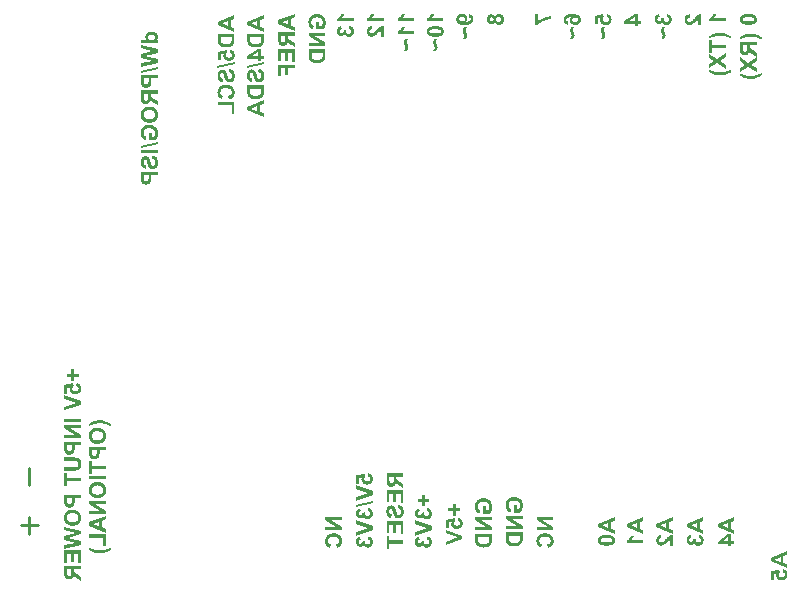
<source format=gbo>
G04*
G04 #@! TF.GenerationSoftware,Altium Limited,Altium Designer,20.1.14 (287)*
G04*
G04 Layer_Color=32896*
%FSLAX44Y44*%
%MOMM*%
G71*
G04*
G04 #@! TF.SameCoordinates,7BFD3521-CE32-4739-868A-3B6082625FC7*
G04*
G04*
G04 #@! TF.FilePolarity,Positive*
G04*
G01*
G75*
%ADD12C,0.2540*%
G36*
X124085Y476978D02*
X124536Y476936D01*
X124944Y476893D01*
X125308Y476807D01*
X125673Y476721D01*
X125995Y476614D01*
X126296Y476485D01*
X126553Y476378D01*
X126789Y476270D01*
X127004Y476142D01*
X127176Y476034D01*
X127326Y475948D01*
X127433Y475863D01*
X127519Y475798D01*
X127562Y475777D01*
X127583Y475755D01*
X127841Y475519D01*
X128056Y475261D01*
X128249Y475025D01*
X128399Y474768D01*
X128549Y474510D01*
X128657Y474253D01*
X128828Y473781D01*
X128914Y473373D01*
X128957Y473201D01*
X128979Y473051D01*
X129000Y472922D01*
Y472750D01*
X128979Y472428D01*
X128936Y472128D01*
X128871Y471827D01*
X128785Y471570D01*
X128700Y471355D01*
X128635Y471205D01*
X128592Y471098D01*
X128571Y471055D01*
X128378Y470733D01*
X128184Y470454D01*
X127948Y470196D01*
X127755Y469982D01*
X127562Y469810D01*
X127412Y469660D01*
X127304Y469574D01*
X127261Y469552D01*
X128742D01*
Y467041D01*
X114641D01*
Y469745D01*
X119749D01*
X119492Y469982D01*
X119277Y470239D01*
X119084Y470497D01*
X118912Y470733D01*
X118784Y470990D01*
X118655Y471248D01*
X118483Y471699D01*
X118397Y472106D01*
X118354Y472278D01*
X118333Y472428D01*
X118311Y472536D01*
Y472707D01*
X118333Y473051D01*
X118376Y473373D01*
X118440Y473695D01*
X118526Y473974D01*
X118741Y474510D01*
X118869Y474746D01*
X118998Y474961D01*
X119127Y475133D01*
X119256Y475304D01*
X119363Y475455D01*
X119470Y475583D01*
X119556Y475669D01*
X119621Y475734D01*
X119664Y475777D01*
X119685Y475798D01*
X119943Y476013D01*
X120243Y476184D01*
X120544Y476356D01*
X120865Y476485D01*
X121531Y476699D01*
X122175Y476850D01*
X122454Y476893D01*
X122733Y476936D01*
X122990Y476957D01*
X123205Y476978D01*
X123377Y477000D01*
X123527D01*
X123613D01*
X123634D01*
X124085Y476978D01*
D02*
G37*
G36*
X128742Y462448D02*
Y459314D01*
X118204Y456524D01*
X128742Y453713D01*
Y450665D01*
X114641Y447274D01*
Y450150D01*
X124493Y452296D01*
X114641Y454786D01*
Y458156D01*
X124342Y460731D01*
X114641Y462813D01*
Y465732D01*
X128742Y462448D01*
D02*
G37*
G36*
X128979Y445235D02*
X114405Y441715D01*
Y443754D01*
X128979Y447231D01*
Y445235D01*
D02*
G37*
G36*
X128742Y437444D02*
X123420D01*
Y434911D01*
X123398Y434611D01*
Y434332D01*
X123377Y434053D01*
X123355Y433816D01*
X123334Y433602D01*
X123312Y433409D01*
Y433237D01*
X123291Y433087D01*
X123269Y432958D01*
X123248Y432851D01*
Y432765D01*
X123226Y432700D01*
Y432658D01*
X123141Y432378D01*
X123055Y432099D01*
X122947Y431863D01*
X122819Y431627D01*
X122733Y431455D01*
X122647Y431305D01*
X122583Y431198D01*
X122561Y431176D01*
X122346Y430919D01*
X122132Y430683D01*
X121896Y430468D01*
X121660Y430297D01*
X121467Y430168D01*
X121316Y430060D01*
X121209Y429996D01*
X121166Y429975D01*
X120823Y429824D01*
X120458Y429696D01*
X120093Y429610D01*
X119749Y429567D01*
X119449Y429524D01*
X119213Y429502D01*
X119127D01*
X119063D01*
X119020D01*
X118998D01*
X118397Y429545D01*
X117861Y429631D01*
X117388Y429760D01*
X116981Y429910D01*
X116680Y430082D01*
X116552Y430146D01*
X116444Y430211D01*
X116358Y430254D01*
X116294Y430297D01*
X116272Y430339D01*
X116251D01*
X115886Y430661D01*
X115586Y431005D01*
X115328Y431327D01*
X115156Y431649D01*
X115006Y431928D01*
X114920Y432164D01*
X114899Y432250D01*
X114877Y432293D01*
X114856Y432336D01*
Y432357D01*
X114813Y432529D01*
X114791Y432722D01*
X114749Y432958D01*
X114727Y433215D01*
X114684Y433773D01*
X114663Y434353D01*
Y434632D01*
X114641Y434890D01*
Y440298D01*
X128742D01*
Y437444D01*
D02*
G37*
G36*
Y424308D02*
X122862D01*
Y423407D01*
X122883Y423106D01*
X122905Y422870D01*
X122947Y422677D01*
X122969Y422527D01*
X123012Y422420D01*
X123033Y422355D01*
Y422334D01*
X123098Y422162D01*
X123183Y422012D01*
X123377Y421733D01*
X123462Y421626D01*
X123548Y421540D01*
X123591Y421497D01*
X123613Y421475D01*
X123699Y421389D01*
X123827Y421303D01*
X124128Y421067D01*
X124450Y420810D01*
X124815Y420574D01*
X125158Y420338D01*
X125287Y420230D01*
X125437Y420145D01*
X125545Y420080D01*
X125630Y420016D01*
X125673Y419994D01*
X125695Y419973D01*
X128742Y417955D01*
Y414543D01*
X125995Y416260D01*
X125695Y416453D01*
X125437Y416625D01*
X125180Y416775D01*
X124944Y416946D01*
X124557Y417204D01*
X124235Y417440D01*
X123999Y417633D01*
X123849Y417762D01*
X123742Y417848D01*
X123720Y417869D01*
X123484Y418106D01*
X123269Y418363D01*
X123055Y418621D01*
X122883Y418857D01*
X122733Y419071D01*
X122626Y419243D01*
X122561Y419350D01*
X122540Y419372D01*
Y419393D01*
X122475Y419050D01*
X122411Y418749D01*
X122325Y418449D01*
X122218Y418191D01*
X122110Y417934D01*
X122003Y417698D01*
X121896Y417505D01*
X121788Y417311D01*
X121681Y417161D01*
X121574Y417011D01*
X121467Y416904D01*
X121402Y416796D01*
X121316Y416732D01*
X121273Y416668D01*
X121252Y416625D01*
X121230D01*
X121037Y416453D01*
X120823Y416303D01*
X120393Y416088D01*
X119943Y415916D01*
X119535Y415788D01*
X119170Y415723D01*
X119020Y415702D01*
X118869D01*
X118762Y415680D01*
X118676D01*
X118633D01*
X118612D01*
X118161Y415702D01*
X117732Y415766D01*
X117367Y415873D01*
X117045Y415981D01*
X116766Y416110D01*
X116573Y416195D01*
X116444Y416281D01*
X116401Y416303D01*
X116058Y416560D01*
X115779Y416818D01*
X115543Y417097D01*
X115350Y417354D01*
X115199Y417590D01*
X115092Y417784D01*
X115049Y417912D01*
X115028Y417934D01*
Y417955D01*
X114963Y418148D01*
X114899Y418385D01*
X114813Y418900D01*
X114727Y419436D01*
X114684Y419973D01*
X114663Y420209D01*
Y420660D01*
X114641Y420853D01*
Y427163D01*
X128742D01*
Y424308D01*
D02*
G37*
G36*
X122432Y413512D02*
X123012Y413448D01*
X123548Y413362D01*
X124064Y413255D01*
X124536Y413105D01*
X124965Y412954D01*
X125351Y412783D01*
X125716Y412611D01*
X126038Y412439D01*
X126317Y412268D01*
X126553Y412117D01*
X126746Y411967D01*
X126897Y411860D01*
X127004Y411774D01*
X127068Y411710D01*
X127090Y411688D01*
X127433Y411323D01*
X127712Y410937D01*
X127970Y410551D01*
X128184Y410121D01*
X128378Y409714D01*
X128528Y409306D01*
X128657Y408898D01*
X128764Y408512D01*
X128850Y408147D01*
X128893Y407803D01*
X128936Y407481D01*
X128979Y407224D01*
Y407009D01*
X129000Y406838D01*
Y406709D01*
X128979Y406129D01*
X128914Y405593D01*
X128828Y405099D01*
X128700Y404627D01*
X128549Y404176D01*
X128399Y403768D01*
X128227Y403403D01*
X128034Y403060D01*
X127863Y402760D01*
X127691Y402502D01*
X127541Y402266D01*
X127390Y402094D01*
X127261Y401944D01*
X127176Y401837D01*
X127111Y401772D01*
X127090Y401751D01*
X126704Y401429D01*
X126296Y401128D01*
X125866Y400892D01*
X125437Y400678D01*
X124986Y400484D01*
X124536Y400334D01*
X124106Y400205D01*
X123677Y400120D01*
X123291Y400034D01*
X122905Y399991D01*
X122583Y399948D01*
X122282Y399905D01*
X122046D01*
X121874Y399883D01*
X121767D01*
X121724D01*
X121102Y399905D01*
X120501Y399969D01*
X119943Y400055D01*
X119427Y400184D01*
X118955Y400313D01*
X118526Y400463D01*
X118118Y400635D01*
X117753Y400806D01*
X117431Y400999D01*
X117152Y401150D01*
X116916Y401321D01*
X116723Y401450D01*
X116552Y401579D01*
X116444Y401665D01*
X116380Y401729D01*
X116358Y401751D01*
X116015Y402116D01*
X115714Y402502D01*
X115457Y402910D01*
X115221Y403317D01*
X115049Y403725D01*
X114877Y404155D01*
X114749Y404541D01*
X114641Y404949D01*
X114577Y405314D01*
X114513Y405657D01*
X114469Y405957D01*
X114427Y406215D01*
Y406430D01*
X114405Y406601D01*
Y406730D01*
X114427Y407353D01*
X114491Y407932D01*
X114598Y408447D01*
X114684Y408898D01*
X114749Y409091D01*
X114791Y409263D01*
X114856Y409413D01*
X114899Y409542D01*
X114920Y409649D01*
X114963Y409714D01*
X114985Y409756D01*
Y409778D01*
X115156Y410143D01*
X115350Y410486D01*
X115564Y410787D01*
X115779Y411066D01*
X115950Y411280D01*
X116101Y411452D01*
X116208Y411559D01*
X116251Y411602D01*
X116573Y411881D01*
X116916Y412160D01*
X117238Y412375D01*
X117539Y412568D01*
X117796Y412718D01*
X118011Y412826D01*
X118140Y412890D01*
X118161Y412911D01*
X118183D01*
X118762Y413126D01*
X119363Y413276D01*
X119964Y413384D01*
X120544Y413448D01*
X120801Y413491D01*
X121037D01*
X121252Y413512D01*
X121445Y413534D01*
X121595D01*
X121703D01*
X121788D01*
X121810D01*
X122432Y413512D01*
D02*
G37*
G36*
X122411Y398102D02*
X123119Y398016D01*
X123742Y397887D01*
X124042Y397823D01*
X124321Y397737D01*
X124557Y397651D01*
X124772Y397587D01*
X124965Y397523D01*
X125137Y397458D01*
X125265Y397394D01*
X125351Y397372D01*
X125416Y397329D01*
X125437D01*
X126038Y396986D01*
X126575Y396600D01*
X127025Y396192D01*
X127390Y395806D01*
X127691Y395441D01*
X127819Y395290D01*
X127905Y395140D01*
X127970Y395033D01*
X128034Y394947D01*
X128056Y394904D01*
X128077Y394883D01*
X128249Y394561D01*
X128378Y394239D01*
X128614Y393573D01*
X128764Y392929D01*
X128893Y392328D01*
X128914Y392049D01*
X128957Y391813D01*
X128979Y391577D01*
Y391384D01*
X129000Y391234D01*
Y391019D01*
X128979Y390375D01*
X128893Y389753D01*
X128785Y389173D01*
X128678Y388658D01*
X128614Y388422D01*
X128549Y388208D01*
X128506Y388036D01*
X128463Y387886D01*
X128420Y387757D01*
X128378Y387671D01*
X128356Y387607D01*
Y387585D01*
X128098Y386984D01*
X127841Y386469D01*
X127583Y386018D01*
X127347Y385653D01*
X127133Y385353D01*
X126982Y385160D01*
X126875Y385031D01*
X126832Y384988D01*
X121187D01*
Y391105D01*
X123570D01*
Y387864D01*
X125373D01*
X125566Y388122D01*
X125716Y388379D01*
X125866Y388637D01*
X125995Y388873D01*
X126103Y389088D01*
X126167Y389259D01*
X126210Y389367D01*
X126231Y389409D01*
X126339Y389753D01*
X126424Y390075D01*
X126489Y390375D01*
X126532Y390633D01*
X126553Y390869D01*
X126575Y391041D01*
Y391191D01*
X126553Y391513D01*
X126510Y391835D01*
X126467Y392135D01*
X126382Y392414D01*
X126188Y392908D01*
X125952Y393316D01*
X125845Y393509D01*
X125716Y393659D01*
X125609Y393788D01*
X125523Y393917D01*
X125437Y394003D01*
X125373Y394067D01*
X125351Y394088D01*
X125330Y394110D01*
X125072Y394303D01*
X124793Y394475D01*
X124514Y394625D01*
X124214Y394732D01*
X123570Y394947D01*
X122969Y395076D01*
X122668Y395119D01*
X122411Y395140D01*
X122175Y395162D01*
X121960Y395183D01*
X121788Y395205D01*
X121660D01*
X121574D01*
X121552D01*
X121123Y395183D01*
X120737Y395162D01*
X120350Y395097D01*
X120007Y395033D01*
X119706Y394947D01*
X119406Y394861D01*
X119149Y394775D01*
X118912Y394668D01*
X118698Y394561D01*
X118526Y394475D01*
X118376Y394389D01*
X118247Y394303D01*
X118161Y394239D01*
X118097Y394174D01*
X118054Y394153D01*
X118032Y394131D01*
X117818Y393917D01*
X117625Y393681D01*
X117474Y393445D01*
X117346Y393209D01*
X117131Y392715D01*
X116981Y392243D01*
X116895Y391813D01*
X116873Y391642D01*
X116852Y391470D01*
X116831Y391341D01*
Y391170D01*
X116852Y390740D01*
X116916Y390332D01*
X117024Y389989D01*
X117131Y389688D01*
X117238Y389452D01*
X117346Y389281D01*
X117410Y389173D01*
X117431Y389131D01*
X117668Y388852D01*
X117947Y388615D01*
X118204Y388422D01*
X118462Y388272D01*
X118698Y388143D01*
X118891Y388079D01*
X119020Y388036D01*
X119041Y388014D01*
X119063D01*
X118526Y385181D01*
X118183Y385267D01*
X117839Y385396D01*
X117260Y385653D01*
X116981Y385804D01*
X116745Y385975D01*
X116509Y386126D01*
X116315Y386297D01*
X116122Y386448D01*
X115972Y386598D01*
X115843Y386727D01*
X115714Y386855D01*
X115628Y386941D01*
X115564Y387027D01*
X115543Y387070D01*
X115521Y387091D01*
X115328Y387370D01*
X115156Y387692D01*
X115006Y388014D01*
X114877Y388336D01*
X114684Y389023D01*
X114534Y389667D01*
X114491Y389989D01*
X114469Y390268D01*
X114448Y390526D01*
X114427Y390740D01*
X114405Y390912D01*
Y391170D01*
X114427Y391899D01*
X114513Y392543D01*
X114577Y392844D01*
X114620Y393123D01*
X114684Y393380D01*
X114749Y393616D01*
X114834Y393809D01*
X114899Y394003D01*
X114942Y394153D01*
X115006Y394303D01*
X115049Y394410D01*
X115092Y394475D01*
X115113Y394518D01*
Y394539D01*
X115500Y395162D01*
X115908Y395720D01*
X116358Y396170D01*
X116788Y396557D01*
X117152Y396857D01*
X117324Y396964D01*
X117474Y397072D01*
X117582Y397136D01*
X117668Y397201D01*
X117732Y397222D01*
X117753Y397243D01*
X118419Y397544D01*
X119084Y397759D01*
X119749Y397930D01*
X120350Y398038D01*
X120629Y398059D01*
X120865Y398102D01*
X121102Y398124D01*
X121295D01*
X121445Y398145D01*
X121552D01*
X121638D01*
X121660D01*
X122411Y398102D01*
D02*
G37*
G36*
X128979Y381812D02*
X114405Y378292D01*
Y380331D01*
X128979Y383808D01*
Y381812D01*
D02*
G37*
G36*
X128742Y374106D02*
X114641D01*
Y376961D01*
X128742D01*
Y374106D01*
D02*
G37*
G36*
X124600Y372089D02*
X125008Y372003D01*
X125394Y371896D01*
X125738Y371788D01*
X126060Y371638D01*
X126360Y371509D01*
X126618Y371359D01*
X126875Y371209D01*
X127068Y371059D01*
X127261Y370930D01*
X127412Y370801D01*
X127541Y370694D01*
X127648Y370587D01*
X127712Y370522D01*
X127755Y370479D01*
X127777Y370458D01*
X127991Y370179D01*
X128184Y369857D01*
X128335Y369535D01*
X128485Y369213D01*
X128592Y368869D01*
X128700Y368526D01*
X128850Y367861D01*
X128893Y367539D01*
X128936Y367260D01*
X128957Y367002D01*
X128979Y366787D01*
X129000Y366594D01*
Y366337D01*
X128979Y365671D01*
X128914Y365092D01*
X128850Y364577D01*
X128742Y364126D01*
X128700Y363933D01*
X128657Y363761D01*
X128614Y363632D01*
X128592Y363504D01*
X128549Y363418D01*
X128528Y363353D01*
X128506Y363311D01*
Y363289D01*
X128292Y362838D01*
X128034Y362473D01*
X127777Y362130D01*
X127519Y361872D01*
X127304Y361658D01*
X127111Y361508D01*
X126982Y361400D01*
X126961Y361379D01*
X126939D01*
X126532Y361143D01*
X126124Y360971D01*
X125738Y360864D01*
X125394Y360778D01*
X125094Y360735D01*
X124858Y360692D01*
X124772D01*
X124707D01*
X124664D01*
X124643D01*
X124171Y360714D01*
X123742Y360778D01*
X123355Y360885D01*
X123033Y360971D01*
X122776Y361078D01*
X122561Y361186D01*
X122454Y361250D01*
X122411Y361272D01*
X122089Y361508D01*
X121788Y361744D01*
X121552Y362001D01*
X121338Y362259D01*
X121187Y362473D01*
X121059Y362645D01*
X120994Y362774D01*
X120973Y362795D01*
Y362817D01*
X120865Y363010D01*
X120780Y363225D01*
X120587Y363718D01*
X120436Y364212D01*
X120265Y364727D01*
X120157Y365178D01*
X120093Y365371D01*
X120050Y365543D01*
X120007Y365693D01*
X119986Y365800D01*
X119964Y365865D01*
Y365886D01*
X119878Y366251D01*
X119771Y366594D01*
X119685Y366895D01*
X119599Y367152D01*
X119535Y367410D01*
X119449Y367603D01*
X119385Y367796D01*
X119299Y367947D01*
X119234Y368097D01*
X119191Y368204D01*
X119106Y368376D01*
X119041Y368462D01*
X119020Y368483D01*
X118869Y368612D01*
X118741Y368719D01*
X118590Y368784D01*
X118462Y368848D01*
X118333Y368869D01*
X118247Y368891D01*
X118183D01*
X118161D01*
X117968Y368869D01*
X117796Y368826D01*
X117646Y368762D01*
X117517Y368676D01*
X117410Y368590D01*
X117346Y368526D01*
X117303Y368483D01*
X117281Y368462D01*
X117109Y368183D01*
X116981Y367861D01*
X116895Y367539D01*
X116831Y367238D01*
X116788Y366959D01*
X116766Y366723D01*
Y366530D01*
X116788Y366101D01*
X116852Y365736D01*
X116916Y365435D01*
X117002Y365178D01*
X117109Y364985D01*
X117174Y364856D01*
X117238Y364770D01*
X117260Y364748D01*
X117453Y364534D01*
X117689Y364362D01*
X117947Y364233D01*
X118204Y364126D01*
X118440Y364040D01*
X118633Y363997D01*
X118762Y363954D01*
X118784D01*
X118805D01*
X118698Y361100D01*
X118354Y361121D01*
X118011Y361186D01*
X117689Y361272D01*
X117388Y361357D01*
X116873Y361594D01*
X116637Y361701D01*
X116423Y361830D01*
X116229Y361958D01*
X116058Y362087D01*
X115908Y362194D01*
X115800Y362302D01*
X115714Y362388D01*
X115650Y362452D01*
X115607Y362495D01*
X115586Y362516D01*
X115371Y362774D01*
X115199Y363074D01*
X115028Y363375D01*
X114899Y363697D01*
X114684Y364362D01*
X114555Y365006D01*
X114513Y365307D01*
X114469Y365586D01*
X114448Y365843D01*
X114427Y366079D01*
X114405Y366251D01*
Y366508D01*
X114427Y367088D01*
X114491Y367625D01*
X114555Y368097D01*
X114641Y368504D01*
X114749Y368826D01*
X114791Y368955D01*
X114813Y369063D01*
X114856Y369148D01*
X114877Y369234D01*
X114899Y369256D01*
Y369277D01*
X115092Y369685D01*
X115328Y370028D01*
X115564Y370329D01*
X115800Y370565D01*
X116015Y370758D01*
X116187Y370908D01*
X116294Y370994D01*
X116315Y371016D01*
X116337D01*
X116702Y371209D01*
X117045Y371359D01*
X117388Y371466D01*
X117689Y371531D01*
X117968Y371574D01*
X118161Y371617D01*
X118247D01*
X118311D01*
X118333D01*
X118354D01*
X118655Y371595D01*
X118955Y371552D01*
X119234Y371488D01*
X119492Y371423D01*
X119986Y371209D01*
X120393Y370973D01*
X120565Y370844D01*
X120737Y370737D01*
X120865Y370629D01*
X120973Y370522D01*
X121059Y370458D01*
X121123Y370393D01*
X121166Y370350D01*
X121187Y370329D01*
X121338Y370136D01*
X121488Y369921D01*
X121767Y369449D01*
X122003Y368912D01*
X122196Y368376D01*
X122368Y367904D01*
X122432Y367689D01*
X122475Y367496D01*
X122518Y367346D01*
X122561Y367238D01*
X122583Y367152D01*
Y367131D01*
X122668Y366809D01*
X122733Y366530D01*
X122797Y366272D01*
X122862Y366036D01*
X122926Y365822D01*
X122969Y365650D01*
X123012Y365478D01*
X123055Y365350D01*
X123119Y365135D01*
X123162Y364985D01*
X123205Y364899D01*
Y364877D01*
X123312Y364620D01*
X123420Y364405D01*
X123505Y364233D01*
X123613Y364083D01*
X123699Y363976D01*
X123763Y363912D01*
X123806Y363868D01*
X123827Y363847D01*
X123956Y363740D01*
X124106Y363675D01*
X124364Y363590D01*
X124493Y363568D01*
X124579Y363547D01*
X124643D01*
X124664D01*
X124944Y363568D01*
X125201Y363654D01*
X125437Y363761D01*
X125630Y363890D01*
X125802Y364040D01*
X125909Y364148D01*
X125995Y364233D01*
X126017Y364255D01*
X126210Y364534D01*
X126360Y364856D01*
X126446Y365199D01*
X126532Y365543D01*
X126575Y365843D01*
X126596Y366079D01*
Y366315D01*
X126575Y366787D01*
X126489Y367195D01*
X126382Y367539D01*
X126274Y367839D01*
X126145Y368075D01*
X126060Y368247D01*
X125974Y368354D01*
X125952Y368397D01*
X125673Y368655D01*
X125351Y368869D01*
X125008Y369041D01*
X124686Y369170D01*
X124364Y369277D01*
X124128Y369342D01*
X124021Y369363D01*
X123956D01*
X123913Y369384D01*
X123892D01*
X124171Y372153D01*
X124600Y372089D01*
D02*
G37*
G36*
X128742Y355412D02*
X123420D01*
Y352879D01*
X123398Y352579D01*
Y352300D01*
X123377Y352021D01*
X123355Y351785D01*
X123334Y351570D01*
X123312Y351377D01*
Y351205D01*
X123291Y351055D01*
X123269Y350926D01*
X123248Y350819D01*
Y350733D01*
X123226Y350669D01*
Y350626D01*
X123141Y350347D01*
X123055Y350068D01*
X122947Y349832D01*
X122819Y349596D01*
X122733Y349424D01*
X122647Y349274D01*
X122583Y349166D01*
X122561Y349145D01*
X122346Y348887D01*
X122132Y348651D01*
X121896Y348437D01*
X121660Y348265D01*
X121467Y348136D01*
X121316Y348029D01*
X121209Y347965D01*
X121166Y347943D01*
X120823Y347793D01*
X120458Y347664D01*
X120093Y347578D01*
X119749Y347535D01*
X119449Y347492D01*
X119213Y347471D01*
X119127D01*
X119063D01*
X119020D01*
X118998D01*
X118397Y347514D01*
X117861Y347600D01*
X117388Y347728D01*
X116981Y347879D01*
X116680Y348050D01*
X116552Y348115D01*
X116444Y348179D01*
X116358Y348222D01*
X116294Y348265D01*
X116272Y348308D01*
X116251D01*
X115886Y348630D01*
X115586Y348973D01*
X115328Y349295D01*
X115156Y349617D01*
X115006Y349896D01*
X114920Y350132D01*
X114899Y350218D01*
X114877Y350261D01*
X114856Y350304D01*
Y350325D01*
X114813Y350497D01*
X114791Y350690D01*
X114749Y350926D01*
X114727Y351184D01*
X114684Y351742D01*
X114663Y352321D01*
Y352601D01*
X114641Y352858D01*
Y358267D01*
X128742D01*
Y355412D01*
D02*
G37*
G36*
X80608Y147957D02*
X81424Y147871D01*
X82218Y147764D01*
X82583Y147678D01*
X82905Y147614D01*
X83226Y147549D01*
X83505Y147464D01*
X83763Y147399D01*
X83978Y147356D01*
X84149Y147292D01*
X84278Y147270D01*
X84364Y147227D01*
X84385D01*
X85265Y146905D01*
X86103Y146541D01*
X86510Y146369D01*
X86897Y146176D01*
X87261Y145983D01*
X87583Y145811D01*
X87884Y145639D01*
X88163Y145489D01*
X88399Y145339D01*
X88614Y145210D01*
X88785Y145124D01*
X88893Y145038D01*
X88979Y144995D01*
X89000Y144974D01*
Y143128D01*
X88356Y143428D01*
X87777Y143686D01*
X87283Y143879D01*
X87090Y143965D01*
X86897Y144051D01*
X86725Y144115D01*
X86575Y144180D01*
X86446Y144222D01*
X86339Y144265D01*
X86274Y144287D01*
X86210Y144308D01*
X86188Y144330D01*
X86167D01*
X85609Y144502D01*
X85072Y144673D01*
X84536Y144824D01*
X84064Y144931D01*
X83849Y144974D01*
X83656Y145017D01*
X83484Y145060D01*
X83334Y145081D01*
X83226Y145124D01*
X83119D01*
X83076Y145146D01*
X83055D01*
X82432Y145231D01*
X81853Y145296D01*
X81295Y145360D01*
X80823Y145381D01*
X80608Y145403D01*
X80393D01*
X80222Y145424D01*
X80093D01*
X79964D01*
X79878D01*
X79835D01*
X79814D01*
X78977Y145403D01*
X78183Y145339D01*
X77453Y145274D01*
X77109Y145231D01*
X76809Y145167D01*
X76508Y145124D01*
X76272Y145081D01*
X76036Y145038D01*
X75843Y145017D01*
X75693Y144974D01*
X75586Y144952D01*
X75521Y144931D01*
X75500D01*
X74684Y144716D01*
X73847Y144437D01*
X73010Y144137D01*
X72624Y143987D01*
X72237Y143836D01*
X71873Y143686D01*
X71551Y143557D01*
X71250Y143428D01*
X71014Y143321D01*
X70799Y143235D01*
X70649Y143171D01*
X70563Y143128D01*
X70520Y143106D01*
Y144952D01*
X71207Y145403D01*
X71915Y145832D01*
X72581Y146176D01*
X73203Y146476D01*
X73482Y146605D01*
X73740Y146734D01*
X73954Y146820D01*
X74148Y146905D01*
X74298Y146970D01*
X74405Y147013D01*
X74491Y147056D01*
X74512D01*
X74985Y147227D01*
X75457Y147356D01*
X76380Y147592D01*
X77260Y147764D01*
X77667Y147828D01*
X78075Y147871D01*
X78419Y147914D01*
X78762Y147957D01*
X79041Y147979D01*
X79299D01*
X79492Y148000D01*
X79642D01*
X79728D01*
X79771D01*
X80608Y147957D01*
D02*
G37*
G36*
X78548Y141604D02*
X79127Y141540D01*
X79664Y141454D01*
X80179Y141347D01*
X80651Y141196D01*
X81080Y141046D01*
X81467Y140874D01*
X81831Y140703D01*
X82153Y140531D01*
X82432Y140359D01*
X82668Y140209D01*
X82862Y140059D01*
X83012Y139951D01*
X83119Y139866D01*
X83183Y139801D01*
X83205Y139780D01*
X83548Y139415D01*
X83827Y139029D01*
X84085Y138642D01*
X84300Y138213D01*
X84493Y137805D01*
X84643Y137397D01*
X84772Y136989D01*
X84879Y136603D01*
X84965Y136238D01*
X85008Y135895D01*
X85051Y135573D01*
X85094Y135315D01*
Y135101D01*
X85115Y134929D01*
Y134800D01*
X85094Y134221D01*
X85029Y133684D01*
X84944Y133191D01*
X84815Y132718D01*
X84664Y132268D01*
X84514Y131860D01*
X84342Y131495D01*
X84149Y131152D01*
X83978Y130851D01*
X83806Y130594D01*
X83656Y130357D01*
X83505Y130186D01*
X83377Y130035D01*
X83291Y129928D01*
X83226Y129864D01*
X83205Y129842D01*
X82819Y129520D01*
X82411Y129220D01*
X81982Y128984D01*
X81552Y128769D01*
X81102Y128576D01*
X80651Y128426D01*
X80222Y128297D01*
X79792Y128211D01*
X79406Y128125D01*
X79020Y128082D01*
X78698Y128039D01*
X78397Y127997D01*
X78161D01*
X77990Y127975D01*
X77882D01*
X77839D01*
X77217Y127997D01*
X76616Y128061D01*
X76058Y128147D01*
X75543Y128275D01*
X75071Y128404D01*
X74641Y128555D01*
X74233Y128726D01*
X73869Y128898D01*
X73547Y129091D01*
X73268Y129241D01*
X73032Y129413D01*
X72838Y129542D01*
X72667Y129671D01*
X72559Y129756D01*
X72495Y129821D01*
X72474Y129842D01*
X72130Y130207D01*
X71830Y130594D01*
X71572Y131001D01*
X71336Y131409D01*
X71164Y131817D01*
X70992Y132246D01*
X70864Y132633D01*
X70756Y133040D01*
X70692Y133405D01*
X70628Y133749D01*
X70585Y134049D01*
X70542Y134307D01*
Y134521D01*
X70520Y134693D01*
Y134822D01*
X70542Y135444D01*
X70606Y136024D01*
X70714Y136539D01*
X70799Y136989D01*
X70864Y137183D01*
X70907Y137354D01*
X70971Y137505D01*
X71014Y137633D01*
X71035Y137741D01*
X71078Y137805D01*
X71100Y137848D01*
Y137870D01*
X71272Y138234D01*
X71465Y138578D01*
X71679Y138878D01*
X71894Y139157D01*
X72066Y139372D01*
X72216Y139544D01*
X72323Y139651D01*
X72366Y139694D01*
X72688Y139973D01*
X73032Y140252D01*
X73353Y140466D01*
X73654Y140660D01*
X73911Y140810D01*
X74126Y140917D01*
X74255Y140982D01*
X74276Y141003D01*
X74298D01*
X74877Y141218D01*
X75478Y141368D01*
X76079Y141475D01*
X76659Y141540D01*
X76916Y141583D01*
X77152D01*
X77367Y141604D01*
X77560Y141625D01*
X77710D01*
X77818D01*
X77904D01*
X77925D01*
X78548Y141604D01*
D02*
G37*
G36*
X84858Y122888D02*
X79535D01*
Y120356D01*
X79513Y120055D01*
Y119776D01*
X79492Y119497D01*
X79470Y119261D01*
X79449Y119046D01*
X79427Y118853D01*
Y118682D01*
X79406Y118531D01*
X79385Y118403D01*
X79363Y118295D01*
Y118209D01*
X79342Y118145D01*
Y118102D01*
X79256Y117823D01*
X79170Y117544D01*
X79063Y117308D01*
X78934Y117072D01*
X78848Y116900D01*
X78762Y116750D01*
X78698Y116643D01*
X78676Y116621D01*
X78462Y116364D01*
X78247Y116128D01*
X78011Y115913D01*
X77775Y115741D01*
X77582Y115612D01*
X77431Y115505D01*
X77324Y115441D01*
X77281Y115419D01*
X76938Y115269D01*
X76573Y115140D01*
X76208Y115054D01*
X75865Y115011D01*
X75564Y114969D01*
X75328Y114947D01*
X75242D01*
X75178D01*
X75135D01*
X75113D01*
X74512Y114990D01*
X73976Y115076D01*
X73504Y115205D01*
X73096Y115355D01*
X72795Y115527D01*
X72667Y115591D01*
X72559Y115655D01*
X72474Y115698D01*
X72409Y115741D01*
X72388Y115784D01*
X72366D01*
X72001Y116106D01*
X71701Y116449D01*
X71443Y116771D01*
X71272Y117093D01*
X71121Y117372D01*
X71035Y117608D01*
X71014Y117694D01*
X70992Y117737D01*
X70971Y117780D01*
Y117802D01*
X70928Y117973D01*
X70907Y118167D01*
X70864Y118403D01*
X70842Y118660D01*
X70799Y119218D01*
X70778Y119798D01*
Y120077D01*
X70756Y120334D01*
Y125743D01*
X84858D01*
Y122888D01*
D02*
G37*
G36*
X73139Y109452D02*
X84858D01*
Y106598D01*
X73139D01*
Y102456D01*
X70756D01*
Y113595D01*
X73139D01*
Y109452D01*
D02*
G37*
G36*
X84858Y97819D02*
X70756D01*
Y100674D01*
X84858D01*
Y97819D01*
D02*
G37*
G36*
X78548Y95673D02*
X79127Y95609D01*
X79664Y95523D01*
X80179Y95416D01*
X80651Y95265D01*
X81080Y95115D01*
X81467Y94944D01*
X81831Y94772D01*
X82153Y94600D01*
X82432Y94428D01*
X82668Y94278D01*
X82862Y94128D01*
X83012Y94021D01*
X83119Y93935D01*
X83183Y93870D01*
X83205Y93849D01*
X83548Y93484D01*
X83827Y93098D01*
X84085Y92711D01*
X84300Y92282D01*
X84493Y91874D01*
X84643Y91467D01*
X84772Y91059D01*
X84879Y90672D01*
X84965Y90308D01*
X85008Y89964D01*
X85051Y89642D01*
X85094Y89385D01*
Y89170D01*
X85115Y88998D01*
Y88869D01*
X85094Y88290D01*
X85029Y87753D01*
X84944Y87260D01*
X84815Y86788D01*
X84664Y86337D01*
X84514Y85929D01*
X84342Y85564D01*
X84149Y85221D01*
X83978Y84920D01*
X83806Y84663D01*
X83656Y84427D01*
X83505Y84255D01*
X83377Y84105D01*
X83291Y83997D01*
X83226Y83933D01*
X83205Y83912D01*
X82819Y83590D01*
X82411Y83289D01*
X81982Y83053D01*
X81552Y82838D01*
X81102Y82645D01*
X80651Y82495D01*
X80222Y82366D01*
X79792Y82280D01*
X79406Y82194D01*
X79020Y82152D01*
X78698Y82109D01*
X78397Y82066D01*
X78161D01*
X77990Y82044D01*
X77882D01*
X77839D01*
X77217Y82066D01*
X76616Y82130D01*
X76058Y82216D01*
X75543Y82345D01*
X75071Y82473D01*
X74641Y82624D01*
X74233Y82795D01*
X73869Y82967D01*
X73547Y83160D01*
X73268Y83311D01*
X73032Y83482D01*
X72838Y83611D01*
X72667Y83740D01*
X72559Y83826D01*
X72495Y83890D01*
X72474Y83912D01*
X72130Y84276D01*
X71830Y84663D01*
X71572Y85070D01*
X71336Y85478D01*
X71164Y85886D01*
X70992Y86315D01*
X70864Y86702D01*
X70756Y87109D01*
X70692Y87474D01*
X70628Y87818D01*
X70585Y88118D01*
X70542Y88376D01*
Y88590D01*
X70520Y88762D01*
Y88891D01*
X70542Y89513D01*
X70606Y90093D01*
X70714Y90608D01*
X70799Y91059D01*
X70864Y91252D01*
X70907Y91424D01*
X70971Y91574D01*
X71014Y91703D01*
X71035Y91810D01*
X71078Y91874D01*
X71100Y91917D01*
Y91939D01*
X71272Y92303D01*
X71465Y92647D01*
X71679Y92947D01*
X71894Y93226D01*
X72066Y93441D01*
X72216Y93613D01*
X72323Y93720D01*
X72366Y93763D01*
X72688Y94042D01*
X73032Y94321D01*
X73353Y94536D01*
X73654Y94729D01*
X73911Y94879D01*
X74126Y94986D01*
X74255Y95051D01*
X74276Y95072D01*
X74298D01*
X74877Y95287D01*
X75478Y95437D01*
X76079Y95545D01*
X76659Y95609D01*
X76916Y95652D01*
X77152D01*
X77367Y95673D01*
X77560Y95695D01*
X77710D01*
X77818D01*
X77904D01*
X77925D01*
X78548Y95673D01*
D02*
G37*
G36*
X84858Y77172D02*
X75607D01*
X84858Y71463D01*
Y68608D01*
X70756D01*
Y71248D01*
X80222D01*
X70756Y77065D01*
Y79812D01*
X84858D01*
Y77172D01*
D02*
G37*
G36*
Y64037D02*
X81660Y62878D01*
Y57190D01*
X84858Y55988D01*
Y52898D01*
X70756Y58564D01*
Y61568D01*
X84858Y67042D01*
Y64037D01*
D02*
G37*
G36*
Y41415D02*
X82475D01*
Y48476D01*
X70885D01*
Y51331D01*
X84858D01*
Y41415D01*
D02*
G37*
G36*
X71057Y39934D02*
X71572Y39719D01*
X72066Y39526D01*
X72538Y39333D01*
X72967Y39161D01*
X73375Y39032D01*
X73761Y38882D01*
X74105Y38775D01*
X74427Y38668D01*
X74684Y38582D01*
X74942Y38517D01*
X75135Y38474D01*
X75285Y38410D01*
X75414Y38389D01*
X75478Y38367D01*
X75500D01*
X76272Y38195D01*
X77024Y38088D01*
X77753Y38002D01*
X78097Y37959D01*
X78419Y37938D01*
X78719Y37916D01*
X78977Y37895D01*
X79213D01*
X79427Y37873D01*
X79599D01*
X79707D01*
X79792D01*
X79814D01*
X80243D01*
X80629Y37895D01*
X81016Y37916D01*
X81338Y37938D01*
X81617Y37981D01*
X81831Y38002D01*
X81917D01*
X81982Y38024D01*
X82003D01*
X82024D01*
X82819Y38131D01*
X83205Y38217D01*
X83548Y38281D01*
X83849Y38346D01*
X84085Y38389D01*
X84171Y38410D01*
X84235D01*
X84257Y38431D01*
X84278D01*
X84707Y38539D01*
X85094Y38646D01*
X85459Y38753D01*
X85759Y38839D01*
X86017Y38925D01*
X86210Y38968D01*
X86317Y39011D01*
X86360Y39032D01*
X86746Y39183D01*
X87154Y39333D01*
X87605Y39526D01*
X88034Y39719D01*
X88399Y39869D01*
X88571Y39955D01*
X88721Y40020D01*
X88828Y40063D01*
X88914Y40106D01*
X88979Y40149D01*
X89000D01*
Y38281D01*
X88056Y37702D01*
X87154Y37229D01*
X86703Y37015D01*
X86296Y36822D01*
X85888Y36650D01*
X85523Y36478D01*
X85180Y36349D01*
X84879Y36242D01*
X84600Y36135D01*
X84364Y36049D01*
X84192Y36006D01*
X84042Y35963D01*
X83956Y35920D01*
X83935D01*
X83076Y35706D01*
X82282Y35555D01*
X81896Y35491D01*
X81552Y35427D01*
X81209Y35384D01*
X80908Y35362D01*
X80629Y35319D01*
X80372D01*
X80157Y35298D01*
X79964Y35276D01*
X79814D01*
X79707D01*
X79642D01*
X79621D01*
X78741Y35319D01*
X77882Y35405D01*
X77088Y35534D01*
X76723Y35598D01*
X76380Y35684D01*
X76058Y35770D01*
X75779Y35834D01*
X75521Y35899D01*
X75328Y35963D01*
X75156Y36006D01*
X75028Y36049D01*
X74942Y36092D01*
X74920D01*
X74062Y36414D01*
X73246Y36779D01*
X72881Y36951D01*
X72516Y37144D01*
X72173Y37337D01*
X71851Y37508D01*
X71551Y37680D01*
X71293Y37831D01*
X71078Y37959D01*
X70885Y38088D01*
X70735Y38195D01*
X70606Y38260D01*
X70542Y38303D01*
X70520Y38324D01*
Y40170D01*
X71057Y39934D01*
D02*
G37*
G36*
X58076Y187308D02*
X61725D01*
Y184840D01*
X58076D01*
Y181148D01*
X55587D01*
Y184840D01*
X51938D01*
Y187308D01*
X55587D01*
Y191000D01*
X58076D01*
Y187308D01*
D02*
G37*
G36*
X60459Y179367D02*
X60759Y179303D01*
X61339Y179109D01*
X61811Y178873D01*
X62219Y178616D01*
X62390Y178487D01*
X62540Y178380D01*
X62669Y178272D01*
X62777Y178165D01*
X62863Y178079D01*
X62927Y178015D01*
X62948Y177993D01*
X62970Y177972D01*
X63141Y177736D01*
X63313Y177478D01*
X63571Y176963D01*
X63742Y176427D01*
X63871Y175933D01*
X63914Y175697D01*
X63936Y175482D01*
X63979Y175289D01*
Y175117D01*
X64000Y174989D01*
Y174795D01*
X63979Y174345D01*
X63914Y173937D01*
X63828Y173529D01*
X63721Y173164D01*
X63571Y172821D01*
X63421Y172520D01*
X63249Y172220D01*
X63077Y171962D01*
X62905Y171748D01*
X62734Y171533D01*
X62583Y171361D01*
X62433Y171233D01*
X62326Y171125D01*
X62240Y171039D01*
X62176Y170996D01*
X62154Y170975D01*
X61897Y170803D01*
X61618Y170632D01*
X61081Y170396D01*
X60566Y170202D01*
X60072Y170095D01*
X59858Y170052D01*
X59665Y170009D01*
X59493Y169988D01*
X59342D01*
X59214Y169966D01*
X59128D01*
X59064D01*
X59042D01*
X58656Y169988D01*
X58291Y170031D01*
X57947Y170074D01*
X57625Y170159D01*
X57325Y170267D01*
X57046Y170374D01*
X56788Y170481D01*
X56552Y170589D01*
X56338Y170718D01*
X56144Y170825D01*
X55994Y170932D01*
X55866Y171039D01*
X55758Y171125D01*
X55694Y171168D01*
X55651Y171211D01*
X55629Y171233D01*
X55393Y171469D01*
X55200Y171726D01*
X55029Y171984D01*
X54878Y172241D01*
X54749Y172499D01*
X54642Y172735D01*
X54492Y173229D01*
X54427Y173443D01*
X54385Y173636D01*
X54363Y173830D01*
X54342Y173980D01*
X54320Y174109D01*
Y174280D01*
X54342Y174624D01*
X54385Y174967D01*
X54470Y175289D01*
X54535Y175547D01*
X54621Y175783D01*
X54707Y175976D01*
X54749Y176083D01*
X54771Y176126D01*
X52389Y175697D01*
Y170589D01*
X49856D01*
Y177736D01*
X57196Y179109D01*
X57497Y176942D01*
X57325Y176770D01*
X57153Y176577D01*
X56896Y176234D01*
X56724Y175869D01*
X56595Y175547D01*
X56509Y175268D01*
X56488Y175032D01*
X56466Y174946D01*
Y174838D01*
X56488Y174516D01*
X56574Y174216D01*
X56681Y173958D01*
X56788Y173744D01*
X56917Y173572D01*
X57024Y173443D01*
X57110Y173357D01*
X57132Y173336D01*
X57389Y173143D01*
X57711Y172992D01*
X58033Y172885D01*
X58355Y172799D01*
X58634Y172756D01*
X58870Y172735D01*
X58956D01*
X59021D01*
X59064D01*
X59085D01*
X59557Y172756D01*
X59986Y172821D01*
X60330Y172928D01*
X60630Y173036D01*
X60845Y173143D01*
X61017Y173250D01*
X61102Y173314D01*
X61145Y173336D01*
X61382Y173572D01*
X61532Y173808D01*
X61660Y174044D01*
X61746Y174280D01*
X61789Y174473D01*
X61811Y174624D01*
X61832Y174731D01*
Y174774D01*
X61811Y175032D01*
X61746Y175289D01*
X61660Y175504D01*
X61575Y175697D01*
X61489Y175869D01*
X61403Y175976D01*
X61339Y176062D01*
X61317Y176083D01*
X61102Y176276D01*
X60866Y176427D01*
X60609Y176534D01*
X60394Y176620D01*
X60180Y176684D01*
X60008Y176727D01*
X59901Y176749D01*
X59858D01*
X60137Y179431D01*
X60459Y179367D01*
D02*
G37*
G36*
X63742Y164321D02*
Y161252D01*
X49641Y156230D01*
Y159278D01*
X60072Y162712D01*
X49641Y166296D01*
Y169365D01*
X63742Y164321D01*
D02*
G37*
G36*
Y146550D02*
X49641D01*
Y149405D01*
X63742D01*
Y146550D01*
D02*
G37*
G36*
Y141206D02*
X54492D01*
X63742Y135497D01*
Y132642D01*
X49641D01*
Y135282D01*
X59106D01*
X49641Y141098D01*
Y143846D01*
X63742D01*
Y141206D01*
D02*
G37*
G36*
Y126783D02*
X58420D01*
Y124250D01*
X58398Y123950D01*
Y123671D01*
X58377Y123392D01*
X58355Y123155D01*
X58334Y122941D01*
X58312Y122748D01*
Y122576D01*
X58291Y122426D01*
X58269Y122297D01*
X58248Y122190D01*
Y122104D01*
X58226Y122039D01*
Y121996D01*
X58141Y121717D01*
X58055Y121438D01*
X57947Y121202D01*
X57819Y120966D01*
X57733Y120794D01*
X57647Y120644D01*
X57583Y120537D01*
X57561Y120515D01*
X57347Y120258D01*
X57132Y120022D01*
X56896Y119807D01*
X56660Y119635D01*
X56466Y119507D01*
X56316Y119399D01*
X56209Y119335D01*
X56166Y119314D01*
X55823Y119163D01*
X55458Y119035D01*
X55093Y118949D01*
X54749Y118906D01*
X54449Y118863D01*
X54213Y118841D01*
X54127D01*
X54063D01*
X54020D01*
X53998D01*
X53397Y118884D01*
X52861Y118970D01*
X52389Y119099D01*
X51981Y119249D01*
X51680Y119421D01*
X51551Y119485D01*
X51444Y119550D01*
X51358Y119593D01*
X51294Y119635D01*
X51272Y119678D01*
X51251D01*
X50886Y120000D01*
X50586Y120344D01*
X50328Y120666D01*
X50156Y120988D01*
X50006Y121267D01*
X49920Y121503D01*
X49899Y121589D01*
X49877Y121632D01*
X49856Y121674D01*
Y121696D01*
X49813Y121868D01*
X49791Y122061D01*
X49749Y122297D01*
X49727Y122555D01*
X49684Y123112D01*
X49663Y123692D01*
Y123971D01*
X49641Y124229D01*
Y129637D01*
X63742D01*
Y126783D01*
D02*
G37*
G36*
X58012Y116481D02*
X58398D01*
X58742Y116459D01*
X59064Y116438D01*
X59364Y116416D01*
X59622Y116395D01*
X59858Y116373D01*
X60072Y116352D01*
X60244Y116330D01*
X60416Y116309D01*
X60523Y116287D01*
X60630Y116266D01*
X60695Y116244D01*
X60738D01*
X60759D01*
X61060Y116159D01*
X61339Y116030D01*
X61618Y115901D01*
X61854Y115772D01*
X62047Y115643D01*
X62197Y115536D01*
X62283Y115472D01*
X62326Y115450D01*
X62583Y115193D01*
X62841Y114935D01*
X63034Y114656D01*
X63227Y114399D01*
X63356Y114163D01*
X63463Y113969D01*
X63528Y113841D01*
X63549Y113819D01*
Y113798D01*
X63635Y113583D01*
X63699Y113368D01*
X63807Y112875D01*
X63893Y112381D01*
X63936Y111887D01*
X63979Y111437D01*
Y111243D01*
X64000Y111072D01*
Y110750D01*
X63979Y110149D01*
X63936Y109612D01*
X63871Y109162D01*
X63785Y108775D01*
X63721Y108453D01*
X63678Y108324D01*
X63657Y108239D01*
X63635Y108153D01*
X63614Y108088D01*
X63592Y108067D01*
Y108046D01*
X63421Y107681D01*
X63227Y107359D01*
X63034Y107080D01*
X62841Y106822D01*
X62691Y106650D01*
X62562Y106500D01*
X62455Y106414D01*
X62433Y106393D01*
X62154Y106178D01*
X61854Y105985D01*
X61553Y105856D01*
X61274Y105728D01*
X61017Y105642D01*
X60823Y105577D01*
X60695Y105534D01*
X60673D01*
X60652D01*
X60437Y105491D01*
X60201Y105449D01*
X59922Y105427D01*
X59643Y105406D01*
X59064Y105363D01*
X58463Y105320D01*
X58183D01*
X57926D01*
X57690Y105298D01*
X57475D01*
X57304D01*
X57175D01*
X57089D01*
X57067D01*
X49641D01*
Y108153D01*
X57475D01*
X57776D01*
X58055D01*
X58312Y108174D01*
X58548D01*
X58978Y108196D01*
X59300Y108217D01*
X59557Y108239D01*
X59729Y108260D01*
X59836Y108282D01*
X59879D01*
X60137Y108346D01*
X60373Y108453D01*
X60566Y108582D01*
X60738Y108711D01*
X60888Y108818D01*
X60995Y108926D01*
X61060Y109011D01*
X61081Y109033D01*
X61253Y109290D01*
X61360Y109569D01*
X61446Y109870D01*
X61510Y110149D01*
X61553Y110428D01*
X61575Y110642D01*
Y110836D01*
X61553Y111243D01*
X61489Y111630D01*
X61403Y111952D01*
X61317Y112209D01*
X61231Y112424D01*
X61145Y112574D01*
X61081Y112660D01*
X61060Y112703D01*
X60845Y112939D01*
X60630Y113111D01*
X60394Y113261D01*
X60158Y113390D01*
X59965Y113454D01*
X59815Y113519D01*
X59707Y113561D01*
X59665D01*
X59557Y113583D01*
X59407D01*
X59064Y113604D01*
X58677Y113626D01*
X58291D01*
X57905Y113647D01*
X57733D01*
X57604D01*
X57475D01*
X57389D01*
X57325D01*
X57304D01*
X49641D01*
Y116502D01*
X57175D01*
X57604D01*
X58012Y116481D01*
D02*
G37*
G36*
X52024Y99138D02*
X63742D01*
Y96284D01*
X52024D01*
Y92141D01*
X49641D01*
Y103281D01*
X52024D01*
Y99138D01*
D02*
G37*
G36*
X63742Y81946D02*
X58420D01*
Y79414D01*
X58398Y79113D01*
Y78834D01*
X58377Y78555D01*
X58355Y78319D01*
X58334Y78105D01*
X58312Y77912D01*
Y77740D01*
X58291Y77590D01*
X58269Y77461D01*
X58248Y77353D01*
Y77268D01*
X58226Y77203D01*
Y77160D01*
X58141Y76881D01*
X58055Y76602D01*
X57947Y76366D01*
X57819Y76130D01*
X57733Y75958D01*
X57647Y75808D01*
X57583Y75701D01*
X57561Y75679D01*
X57347Y75422D01*
X57132Y75186D01*
X56896Y74971D01*
X56660Y74799D01*
X56466Y74671D01*
X56316Y74563D01*
X56209Y74499D01*
X56166Y74477D01*
X55823Y74327D01*
X55458Y74198D01*
X55093Y74113D01*
X54749Y74070D01*
X54449Y74027D01*
X54213Y74005D01*
X54127D01*
X54063D01*
X54020D01*
X53998D01*
X53397Y74048D01*
X52861Y74134D01*
X52389Y74263D01*
X51981Y74413D01*
X51680Y74585D01*
X51551Y74649D01*
X51444Y74714D01*
X51358Y74756D01*
X51294Y74799D01*
X51272Y74842D01*
X51251D01*
X50886Y75164D01*
X50586Y75508D01*
X50328Y75830D01*
X50156Y76151D01*
X50006Y76431D01*
X49920Y76667D01*
X49899Y76752D01*
X49877Y76795D01*
X49856Y76838D01*
Y76860D01*
X49813Y77031D01*
X49791Y77225D01*
X49749Y77461D01*
X49727Y77718D01*
X49684Y78276D01*
X49663Y78856D01*
Y79135D01*
X49641Y79392D01*
Y84801D01*
X63742D01*
Y81946D01*
D02*
G37*
G36*
X57432Y72224D02*
X58012Y72159D01*
X58548Y72073D01*
X59064Y71966D01*
X59536Y71816D01*
X59965Y71666D01*
X60351Y71494D01*
X60716Y71322D01*
X61038Y71151D01*
X61317Y70979D01*
X61553Y70829D01*
X61746Y70678D01*
X61897Y70571D01*
X62004Y70485D01*
X62068Y70421D01*
X62090Y70399D01*
X62433Y70034D01*
X62712Y69648D01*
X62970Y69262D01*
X63184Y68833D01*
X63378Y68425D01*
X63528Y68017D01*
X63657Y67609D01*
X63764Y67223D01*
X63850Y66858D01*
X63893Y66515D01*
X63936Y66193D01*
X63979Y65935D01*
Y65721D01*
X64000Y65549D01*
Y65420D01*
X63979Y64840D01*
X63914Y64304D01*
X63828Y63810D01*
X63699Y63338D01*
X63549Y62887D01*
X63399Y62480D01*
X63227Y62115D01*
X63034Y61771D01*
X62863Y61471D01*
X62691Y61213D01*
X62540Y60977D01*
X62390Y60805D01*
X62262Y60655D01*
X62176Y60548D01*
X62111Y60483D01*
X62090Y60462D01*
X61704Y60140D01*
X61296Y59840D01*
X60866Y59604D01*
X60437Y59389D01*
X59986Y59196D01*
X59536Y59046D01*
X59106Y58917D01*
X58677Y58831D01*
X58291Y58745D01*
X57905Y58702D01*
X57583Y58659D01*
X57282Y58616D01*
X57046D01*
X56874Y58595D01*
X56767D01*
X56724D01*
X56102Y58616D01*
X55501Y58681D01*
X54943Y58766D01*
X54427Y58895D01*
X53955Y59024D01*
X53526Y59174D01*
X53118Y59346D01*
X52753Y59518D01*
X52431Y59711D01*
X52152Y59861D01*
X51916Y60033D01*
X51723Y60162D01*
X51551Y60290D01*
X51444Y60376D01*
X51380Y60441D01*
X51358Y60462D01*
X51015Y60827D01*
X50714Y61213D01*
X50457Y61621D01*
X50221Y62029D01*
X50049Y62437D01*
X49877Y62866D01*
X49749Y63252D01*
X49641Y63660D01*
X49577Y64025D01*
X49513Y64368D01*
X49469Y64669D01*
X49427Y64926D01*
Y65141D01*
X49405Y65313D01*
Y65441D01*
X49427Y66064D01*
X49491Y66643D01*
X49598Y67158D01*
X49684Y67609D01*
X49749Y67802D01*
X49791Y67974D01*
X49856Y68124D01*
X49899Y68253D01*
X49920Y68360D01*
X49963Y68425D01*
X49985Y68468D01*
Y68489D01*
X50156Y68854D01*
X50349Y69198D01*
X50564Y69498D01*
X50779Y69777D01*
X50950Y69992D01*
X51101Y70163D01*
X51208Y70271D01*
X51251Y70314D01*
X51573Y70593D01*
X51916Y70872D01*
X52238Y71086D01*
X52539Y71279D01*
X52796Y71430D01*
X53011Y71537D01*
X53140Y71601D01*
X53161Y71623D01*
X53183D01*
X53762Y71837D01*
X54363Y71988D01*
X54964Y72095D01*
X55544Y72159D01*
X55801Y72202D01*
X56037D01*
X56252Y72224D01*
X56445Y72245D01*
X56595D01*
X56703D01*
X56788D01*
X56810D01*
X57432Y72224D01*
D02*
G37*
G36*
X63742Y54452D02*
Y51319D01*
X53204Y48529D01*
X63742Y45717D01*
Y42669D01*
X49641Y39278D01*
Y42154D01*
X59493Y44300D01*
X49641Y46790D01*
Y50160D01*
X59342Y52735D01*
X49641Y54817D01*
Y57736D01*
X63742Y54452D01*
D02*
G37*
G36*
Y27066D02*
X61360D01*
Y34921D01*
X57540D01*
Y27881D01*
X55157D01*
Y34921D01*
X52024D01*
Y27345D01*
X49641D01*
Y37776D01*
X63742D01*
Y27066D01*
D02*
G37*
G36*
Y21786D02*
X57862D01*
Y20884D01*
X57883Y20584D01*
X57905Y20348D01*
X57947Y20155D01*
X57969Y20004D01*
X58012Y19897D01*
X58033Y19833D01*
Y19811D01*
X58098Y19639D01*
X58183Y19489D01*
X58377Y19210D01*
X58463Y19103D01*
X58548Y19017D01*
X58591Y18974D01*
X58613Y18953D01*
X58699Y18867D01*
X58827Y18781D01*
X59128Y18545D01*
X59450Y18287D01*
X59815Y18051D01*
X60158Y17815D01*
X60287Y17708D01*
X60437Y17622D01*
X60545Y17557D01*
X60630Y17493D01*
X60673Y17472D01*
X60695Y17450D01*
X63742Y15433D01*
Y12020D01*
X60995Y13737D01*
X60695Y13930D01*
X60437Y14102D01*
X60180Y14252D01*
X59943Y14424D01*
X59557Y14682D01*
X59235Y14918D01*
X58999Y15111D01*
X58849Y15239D01*
X58742Y15325D01*
X58720Y15347D01*
X58484Y15583D01*
X58269Y15841D01*
X58055Y16098D01*
X57883Y16334D01*
X57733Y16549D01*
X57625Y16720D01*
X57561Y16828D01*
X57540Y16849D01*
Y16871D01*
X57475Y16527D01*
X57411Y16227D01*
X57325Y15926D01*
X57218Y15669D01*
X57110Y15411D01*
X57003Y15175D01*
X56896Y14982D01*
X56788Y14789D01*
X56681Y14639D01*
X56574Y14488D01*
X56466Y14381D01*
X56402Y14274D01*
X56316Y14209D01*
X56273Y14145D01*
X56252Y14102D01*
X56230D01*
X56037Y13930D01*
X55823Y13780D01*
X55393Y13565D01*
X54943Y13394D01*
X54535Y13265D01*
X54170Y13201D01*
X54020Y13179D01*
X53870D01*
X53762Y13158D01*
X53676D01*
X53633D01*
X53612D01*
X53161Y13179D01*
X52732Y13243D01*
X52367Y13351D01*
X52045Y13458D01*
X51766Y13587D01*
X51573Y13673D01*
X51444Y13758D01*
X51401Y13780D01*
X51058Y14038D01*
X50779Y14295D01*
X50543Y14574D01*
X50349Y14832D01*
X50199Y15068D01*
X50092Y15261D01*
X50049Y15390D01*
X50028Y15411D01*
Y15433D01*
X49963Y15626D01*
X49899Y15862D01*
X49813Y16377D01*
X49727Y16914D01*
X49684Y17450D01*
X49663Y17686D01*
Y18137D01*
X49641Y18330D01*
Y24640D01*
X63742D01*
Y21786D01*
D02*
G37*
G36*
X284764Y63360D02*
X275513D01*
X284764Y57651D01*
Y54796D01*
X270663D01*
Y57436D01*
X280128D01*
X270663Y63253D01*
Y66000D01*
X284764D01*
Y63360D01*
D02*
G37*
G36*
X278454Y52285D02*
X279033Y52221D01*
X279570Y52135D01*
X280063Y52028D01*
X280536Y51877D01*
X280965Y51727D01*
X281373Y51577D01*
X281716Y51405D01*
X282038Y51234D01*
X282317Y51083D01*
X282553Y50911D01*
X282746Y50783D01*
X282897Y50675D01*
X283004Y50590D01*
X283068Y50525D01*
X283090Y50504D01*
X283433Y50160D01*
X283712Y49795D01*
X283970Y49409D01*
X284184Y49023D01*
X284377Y48636D01*
X284528Y48250D01*
X284657Y47885D01*
X284764Y47520D01*
X284850Y47177D01*
X284893Y46877D01*
X284936Y46597D01*
X284979Y46361D01*
Y46168D01*
X285000Y46018D01*
Y45889D01*
X284979Y45481D01*
X284957Y45074D01*
X284893Y44709D01*
X284828Y44344D01*
X284742Y44022D01*
X284657Y43721D01*
X284549Y43442D01*
X284442Y43185D01*
X284335Y42949D01*
X284227Y42734D01*
X284141Y42562D01*
X284056Y42412D01*
X283991Y42305D01*
X283927Y42219D01*
X283905Y42176D01*
X283884Y42155D01*
X283669Y41876D01*
X283412Y41639D01*
X282875Y41189D01*
X282296Y40824D01*
X281738Y40545D01*
X281480Y40416D01*
X281222Y40309D01*
X281008Y40223D01*
X280815Y40159D01*
X280643Y40094D01*
X280536Y40051D01*
X280450Y40030D01*
X280428D01*
X279570Y42799D01*
X280128Y42949D01*
X280579Y43142D01*
X280986Y43335D01*
X281308Y43528D01*
X281544Y43700D01*
X281738Y43850D01*
X281823Y43936D01*
X281866Y43979D01*
X282103Y44301D01*
X282274Y44623D01*
X282403Y44945D01*
X282489Y45267D01*
X282532Y45524D01*
X282553Y45739D01*
X282575Y45825D01*
Y45932D01*
X282553Y46211D01*
X282532Y46469D01*
X282403Y46962D01*
X282231Y47392D01*
X282017Y47757D01*
X281802Y48035D01*
X281630Y48250D01*
X281502Y48379D01*
X281480Y48400D01*
X281459Y48422D01*
X281222Y48594D01*
X280965Y48722D01*
X280686Y48851D01*
X280385Y48958D01*
X279741Y49130D01*
X279119Y49237D01*
X278819Y49280D01*
X278540Y49323D01*
X278304Y49345D01*
X278067D01*
X277896Y49366D01*
X277745D01*
X277660D01*
X277638D01*
X277187Y49345D01*
X276758Y49323D01*
X276350Y49280D01*
X276007Y49216D01*
X275664Y49152D01*
X275363Y49066D01*
X275105Y48980D01*
X274869Y48872D01*
X274655Y48787D01*
X274483Y48701D01*
X274333Y48615D01*
X274204Y48551D01*
X274118Y48486D01*
X274032Y48443D01*
X274011Y48400D01*
X273989D01*
X273796Y48207D01*
X273603Y48014D01*
X273453Y47799D01*
X273324Y47606D01*
X273131Y47177D01*
X273002Y46769D01*
X272916Y46404D01*
X272895Y46254D01*
X272873Y46125D01*
X272852Y46018D01*
Y45868D01*
X272873Y45460D01*
X272959Y45095D01*
X273045Y44752D01*
X273174Y44473D01*
X273281Y44236D01*
X273389Y44086D01*
X273474Y43979D01*
X273496Y43936D01*
X273753Y43657D01*
X274032Y43442D01*
X274311Y43249D01*
X274590Y43120D01*
X274848Y43013D01*
X275041Y42927D01*
X275170Y42906D01*
X275191Y42884D01*
X275213D01*
X274548Y40073D01*
X273946Y40266D01*
X273431Y40502D01*
X273002Y40760D01*
X272637Y40996D01*
X272337Y41210D01*
X272144Y41382D01*
X272015Y41489D01*
X271972Y41511D01*
Y41532D01*
X271693Y41854D01*
X271457Y42176D01*
X271264Y42519D01*
X271070Y42863D01*
X270920Y43206D01*
X270813Y43571D01*
X270706Y43893D01*
X270620Y44236D01*
X270555Y44537D01*
X270512Y44816D01*
X270469Y45074D01*
X270448Y45288D01*
X270427Y45460D01*
Y45718D01*
X270448Y46254D01*
X270512Y46769D01*
X270598Y47263D01*
X270727Y47713D01*
X270877Y48143D01*
X271049Y48529D01*
X271221Y48894D01*
X271392Y49216D01*
X271586Y49516D01*
X271757Y49774D01*
X271929Y49989D01*
X272079Y50182D01*
X272208Y50311D01*
X272294Y50418D01*
X272358Y50482D01*
X272380Y50504D01*
X272766Y50826D01*
X273174Y51105D01*
X273603Y51341D01*
X274054Y51555D01*
X274505Y51727D01*
X274977Y51856D01*
X275406Y51985D01*
X275857Y52070D01*
X276264Y52156D01*
X276629Y52221D01*
X276973Y52242D01*
X277273Y52285D01*
X277509D01*
X277703Y52307D01*
X277810D01*
X277853D01*
X278454Y52285D01*
D02*
G37*
G36*
X307459Y102936D02*
X307759Y102871D01*
X308339Y102678D01*
X308811Y102442D01*
X309219Y102184D01*
X309390Y102056D01*
X309541Y101948D01*
X309669Y101841D01*
X309777Y101734D01*
X309862Y101648D01*
X309927Y101583D01*
X309948Y101562D01*
X309970Y101540D01*
X310141Y101304D01*
X310313Y101047D01*
X310571Y100532D01*
X310742Y99995D01*
X310871Y99501D01*
X310914Y99265D01*
X310936Y99051D01*
X310979Y98858D01*
Y98686D01*
X311000Y98557D01*
Y98364D01*
X310979Y97913D01*
X310914Y97505D01*
X310828Y97098D01*
X310721Y96733D01*
X310571Y96389D01*
X310420Y96089D01*
X310249Y95788D01*
X310077Y95531D01*
X309905Y95316D01*
X309734Y95102D01*
X309583Y94930D01*
X309433Y94801D01*
X309326Y94694D01*
X309240Y94608D01*
X309176Y94565D01*
X309154Y94544D01*
X308897Y94372D01*
X308618Y94200D01*
X308081Y93964D01*
X307566Y93771D01*
X307072Y93664D01*
X306858Y93621D01*
X306664Y93578D01*
X306493Y93556D01*
X306343D01*
X306214Y93535D01*
X306128D01*
X306063D01*
X306042D01*
X305656Y93556D01*
X305291Y93599D01*
X304947Y93642D01*
X304625Y93728D01*
X304325Y93835D01*
X304046Y93943D01*
X303788Y94050D01*
X303552Y94157D01*
X303338Y94286D01*
X303144Y94393D01*
X302994Y94501D01*
X302866Y94608D01*
X302758Y94694D01*
X302694Y94737D01*
X302651Y94780D01*
X302629Y94801D01*
X302393Y95037D01*
X302200Y95295D01*
X302028Y95552D01*
X301878Y95810D01*
X301749Y96067D01*
X301642Y96304D01*
X301492Y96797D01*
X301427Y97012D01*
X301385Y97205D01*
X301363Y97398D01*
X301342Y97548D01*
X301320Y97677D01*
Y97849D01*
X301342Y98192D01*
X301385Y98536D01*
X301470Y98858D01*
X301535Y99115D01*
X301621Y99351D01*
X301707Y99544D01*
X301749Y99652D01*
X301771Y99695D01*
X299389Y99265D01*
Y94157D01*
X296856D01*
Y101304D01*
X304196Y102678D01*
X304497Y100510D01*
X304325Y100339D01*
X304153Y100145D01*
X303896Y99802D01*
X303724Y99437D01*
X303595Y99115D01*
X303509Y98836D01*
X303488Y98600D01*
X303466Y98514D01*
Y98407D01*
X303488Y98085D01*
X303574Y97785D01*
X303681Y97527D01*
X303788Y97312D01*
X303917Y97141D01*
X304025Y97012D01*
X304110Y96926D01*
X304132Y96904D01*
X304389Y96711D01*
X304711Y96561D01*
X305033Y96454D01*
X305355Y96368D01*
X305634Y96325D01*
X305870Y96304D01*
X305956D01*
X306021D01*
X306063D01*
X306085D01*
X306557Y96325D01*
X306986Y96389D01*
X307330Y96497D01*
X307630Y96604D01*
X307845Y96711D01*
X308017Y96819D01*
X308102Y96883D01*
X308145Y96904D01*
X308382Y97141D01*
X308532Y97377D01*
X308661Y97613D01*
X308746Y97849D01*
X308789Y98042D01*
X308811Y98192D01*
X308832Y98300D01*
Y98343D01*
X308811Y98600D01*
X308746Y98858D01*
X308661Y99072D01*
X308575Y99265D01*
X308489Y99437D01*
X308403Y99544D01*
X308339Y99630D01*
X308317Y99652D01*
X308102Y99845D01*
X307866Y99995D01*
X307609Y100103D01*
X307394Y100188D01*
X307180Y100253D01*
X307008Y100296D01*
X306901Y100317D01*
X306858D01*
X307137Y103000D01*
X307459Y102936D01*
D02*
G37*
G36*
X310742Y87890D02*
Y84821D01*
X296641Y79798D01*
Y82846D01*
X307072Y86280D01*
X296641Y89865D01*
Y92934D01*
X310742Y87890D01*
D02*
G37*
G36*
X310979Y77824D02*
X296405Y74304D01*
Y76343D01*
X310979Y79820D01*
Y77824D01*
D02*
G37*
G36*
X307351Y73553D02*
X307673Y73488D01*
X308231Y73295D01*
X308725Y73059D01*
X309133Y72801D01*
X309304Y72673D01*
X309455Y72565D01*
X309605Y72458D01*
X309712Y72351D01*
X309798Y72265D01*
X309862Y72201D01*
X309884Y72179D01*
X309905Y72158D01*
X310098Y71922D01*
X310270Y71664D01*
X310420Y71385D01*
X310528Y71127D01*
X310742Y70591D01*
X310871Y70076D01*
X310914Y69861D01*
X310936Y69647D01*
X310957Y69453D01*
X310979Y69282D01*
X311000Y69153D01*
Y68960D01*
X310979Y68595D01*
X310936Y68230D01*
X310871Y67908D01*
X310785Y67586D01*
X310700Y67285D01*
X310592Y67007D01*
X310463Y66749D01*
X310335Y66513D01*
X310227Y66298D01*
X310098Y66126D01*
X309991Y65955D01*
X309884Y65826D01*
X309820Y65719D01*
X309755Y65654D01*
X309712Y65611D01*
X309691Y65590D01*
X309433Y65354D01*
X309176Y65139D01*
X308918Y64946D01*
X308639Y64796D01*
X308382Y64667D01*
X308124Y64560D01*
X307630Y64388D01*
X307394Y64324D01*
X307180Y64281D01*
X307008Y64259D01*
X306836Y64238D01*
X306707Y64216D01*
X306621D01*
X306557D01*
X306536D01*
X306063Y64238D01*
X305656Y64324D01*
X305269Y64452D01*
X304947Y64581D01*
X304690Y64710D01*
X304497Y64839D01*
X304389Y64925D01*
X304346Y64946D01*
X304046Y65247D01*
X303788Y65547D01*
X303574Y65869D01*
X303424Y66191D01*
X303316Y66448D01*
X303230Y66685D01*
X303209Y66770D01*
Y66813D01*
X303187Y66856D01*
Y66878D01*
X302973Y66513D01*
X302737Y66212D01*
X302501Y65933D01*
X302243Y65697D01*
X302007Y65504D01*
X301749Y65332D01*
X301513Y65204D01*
X301277Y65096D01*
X301063Y65010D01*
X300869Y64946D01*
X300698Y64903D01*
X300526Y64860D01*
X300397D01*
X300311Y64839D01*
X300247D01*
X300226D01*
X299989D01*
X299753Y64882D01*
X299303Y64989D01*
X298916Y65161D01*
X298573Y65332D01*
X298272Y65526D01*
X298058Y65697D01*
X297993Y65762D01*
X297929Y65805D01*
X297908Y65826D01*
X297886Y65848D01*
X297650Y66084D01*
X297457Y66320D01*
X297285Y66599D01*
X297135Y66856D01*
X297006Y67114D01*
X296920Y67393D01*
X296749Y67887D01*
X296706Y68123D01*
X296663Y68359D01*
X296641Y68552D01*
X296620Y68724D01*
X296598Y68852D01*
Y69046D01*
X296620Y69475D01*
X296663Y69883D01*
X296749Y70226D01*
X296813Y70548D01*
X296899Y70806D01*
X296985Y70999D01*
X297027Y71127D01*
X297049Y71149D01*
Y71170D01*
X297221Y71492D01*
X297414Y71793D01*
X297607Y72029D01*
X297800Y72243D01*
X297993Y72415D01*
X298122Y72523D01*
X298208Y72608D01*
X298251Y72630D01*
X298551Y72801D01*
X298895Y72973D01*
X299238Y73102D01*
X299560Y73209D01*
X299861Y73295D01*
X300097Y73360D01*
X300183Y73381D01*
X300247D01*
X300290Y73403D01*
X300311D01*
X300719Y70913D01*
X300397Y70870D01*
X300118Y70784D01*
X299882Y70698D01*
X299667Y70591D01*
X299517Y70483D01*
X299410Y70419D01*
X299346Y70355D01*
X299324Y70333D01*
X299152Y70140D01*
X299045Y69925D01*
X298959Y69732D01*
X298895Y69539D01*
X298852Y69367D01*
X298830Y69239D01*
Y69131D01*
X298852Y68874D01*
X298895Y68638D01*
X298959Y68444D01*
X299045Y68273D01*
X299131Y68144D01*
X299195Y68058D01*
X299238Y67994D01*
X299260Y67972D01*
X299431Y67822D01*
X299625Y67715D01*
X299818Y67650D01*
X299989Y67586D01*
X300140Y67565D01*
X300268Y67543D01*
X300376D01*
X300397D01*
X300698Y67565D01*
X300955Y67629D01*
X301191Y67736D01*
X301385Y67844D01*
X301535Y67951D01*
X301664Y68058D01*
X301728Y68123D01*
X301749Y68144D01*
X301900Y68380D01*
X302028Y68659D01*
X302114Y68938D01*
X302157Y69196D01*
X302179Y69432D01*
X302200Y69647D01*
Y69818D01*
X304389Y70119D01*
X304325Y69861D01*
X304261Y69625D01*
X304218Y69410D01*
X304196Y69239D01*
X304175Y69088D01*
Y68895D01*
X304196Y68616D01*
X304261Y68359D01*
X304368Y68123D01*
X304475Y67929D01*
X304583Y67758D01*
X304690Y67650D01*
X304754Y67565D01*
X304776Y67543D01*
X305012Y67350D01*
X305291Y67221D01*
X305548Y67114D01*
X305806Y67049D01*
X306042Y67007D01*
X306235Y66985D01*
X306364D01*
X306385D01*
X306407D01*
X306793Y67007D01*
X307137Y67071D01*
X307437Y67178D01*
X307695Y67264D01*
X307888Y67371D01*
X308017Y67479D01*
X308124Y67543D01*
X308145Y67565D01*
X308360Y67801D01*
X308510Y68037D01*
X308618Y68273D01*
X308682Y68488D01*
X308725Y68681D01*
X308768Y68831D01*
Y68981D01*
X308746Y69260D01*
X308682Y69518D01*
X308596Y69732D01*
X308510Y69925D01*
X308424Y70097D01*
X308339Y70205D01*
X308274Y70290D01*
X308253Y70312D01*
X308038Y70505D01*
X307780Y70655D01*
X307523Y70763D01*
X307287Y70848D01*
X307051Y70913D01*
X306879Y70956D01*
X306750Y70977D01*
X306729D01*
X306707D01*
X307029Y73596D01*
X307351Y73553D01*
D02*
G37*
G36*
X310742Y58335D02*
Y55266D01*
X296641Y50244D01*
Y53292D01*
X307072Y56726D01*
X296641Y60310D01*
Y63379D01*
X310742Y58335D01*
D02*
G37*
G36*
X307351Y49471D02*
X307673Y49407D01*
X308231Y49214D01*
X308725Y48978D01*
X309133Y48720D01*
X309304Y48591D01*
X309455Y48484D01*
X309605Y48377D01*
X309712Y48269D01*
X309798Y48183D01*
X309862Y48119D01*
X309884Y48098D01*
X309905Y48076D01*
X310098Y47840D01*
X310270Y47583D01*
X310420Y47304D01*
X310528Y47046D01*
X310742Y46509D01*
X310871Y45994D01*
X310914Y45780D01*
X310936Y45565D01*
X310957Y45372D01*
X310979Y45200D01*
X311000Y45071D01*
Y44878D01*
X310979Y44513D01*
X310936Y44148D01*
X310871Y43826D01*
X310785Y43505D01*
X310700Y43204D01*
X310592Y42925D01*
X310463Y42667D01*
X310335Y42431D01*
X310227Y42217D01*
X310098Y42045D01*
X309991Y41873D01*
X309884Y41745D01*
X309820Y41637D01*
X309755Y41573D01*
X309712Y41530D01*
X309691Y41508D01*
X309433Y41272D01*
X309176Y41058D01*
X308918Y40865D01*
X308639Y40714D01*
X308382Y40586D01*
X308124Y40478D01*
X307630Y40307D01*
X307394Y40242D01*
X307180Y40199D01*
X307008Y40178D01*
X306836Y40156D01*
X306707Y40135D01*
X306621D01*
X306557D01*
X306536D01*
X306063Y40156D01*
X305656Y40242D01*
X305269Y40371D01*
X304947Y40500D01*
X304690Y40628D01*
X304497Y40757D01*
X304389Y40843D01*
X304346Y40865D01*
X304046Y41165D01*
X303788Y41466D01*
X303574Y41788D01*
X303424Y42109D01*
X303316Y42367D01*
X303230Y42603D01*
X303209Y42689D01*
Y42732D01*
X303187Y42775D01*
Y42796D01*
X302973Y42431D01*
X302737Y42131D01*
X302501Y41852D01*
X302243Y41616D01*
X302007Y41423D01*
X301749Y41251D01*
X301513Y41122D01*
X301277Y41015D01*
X301063Y40929D01*
X300869Y40865D01*
X300698Y40822D01*
X300526Y40779D01*
X300397D01*
X300311Y40757D01*
X300247D01*
X300226D01*
X299989D01*
X299753Y40800D01*
X299303Y40908D01*
X298916Y41079D01*
X298573Y41251D01*
X298272Y41444D01*
X298058Y41616D01*
X297993Y41680D01*
X297929Y41723D01*
X297908Y41745D01*
X297886Y41766D01*
X297650Y42002D01*
X297457Y42238D01*
X297285Y42517D01*
X297135Y42775D01*
X297006Y43032D01*
X296920Y43311D01*
X296749Y43805D01*
X296706Y44041D01*
X296663Y44277D01*
X296641Y44470D01*
X296620Y44642D01*
X296598Y44771D01*
Y44964D01*
X296620Y45393D01*
X296663Y45801D01*
X296749Y46144D01*
X296813Y46466D01*
X296899Y46724D01*
X296985Y46917D01*
X297027Y47046D01*
X297049Y47067D01*
Y47089D01*
X297221Y47411D01*
X297414Y47711D01*
X297607Y47947D01*
X297800Y48162D01*
X297993Y48334D01*
X298122Y48441D01*
X298208Y48527D01*
X298251Y48548D01*
X298551Y48720D01*
X298895Y48892D01*
X299238Y49021D01*
X299560Y49128D01*
X299861Y49214D01*
X300097Y49278D01*
X300183Y49300D01*
X300247D01*
X300290Y49321D01*
X300311D01*
X300719Y46831D01*
X300397Y46788D01*
X300118Y46702D01*
X299882Y46617D01*
X299667Y46509D01*
X299517Y46402D01*
X299410Y46338D01*
X299346Y46273D01*
X299324Y46252D01*
X299152Y46059D01*
X299045Y45844D01*
X298959Y45651D01*
X298895Y45458D01*
X298852Y45286D01*
X298830Y45157D01*
Y45050D01*
X298852Y44792D01*
X298895Y44556D01*
X298959Y44363D01*
X299045Y44191D01*
X299131Y44063D01*
X299195Y43977D01*
X299238Y43912D01*
X299260Y43891D01*
X299431Y43741D01*
X299625Y43633D01*
X299818Y43569D01*
X299989Y43505D01*
X300140Y43483D01*
X300268Y43462D01*
X300376D01*
X300397D01*
X300698Y43483D01*
X300955Y43548D01*
X301191Y43655D01*
X301385Y43762D01*
X301535Y43869D01*
X301664Y43977D01*
X301728Y44041D01*
X301749Y44063D01*
X301900Y44299D01*
X302028Y44578D01*
X302114Y44857D01*
X302157Y45114D01*
X302179Y45350D01*
X302200Y45565D01*
Y45737D01*
X304389Y46037D01*
X304325Y45780D01*
X304261Y45543D01*
X304218Y45329D01*
X304196Y45157D01*
X304175Y45007D01*
Y44814D01*
X304196Y44535D01*
X304261Y44277D01*
X304368Y44041D01*
X304475Y43848D01*
X304583Y43676D01*
X304690Y43569D01*
X304754Y43483D01*
X304776Y43462D01*
X305012Y43268D01*
X305291Y43140D01*
X305548Y43032D01*
X305806Y42968D01*
X306042Y42925D01*
X306235Y42904D01*
X306364D01*
X306385D01*
X306407D01*
X306793Y42925D01*
X307137Y42989D01*
X307437Y43097D01*
X307695Y43183D01*
X307888Y43290D01*
X308017Y43397D01*
X308124Y43462D01*
X308145Y43483D01*
X308360Y43719D01*
X308510Y43955D01*
X308618Y44191D01*
X308682Y44406D01*
X308725Y44599D01*
X308768Y44749D01*
Y44900D01*
X308746Y45179D01*
X308682Y45436D01*
X308596Y45651D01*
X308510Y45844D01*
X308424Y46016D01*
X308339Y46123D01*
X308274Y46209D01*
X308253Y46230D01*
X308038Y46424D01*
X307780Y46574D01*
X307523Y46681D01*
X307287Y46767D01*
X307051Y46831D01*
X306879Y46874D01*
X306750Y46896D01*
X306729D01*
X306707D01*
X307029Y49514D01*
X307351Y49471D01*
D02*
G37*
G36*
X336742Y100145D02*
X330862D01*
Y99244D01*
X330883Y98944D01*
X330905Y98707D01*
X330947Y98514D01*
X330969Y98364D01*
X331012Y98257D01*
X331033Y98192D01*
Y98171D01*
X331098Y97999D01*
X331184Y97849D01*
X331377Y97570D01*
X331463Y97463D01*
X331548Y97377D01*
X331591Y97334D01*
X331613Y97312D01*
X331699Y97226D01*
X331827Y97141D01*
X332128Y96904D01*
X332450Y96647D01*
X332815Y96411D01*
X333158Y96175D01*
X333287Y96067D01*
X333437Y95982D01*
X333544Y95917D01*
X333630Y95853D01*
X333673Y95831D01*
X333695Y95810D01*
X336742Y93792D01*
Y90380D01*
X333995Y92097D01*
X333695Y92290D01*
X333437Y92462D01*
X333180Y92612D01*
X332943Y92784D01*
X332557Y93041D01*
X332235Y93277D01*
X331999Y93470D01*
X331849Y93599D01*
X331742Y93685D01*
X331720Y93707D01*
X331484Y93943D01*
X331269Y94200D01*
X331055Y94458D01*
X330883Y94694D01*
X330733Y94908D01*
X330625Y95080D01*
X330561Y95187D01*
X330540Y95209D01*
Y95230D01*
X330475Y94887D01*
X330411Y94586D01*
X330325Y94286D01*
X330218Y94028D01*
X330110Y93771D01*
X330003Y93535D01*
X329896Y93342D01*
X329788Y93148D01*
X329681Y92998D01*
X329574Y92848D01*
X329467Y92741D01*
X329402Y92633D01*
X329316Y92569D01*
X329273Y92505D01*
X329252Y92462D01*
X329230D01*
X329037Y92290D01*
X328823Y92140D01*
X328393Y91925D01*
X327943Y91753D01*
X327535Y91625D01*
X327170Y91560D01*
X327020Y91539D01*
X326870D01*
X326762Y91517D01*
X326676D01*
X326633D01*
X326612D01*
X326161Y91539D01*
X325732Y91603D01*
X325367Y91710D01*
X325045Y91818D01*
X324766Y91946D01*
X324573Y92032D01*
X324444Y92118D01*
X324401Y92140D01*
X324058Y92397D01*
X323779Y92655D01*
X323543Y92934D01*
X323349Y93191D01*
X323199Y93427D01*
X323092Y93621D01*
X323049Y93749D01*
X323028Y93771D01*
Y93792D01*
X322963Y93986D01*
X322899Y94222D01*
X322813Y94737D01*
X322727Y95273D01*
X322684Y95810D01*
X322663Y96046D01*
Y96497D01*
X322641Y96690D01*
Y103000D01*
X336742D01*
Y100145D01*
D02*
G37*
G36*
Y78081D02*
X334360D01*
Y85937D01*
X330540D01*
Y78897D01*
X328157D01*
Y85937D01*
X325024D01*
Y78360D01*
X322641D01*
Y88792D01*
X336742D01*
Y78081D01*
D02*
G37*
G36*
X332600Y76343D02*
X333008Y76257D01*
X333394Y76150D01*
X333738Y76042D01*
X334060Y75892D01*
X334360Y75763D01*
X334618Y75613D01*
X334875Y75463D01*
X335068Y75313D01*
X335261Y75184D01*
X335412Y75055D01*
X335541Y74948D01*
X335648Y74840D01*
X335712Y74776D01*
X335755Y74733D01*
X335777Y74712D01*
X335991Y74433D01*
X336184Y74111D01*
X336335Y73789D01*
X336485Y73467D01*
X336592Y73123D01*
X336699Y72780D01*
X336850Y72115D01*
X336893Y71793D01*
X336936Y71514D01*
X336957Y71256D01*
X336978Y71042D01*
X337000Y70848D01*
Y70591D01*
X336978Y69925D01*
X336914Y69346D01*
X336850Y68831D01*
X336742Y68380D01*
X336699Y68187D01*
X336657Y68015D01*
X336614Y67887D01*
X336592Y67758D01*
X336549Y67672D01*
X336528Y67607D01*
X336506Y67565D01*
Y67543D01*
X336292Y67092D01*
X336034Y66727D01*
X335777Y66384D01*
X335519Y66126D01*
X335304Y65912D01*
X335111Y65762D01*
X334982Y65654D01*
X334961Y65633D01*
X334939D01*
X334532Y65397D01*
X334124Y65225D01*
X333738Y65118D01*
X333394Y65032D01*
X333094Y64989D01*
X332858Y64946D01*
X332772D01*
X332707D01*
X332664D01*
X332643D01*
X332171Y64967D01*
X331742Y65032D01*
X331355Y65139D01*
X331033Y65225D01*
X330776Y65332D01*
X330561Y65440D01*
X330454Y65504D01*
X330411Y65526D01*
X330089Y65762D01*
X329788Y65998D01*
X329552Y66255D01*
X329338Y66513D01*
X329188Y66727D01*
X329059Y66899D01*
X328994Y67028D01*
X328973Y67049D01*
Y67071D01*
X328866Y67264D01*
X328780Y67479D01*
X328587Y67972D01*
X328436Y68466D01*
X328265Y68981D01*
X328157Y69432D01*
X328093Y69625D01*
X328050Y69797D01*
X328007Y69947D01*
X327985Y70054D01*
X327964Y70119D01*
Y70140D01*
X327878Y70505D01*
X327771Y70848D01*
X327685Y71149D01*
X327599Y71406D01*
X327535Y71664D01*
X327449Y71857D01*
X327385Y72050D01*
X327299Y72201D01*
X327234Y72351D01*
X327191Y72458D01*
X327105Y72630D01*
X327041Y72716D01*
X327020Y72737D01*
X326870Y72866D01*
X326741Y72973D01*
X326590Y73038D01*
X326462Y73102D01*
X326333Y73123D01*
X326247Y73145D01*
X326183D01*
X326161D01*
X325968Y73123D01*
X325796Y73081D01*
X325646Y73016D01*
X325517Y72930D01*
X325410Y72845D01*
X325346Y72780D01*
X325303Y72737D01*
X325281Y72716D01*
X325109Y72437D01*
X324981Y72115D01*
X324895Y71793D01*
X324831Y71492D01*
X324787Y71213D01*
X324766Y70977D01*
Y70784D01*
X324787Y70355D01*
X324852Y69990D01*
X324916Y69689D01*
X325002Y69432D01*
X325109Y69239D01*
X325174Y69110D01*
X325238Y69024D01*
X325260Y69003D01*
X325453Y68788D01*
X325689Y68616D01*
X325947Y68488D01*
X326204Y68380D01*
X326440Y68294D01*
X326633Y68251D01*
X326762Y68208D01*
X326784D01*
X326805D01*
X326698Y65354D01*
X326354Y65375D01*
X326011Y65440D01*
X325689Y65526D01*
X325388Y65611D01*
X324873Y65848D01*
X324637Y65955D01*
X324423Y66084D01*
X324230Y66212D01*
X324058Y66341D01*
X323908Y66448D01*
X323800Y66556D01*
X323714Y66642D01*
X323650Y66706D01*
X323607Y66749D01*
X323586Y66770D01*
X323371Y67028D01*
X323199Y67329D01*
X323028Y67629D01*
X322899Y67951D01*
X322684Y68616D01*
X322555Y69260D01*
X322513Y69561D01*
X322469Y69840D01*
X322448Y70097D01*
X322427Y70333D01*
X322405Y70505D01*
Y70763D01*
X322427Y71342D01*
X322491Y71879D01*
X322555Y72351D01*
X322641Y72759D01*
X322749Y73081D01*
X322791Y73209D01*
X322813Y73317D01*
X322856Y73403D01*
X322877Y73488D01*
X322899Y73510D01*
Y73531D01*
X323092Y73939D01*
X323328Y74282D01*
X323564Y74583D01*
X323800Y74819D01*
X324015Y75012D01*
X324187Y75163D01*
X324294Y75248D01*
X324315Y75270D01*
X324337D01*
X324702Y75463D01*
X325045Y75613D01*
X325388Y75721D01*
X325689Y75785D01*
X325968Y75828D01*
X326161Y75871D01*
X326247D01*
X326311D01*
X326333D01*
X326354D01*
X326655Y75849D01*
X326955Y75806D01*
X327234Y75742D01*
X327492Y75678D01*
X327985Y75463D01*
X328393Y75227D01*
X328565Y75098D01*
X328737Y74991D01*
X328866Y74883D01*
X328973Y74776D01*
X329059Y74712D01*
X329123Y74647D01*
X329166Y74604D01*
X329188Y74583D01*
X329338Y74390D01*
X329488Y74175D01*
X329767Y73703D01*
X330003Y73166D01*
X330196Y72630D01*
X330368Y72158D01*
X330432Y71943D01*
X330475Y71750D01*
X330518Y71600D01*
X330561Y71492D01*
X330583Y71406D01*
Y71385D01*
X330668Y71063D01*
X330733Y70784D01*
X330797Y70526D01*
X330862Y70290D01*
X330926Y70076D01*
X330969Y69904D01*
X331012Y69732D01*
X331055Y69604D01*
X331119Y69389D01*
X331162Y69239D01*
X331205Y69153D01*
Y69131D01*
X331312Y68874D01*
X331420Y68659D01*
X331506Y68488D01*
X331613Y68337D01*
X331699Y68230D01*
X331763Y68165D01*
X331806Y68123D01*
X331827Y68101D01*
X331956Y67994D01*
X332106Y67929D01*
X332364Y67844D01*
X332493Y67822D01*
X332579Y67801D01*
X332643D01*
X332664D01*
X332943Y67822D01*
X333201Y67908D01*
X333437Y68015D01*
X333630Y68144D01*
X333802Y68294D01*
X333909Y68402D01*
X333995Y68488D01*
X334017Y68509D01*
X334210Y68788D01*
X334360Y69110D01*
X334446Y69453D01*
X334532Y69797D01*
X334575Y70097D01*
X334596Y70333D01*
Y70569D01*
X334575Y71042D01*
X334489Y71449D01*
X334381Y71793D01*
X334274Y72093D01*
X334145Y72329D01*
X334060Y72501D01*
X333974Y72608D01*
X333952Y72651D01*
X333673Y72909D01*
X333351Y73123D01*
X333008Y73295D01*
X332686Y73424D01*
X332364Y73531D01*
X332128Y73596D01*
X332021Y73617D01*
X331956D01*
X331913Y73639D01*
X331892D01*
X332171Y76407D01*
X332600Y76343D01*
D02*
G37*
G36*
X336742Y51811D02*
X334360D01*
Y59666D01*
X330540D01*
Y52626D01*
X328157D01*
Y59666D01*
X325024D01*
Y52090D01*
X322641D01*
Y62521D01*
X336742D01*
Y51811D01*
D02*
G37*
G36*
X325024Y46230D02*
X336742D01*
Y43376D01*
X325024D01*
Y39233D01*
X322641D01*
Y50373D01*
X325024D01*
Y46230D01*
D02*
G37*
G36*
X355076Y81308D02*
X358725D01*
Y78840D01*
X355076D01*
Y75149D01*
X352587D01*
Y78840D01*
X348938D01*
Y81308D01*
X352587D01*
Y85000D01*
X355076D01*
Y81308D01*
D02*
G37*
G36*
X357351Y73539D02*
X357673Y73474D01*
X358231Y73281D01*
X358725Y73045D01*
X359133Y72788D01*
X359304Y72659D01*
X359455Y72551D01*
X359605Y72444D01*
X359712Y72337D01*
X359798Y72251D01*
X359863Y72187D01*
X359884Y72165D01*
X359905Y72144D01*
X360098Y71908D01*
X360270Y71650D01*
X360420Y71371D01*
X360528Y71113D01*
X360742Y70577D01*
X360871Y70062D01*
X360914Y69847D01*
X360936Y69633D01*
X360957Y69439D01*
X360979Y69268D01*
X361000Y69139D01*
Y68946D01*
X360979Y68581D01*
X360936Y68216D01*
X360871Y67894D01*
X360785Y67572D01*
X360700Y67272D01*
X360592Y66993D01*
X360463Y66735D01*
X360335Y66499D01*
X360227Y66284D01*
X360098Y66113D01*
X359991Y65941D01*
X359884Y65812D01*
X359819Y65705D01*
X359755Y65640D01*
X359712Y65598D01*
X359691Y65576D01*
X359433Y65340D01*
X359176Y65125D01*
X358918Y64932D01*
X358639Y64782D01*
X358382Y64653D01*
X358124Y64546D01*
X357630Y64374D01*
X357394Y64310D01*
X357180Y64267D01*
X357008Y64245D01*
X356836Y64224D01*
X356707Y64202D01*
X356622D01*
X356557D01*
X356536D01*
X356063Y64224D01*
X355656Y64310D01*
X355269Y64439D01*
X354947Y64567D01*
X354690Y64696D01*
X354497Y64825D01*
X354389Y64911D01*
X354347Y64932D01*
X354046Y65233D01*
X353788Y65533D01*
X353574Y65855D01*
X353424Y66177D01*
X353316Y66434D01*
X353230Y66671D01*
X353209Y66757D01*
Y66799D01*
X353187Y66842D01*
Y66864D01*
X352973Y66499D01*
X352737Y66198D01*
X352501Y65919D01*
X352243Y65683D01*
X352007Y65490D01*
X351749Y65318D01*
X351513Y65190D01*
X351277Y65082D01*
X351063Y64997D01*
X350869Y64932D01*
X350698Y64889D01*
X350526Y64846D01*
X350397D01*
X350311Y64825D01*
X350247D01*
X350226D01*
X349990D01*
X349753Y64868D01*
X349303Y64975D01*
X348916Y65147D01*
X348573Y65318D01*
X348272Y65512D01*
X348058Y65683D01*
X347993Y65748D01*
X347929Y65791D01*
X347908Y65812D01*
X347886Y65834D01*
X347650Y66070D01*
X347457Y66306D01*
X347285Y66585D01*
X347135Y66842D01*
X347006Y67100D01*
X346920Y67379D01*
X346749Y67873D01*
X346706Y68109D01*
X346663Y68345D01*
X346641Y68538D01*
X346620Y68710D01*
X346598Y68838D01*
Y69032D01*
X346620Y69461D01*
X346663Y69869D01*
X346749Y70212D01*
X346813Y70534D01*
X346899Y70792D01*
X346985Y70985D01*
X347028Y71113D01*
X347049Y71135D01*
Y71156D01*
X347221Y71478D01*
X347414Y71779D01*
X347607Y72015D01*
X347800Y72229D01*
X347993Y72401D01*
X348122Y72509D01*
X348208Y72594D01*
X348251Y72616D01*
X348551Y72788D01*
X348895Y72959D01*
X349238Y73088D01*
X349560Y73195D01*
X349861Y73281D01*
X350097Y73346D01*
X350183Y73367D01*
X350247D01*
X350290Y73389D01*
X350311D01*
X350719Y70899D01*
X350397Y70856D01*
X350118Y70770D01*
X349882Y70684D01*
X349668Y70577D01*
X349517Y70470D01*
X349410Y70405D01*
X349346Y70341D01*
X349324Y70319D01*
X349152Y70126D01*
X349045Y69911D01*
X348959Y69718D01*
X348895Y69525D01*
X348852Y69353D01*
X348830Y69225D01*
Y69117D01*
X348852Y68860D01*
X348895Y68624D01*
X348959Y68431D01*
X349045Y68259D01*
X349131Y68130D01*
X349195Y68044D01*
X349238Y67980D01*
X349260Y67958D01*
X349431Y67808D01*
X349625Y67701D01*
X349818Y67636D01*
X349990Y67572D01*
X350140Y67551D01*
X350269Y67529D01*
X350376D01*
X350397D01*
X350698Y67551D01*
X350955Y67615D01*
X351191Y67722D01*
X351385Y67830D01*
X351535Y67937D01*
X351664Y68044D01*
X351728Y68109D01*
X351749Y68130D01*
X351900Y68366D01*
X352029Y68645D01*
X352114Y68924D01*
X352157Y69182D01*
X352179Y69418D01*
X352200Y69633D01*
Y69804D01*
X354389Y70105D01*
X354325Y69847D01*
X354261Y69611D01*
X354218Y69396D01*
X354196Y69225D01*
X354175Y69075D01*
Y68881D01*
X354196Y68602D01*
X354261Y68345D01*
X354368Y68109D01*
X354475Y67916D01*
X354583Y67744D01*
X354690Y67636D01*
X354754Y67551D01*
X354776Y67529D01*
X355012Y67336D01*
X355291Y67207D01*
X355548Y67100D01*
X355806Y67035D01*
X356042Y66993D01*
X356235Y66971D01*
X356364D01*
X356385D01*
X356407D01*
X356793Y66993D01*
X357137Y67057D01*
X357437Y67164D01*
X357695Y67250D01*
X357888Y67357D01*
X358017Y67465D01*
X358124Y67529D01*
X358145Y67551D01*
X358360Y67787D01*
X358510Y68023D01*
X358618Y68259D01*
X358682Y68474D01*
X358725Y68667D01*
X358768Y68817D01*
Y68967D01*
X358746Y69246D01*
X358682Y69504D01*
X358596Y69718D01*
X358510Y69911D01*
X358424Y70083D01*
X358339Y70191D01*
X358274Y70276D01*
X358253Y70298D01*
X358038Y70491D01*
X357780Y70641D01*
X357523Y70749D01*
X357287Y70834D01*
X357051Y70899D01*
X356879Y70942D01*
X356750Y70963D01*
X356729D01*
X356707D01*
X357029Y73582D01*
X357351Y73539D01*
D02*
G37*
G36*
X360742Y58321D02*
Y55252D01*
X346641Y50230D01*
Y53278D01*
X357072Y56712D01*
X346641Y60296D01*
Y63365D01*
X360742Y58321D01*
D02*
G37*
G36*
X357351Y49457D02*
X357673Y49393D01*
X358231Y49200D01*
X358725Y48964D01*
X359133Y48706D01*
X359304Y48577D01*
X359455Y48470D01*
X359605Y48363D01*
X359712Y48255D01*
X359798Y48169D01*
X359863Y48105D01*
X359884Y48084D01*
X359905Y48062D01*
X360098Y47826D01*
X360270Y47568D01*
X360420Y47290D01*
X360528Y47032D01*
X360742Y46495D01*
X360871Y45980D01*
X360914Y45766D01*
X360936Y45551D01*
X360957Y45358D01*
X360979Y45186D01*
X361000Y45057D01*
Y44864D01*
X360979Y44499D01*
X360936Y44134D01*
X360871Y43812D01*
X360785Y43491D01*
X360700Y43190D01*
X360592Y42911D01*
X360463Y42653D01*
X360335Y42417D01*
X360227Y42203D01*
X360098Y42031D01*
X359991Y41859D01*
X359884Y41731D01*
X359819Y41623D01*
X359755Y41559D01*
X359712Y41516D01*
X359691Y41494D01*
X359433Y41258D01*
X359176Y41044D01*
X358918Y40851D01*
X358639Y40700D01*
X358382Y40572D01*
X358124Y40464D01*
X357630Y40293D01*
X357394Y40228D01*
X357180Y40185D01*
X357008Y40164D01*
X356836Y40142D01*
X356707Y40121D01*
X356622D01*
X356557D01*
X356536D01*
X356063Y40142D01*
X355656Y40228D01*
X355269Y40357D01*
X354947Y40486D01*
X354690Y40615D01*
X354497Y40743D01*
X354389Y40829D01*
X354347Y40851D01*
X354046Y41151D01*
X353788Y41452D01*
X353574Y41774D01*
X353424Y42095D01*
X353316Y42353D01*
X353230Y42589D01*
X353209Y42675D01*
Y42718D01*
X353187Y42761D01*
Y42782D01*
X352973Y42417D01*
X352737Y42117D01*
X352501Y41838D01*
X352243Y41602D01*
X352007Y41409D01*
X351749Y41237D01*
X351513Y41108D01*
X351277Y41001D01*
X351063Y40915D01*
X350869Y40851D01*
X350698Y40808D01*
X350526Y40765D01*
X350397D01*
X350311Y40743D01*
X350247D01*
X350226D01*
X349990D01*
X349753Y40786D01*
X349303Y40894D01*
X348916Y41065D01*
X348573Y41237D01*
X348272Y41430D01*
X348058Y41602D01*
X347993Y41666D01*
X347929Y41709D01*
X347908Y41731D01*
X347886Y41752D01*
X347650Y41988D01*
X347457Y42224D01*
X347285Y42503D01*
X347135Y42761D01*
X347006Y43018D01*
X346920Y43297D01*
X346749Y43791D01*
X346706Y44027D01*
X346663Y44263D01*
X346641Y44456D01*
X346620Y44628D01*
X346598Y44757D01*
Y44950D01*
X346620Y45379D01*
X346663Y45787D01*
X346749Y46130D01*
X346813Y46452D01*
X346899Y46710D01*
X346985Y46903D01*
X347028Y47032D01*
X347049Y47053D01*
Y47075D01*
X347221Y47397D01*
X347414Y47697D01*
X347607Y47933D01*
X347800Y48148D01*
X347993Y48320D01*
X348122Y48427D01*
X348208Y48513D01*
X348251Y48534D01*
X348551Y48706D01*
X348895Y48878D01*
X349238Y49007D01*
X349560Y49114D01*
X349861Y49200D01*
X350097Y49264D01*
X350183Y49286D01*
X350247D01*
X350290Y49307D01*
X350311D01*
X350719Y46817D01*
X350397Y46774D01*
X350118Y46689D01*
X349882Y46603D01*
X349668Y46495D01*
X349517Y46388D01*
X349410Y46324D01*
X349346Y46259D01*
X349324Y46238D01*
X349152Y46045D01*
X349045Y45830D01*
X348959Y45637D01*
X348895Y45444D01*
X348852Y45272D01*
X348830Y45143D01*
Y45036D01*
X348852Y44778D01*
X348895Y44542D01*
X348959Y44349D01*
X349045Y44177D01*
X349131Y44049D01*
X349195Y43963D01*
X349238Y43898D01*
X349260Y43877D01*
X349431Y43727D01*
X349625Y43619D01*
X349818Y43555D01*
X349990Y43491D01*
X350140Y43469D01*
X350269Y43448D01*
X350376D01*
X350397D01*
X350698Y43469D01*
X350955Y43534D01*
X351191Y43641D01*
X351385Y43748D01*
X351535Y43855D01*
X351664Y43963D01*
X351728Y44027D01*
X351749Y44049D01*
X351900Y44285D01*
X352029Y44564D01*
X352114Y44843D01*
X352157Y45100D01*
X352179Y45336D01*
X352200Y45551D01*
Y45723D01*
X354389Y46023D01*
X354325Y45766D01*
X354261Y45530D01*
X354218Y45315D01*
X354196Y45143D01*
X354175Y44993D01*
Y44800D01*
X354196Y44521D01*
X354261Y44263D01*
X354368Y44027D01*
X354475Y43834D01*
X354583Y43662D01*
X354690Y43555D01*
X354754Y43469D01*
X354776Y43448D01*
X355012Y43254D01*
X355291Y43126D01*
X355548Y43018D01*
X355806Y42954D01*
X356042Y42911D01*
X356235Y42890D01*
X356364D01*
X356385D01*
X356407D01*
X356793Y42911D01*
X357137Y42976D01*
X357437Y43083D01*
X357695Y43169D01*
X357888Y43276D01*
X358017Y43383D01*
X358124Y43448D01*
X358145Y43469D01*
X358360Y43705D01*
X358510Y43941D01*
X358618Y44177D01*
X358682Y44392D01*
X358725Y44585D01*
X358768Y44735D01*
Y44886D01*
X358746Y45165D01*
X358682Y45422D01*
X358596Y45637D01*
X358510Y45830D01*
X358424Y46002D01*
X358339Y46109D01*
X358274Y46195D01*
X358253Y46216D01*
X358038Y46410D01*
X357780Y46560D01*
X357523Y46667D01*
X357287Y46753D01*
X357051Y46817D01*
X356879Y46860D01*
X356750Y46882D01*
X356729D01*
X356707D01*
X357029Y49500D01*
X357351Y49457D01*
D02*
G37*
G36*
X381076Y73308D02*
X384725D01*
Y70840D01*
X381076D01*
Y67148D01*
X378587D01*
Y70840D01*
X374938D01*
Y73308D01*
X378587D01*
Y77000D01*
X381076D01*
Y73308D01*
D02*
G37*
G36*
X383459Y65367D02*
X383759Y65303D01*
X384339Y65110D01*
X384811Y64873D01*
X385219Y64616D01*
X385390Y64487D01*
X385541Y64380D01*
X385669Y64272D01*
X385777Y64165D01*
X385862Y64079D01*
X385927Y64015D01*
X385948Y63993D01*
X385970Y63972D01*
X386141Y63736D01*
X386313Y63478D01*
X386571Y62963D01*
X386742Y62427D01*
X386871Y61933D01*
X386914Y61697D01*
X386936Y61482D01*
X386978Y61289D01*
Y61117D01*
X387000Y60989D01*
Y60795D01*
X386978Y60345D01*
X386914Y59937D01*
X386828Y59529D01*
X386721Y59164D01*
X386571Y58821D01*
X386421Y58520D01*
X386249Y58220D01*
X386077Y57962D01*
X385905Y57748D01*
X385734Y57533D01*
X385583Y57361D01*
X385433Y57233D01*
X385326Y57125D01*
X385240Y57039D01*
X385176Y56996D01*
X385154Y56975D01*
X384897Y56803D01*
X384618Y56632D01*
X384081Y56396D01*
X383566Y56202D01*
X383072Y56095D01*
X382858Y56052D01*
X382664Y56009D01*
X382493Y55988D01*
X382342D01*
X382214Y55966D01*
X382128D01*
X382063D01*
X382042D01*
X381656Y55988D01*
X381291Y56031D01*
X380947Y56074D01*
X380625Y56160D01*
X380325Y56267D01*
X380046Y56374D01*
X379788Y56481D01*
X379552Y56589D01*
X379338Y56718D01*
X379145Y56825D01*
X378994Y56932D01*
X378866Y57039D01*
X378758Y57125D01*
X378694Y57168D01*
X378651Y57211D01*
X378629Y57233D01*
X378393Y57469D01*
X378200Y57726D01*
X378028Y57984D01*
X377878Y58241D01*
X377749Y58499D01*
X377642Y58735D01*
X377492Y59229D01*
X377427Y59443D01*
X377384Y59637D01*
X377363Y59830D01*
X377342Y59980D01*
X377320Y60109D01*
Y60280D01*
X377342Y60624D01*
X377384Y60967D01*
X377470Y61289D01*
X377535Y61547D01*
X377621Y61783D01*
X377706Y61976D01*
X377749Y62083D01*
X377771Y62126D01*
X375388Y61697D01*
Y56589D01*
X372856D01*
Y63736D01*
X380196Y65110D01*
X380497Y62942D01*
X380325Y62770D01*
X380153Y62577D01*
X379896Y62234D01*
X379724Y61869D01*
X379595Y61547D01*
X379509Y61268D01*
X379488Y61032D01*
X379466Y60946D01*
Y60838D01*
X379488Y60516D01*
X379574Y60216D01*
X379681Y59958D01*
X379788Y59744D01*
X379917Y59572D01*
X380024Y59443D01*
X380110Y59357D01*
X380132Y59336D01*
X380389Y59143D01*
X380711Y58993D01*
X381033Y58885D01*
X381355Y58799D01*
X381634Y58756D01*
X381870Y58735D01*
X381956D01*
X382020D01*
X382063D01*
X382085D01*
X382557Y58756D01*
X382986Y58821D01*
X383330Y58928D01*
X383630Y59036D01*
X383845Y59143D01*
X384017Y59250D01*
X384103Y59314D01*
X384145Y59336D01*
X384381Y59572D01*
X384532Y59808D01*
X384660Y60044D01*
X384746Y60280D01*
X384789Y60473D01*
X384811Y60624D01*
X384832Y60731D01*
Y60774D01*
X384811Y61032D01*
X384746Y61289D01*
X384660Y61504D01*
X384575Y61697D01*
X384489Y61869D01*
X384403Y61976D01*
X384339Y62062D01*
X384317Y62083D01*
X384103Y62276D01*
X383866Y62427D01*
X383609Y62534D01*
X383394Y62620D01*
X383180Y62684D01*
X383008Y62727D01*
X382901Y62749D01*
X382858D01*
X383137Y65431D01*
X383459Y65367D01*
D02*
G37*
G36*
X386742Y50321D02*
Y47252D01*
X372641Y42230D01*
Y45278D01*
X383072Y48712D01*
X372641Y52296D01*
Y55365D01*
X386742Y50321D01*
D02*
G37*
G36*
X405411Y81957D02*
X406119Y81871D01*
X406741Y81742D01*
X407042Y81678D01*
X407321Y81592D01*
X407557Y81506D01*
X407772Y81442D01*
X407965Y81377D01*
X408137Y81313D01*
X408265Y81249D01*
X408351Y81227D01*
X408416Y81184D01*
X408437D01*
X409038Y80841D01*
X409575Y80455D01*
X410025Y80047D01*
X410390Y79661D01*
X410691Y79296D01*
X410820Y79145D01*
X410905Y78995D01*
X410970Y78888D01*
X411034Y78802D01*
X411056Y78759D01*
X411077Y78738D01*
X411249Y78416D01*
X411377Y78094D01*
X411614Y77428D01*
X411764Y76785D01*
X411893Y76184D01*
X411914Y75904D01*
X411957Y75668D01*
X411978Y75432D01*
Y75239D01*
X412000Y75089D01*
Y74874D01*
X411978Y74230D01*
X411893Y73608D01*
X411785Y73028D01*
X411678Y72513D01*
X411614Y72277D01*
X411549Y72063D01*
X411506Y71891D01*
X411463Y71741D01*
X411421Y71612D01*
X411377Y71526D01*
X411356Y71462D01*
Y71440D01*
X411099Y70839D01*
X410841Y70324D01*
X410583Y69873D01*
X410347Y69509D01*
X410133Y69208D01*
X409982Y69015D01*
X409875Y68886D01*
X409832Y68843D01*
X404187D01*
Y74960D01*
X406570D01*
Y71719D01*
X408373D01*
X408566Y71977D01*
X408716Y72234D01*
X408866Y72492D01*
X408995Y72728D01*
X409103Y72943D01*
X409167Y73114D01*
X409210Y73222D01*
X409231Y73264D01*
X409339Y73608D01*
X409424Y73930D01*
X409489Y74230D01*
X409532Y74488D01*
X409553Y74724D01*
X409575Y74896D01*
Y75046D01*
X409553Y75368D01*
X409510Y75690D01*
X409467Y75990D01*
X409381Y76269D01*
X409188Y76763D01*
X408952Y77171D01*
X408845Y77364D01*
X408716Y77514D01*
X408609Y77643D01*
X408523Y77772D01*
X408437Y77858D01*
X408373Y77922D01*
X408351Y77944D01*
X408330Y77965D01*
X408072Y78158D01*
X407793Y78330D01*
X407514Y78480D01*
X407214Y78587D01*
X406570Y78802D01*
X405969Y78931D01*
X405668Y78974D01*
X405411Y78995D01*
X405175Y79017D01*
X404960Y79038D01*
X404788Y79060D01*
X404660D01*
X404574D01*
X404552D01*
X404123Y79038D01*
X403737Y79017D01*
X403350Y78952D01*
X403007Y78888D01*
X402706Y78802D01*
X402406Y78716D01*
X402148Y78630D01*
X401912Y78523D01*
X401698Y78416D01*
X401526Y78330D01*
X401376Y78244D01*
X401247Y78158D01*
X401161Y78094D01*
X401097Y78029D01*
X401054Y78008D01*
X401032Y77986D01*
X400818Y77772D01*
X400625Y77536D01*
X400474Y77300D01*
X400346Y77063D01*
X400131Y76570D01*
X399981Y76098D01*
X399895Y75668D01*
X399873Y75497D01*
X399852Y75325D01*
X399830Y75196D01*
Y75024D01*
X399852Y74595D01*
X399916Y74187D01*
X400024Y73844D01*
X400131Y73544D01*
X400238Y73307D01*
X400346Y73136D01*
X400410Y73028D01*
X400431Y72986D01*
X400667Y72706D01*
X400947Y72470D01*
X401204Y72277D01*
X401462Y72127D01*
X401698Y71998D01*
X401891Y71934D01*
X402020Y71891D01*
X402041Y71869D01*
X402063D01*
X401526Y69036D01*
X401183Y69122D01*
X400839Y69251D01*
X400260Y69509D01*
X399981Y69659D01*
X399745Y69830D01*
X399509Y69981D01*
X399315Y70152D01*
X399122Y70303D01*
X398972Y70453D01*
X398843Y70582D01*
X398714Y70710D01*
X398629Y70796D01*
X398564Y70882D01*
X398543Y70925D01*
X398521Y70946D01*
X398328Y71226D01*
X398156Y71547D01*
X398006Y71869D01*
X397877Y72191D01*
X397684Y72878D01*
X397534Y73522D01*
X397491Y73844D01*
X397469Y74123D01*
X397448Y74381D01*
X397427Y74595D01*
X397405Y74767D01*
Y75024D01*
X397427Y75754D01*
X397512Y76398D01*
X397577Y76699D01*
X397620Y76978D01*
X397684Y77235D01*
X397748Y77471D01*
X397834Y77664D01*
X397899Y77858D01*
X397942Y78008D01*
X398006Y78158D01*
X398049Y78265D01*
X398092Y78330D01*
X398113Y78373D01*
Y78394D01*
X398500Y79017D01*
X398908Y79575D01*
X399358Y80025D01*
X399787Y80412D01*
X400152Y80712D01*
X400324Y80820D01*
X400474Y80927D01*
X400582Y80991D01*
X400667Y81056D01*
X400732Y81077D01*
X400753Y81098D01*
X401419Y81399D01*
X402084Y81614D01*
X402749Y81785D01*
X403350Y81893D01*
X403629Y81914D01*
X403866Y81957D01*
X404102Y81979D01*
X404295D01*
X404445Y82000D01*
X404552D01*
X404638D01*
X404660D01*
X405411Y81957D01*
D02*
G37*
G36*
X411742Y63563D02*
X402492D01*
X411742Y57854D01*
Y54999D01*
X397641D01*
Y57639D01*
X407106D01*
X397641Y63456D01*
Y66203D01*
X411742D01*
Y63563D01*
D02*
G37*
G36*
Y46672D02*
X411721Y46114D01*
X411699Y45599D01*
X411657Y45170D01*
X411592Y44826D01*
X411549Y44526D01*
X411506Y44332D01*
X411485Y44204D01*
X411463Y44161D01*
X411292Y43710D01*
X411120Y43324D01*
X410927Y42980D01*
X410734Y42680D01*
X410583Y42465D01*
X410455Y42293D01*
X410347Y42208D01*
X410326Y42165D01*
X409939Y41821D01*
X409532Y41521D01*
X409124Y41263D01*
X408716Y41049D01*
X408373Y40877D01*
X408223Y40813D01*
X408094Y40748D01*
X407986Y40705D01*
X407901Y40684D01*
X407858Y40662D01*
X407836D01*
X407342Y40512D01*
X406827Y40405D01*
X406334Y40319D01*
X405862Y40276D01*
X405454Y40233D01*
X405282D01*
X405132Y40212D01*
X405003D01*
X404917D01*
X404853D01*
X404831D01*
X404123Y40233D01*
X403479Y40276D01*
X402900Y40362D01*
X402664Y40405D01*
X402427Y40448D01*
X402213Y40490D01*
X402041Y40533D01*
X401869Y40576D01*
X401741Y40619D01*
X401633Y40641D01*
X401569Y40662D01*
X401526Y40684D01*
X401505D01*
X401011Y40877D01*
X400582Y41091D01*
X400195Y41306D01*
X399852Y41521D01*
X399594Y41735D01*
X399401Y41886D01*
X399272Y41993D01*
X399230Y42014D01*
Y42036D01*
X398908Y42379D01*
X398629Y42744D01*
X398392Y43088D01*
X398221Y43410D01*
X398092Y43710D01*
X397985Y43925D01*
X397963Y44011D01*
X397942Y44075D01*
X397920Y44118D01*
Y44139D01*
X397834Y44526D01*
X397748Y44955D01*
X397706Y45384D01*
X397684Y45835D01*
X397663Y46221D01*
X397641Y46393D01*
Y51995D01*
X411742D01*
Y46672D01*
D02*
G37*
G36*
X431411Y82957D02*
X432119Y82871D01*
X432742Y82743D01*
X433042Y82678D01*
X433321Y82592D01*
X433557Y82506D01*
X433772Y82442D01*
X433965Y82378D01*
X434137Y82313D01*
X434265Y82249D01*
X434351Y82227D01*
X434416Y82184D01*
X434437D01*
X435038Y81841D01*
X435575Y81455D01*
X436025Y81047D01*
X436390Y80660D01*
X436691Y80296D01*
X436819Y80145D01*
X436905Y79995D01*
X436970Y79888D01*
X437034Y79802D01*
X437056Y79759D01*
X437077Y79738D01*
X437249Y79416D01*
X437378Y79094D01*
X437614Y78428D01*
X437764Y77785D01*
X437893Y77183D01*
X437914Y76905D01*
X437957Y76668D01*
X437979Y76432D01*
Y76239D01*
X438000Y76089D01*
Y75874D01*
X437979Y75230D01*
X437893Y74608D01*
X437785Y74029D01*
X437678Y73513D01*
X437614Y73277D01*
X437549Y73063D01*
X437506Y72891D01*
X437463Y72741D01*
X437421Y72612D01*
X437378Y72526D01*
X437356Y72462D01*
Y72440D01*
X437099Y71839D01*
X436841Y71324D01*
X436583Y70873D01*
X436347Y70508D01*
X436133Y70208D01*
X435983Y70015D01*
X435875Y69886D01*
X435832Y69843D01*
X430187D01*
Y75960D01*
X432570D01*
Y72719D01*
X434373D01*
X434566Y72977D01*
X434716Y73234D01*
X434866Y73492D01*
X434995Y73728D01*
X435103Y73943D01*
X435167Y74114D01*
X435210Y74222D01*
X435231Y74265D01*
X435339Y74608D01*
X435424Y74930D01*
X435489Y75230D01*
X435532Y75488D01*
X435553Y75724D01*
X435575Y75896D01*
Y76046D01*
X435553Y76368D01*
X435510Y76690D01*
X435467Y76990D01*
X435382Y77269D01*
X435188Y77763D01*
X434952Y78171D01*
X434845Y78364D01*
X434716Y78514D01*
X434609Y78643D01*
X434523Y78772D01*
X434437Y78858D01*
X434373Y78922D01*
X434351Y78944D01*
X434330Y78965D01*
X434072Y79158D01*
X433793Y79330D01*
X433514Y79480D01*
X433214Y79587D01*
X432570Y79802D01*
X431969Y79931D01*
X431668Y79974D01*
X431411Y79995D01*
X431175Y80017D01*
X430960Y80038D01*
X430788Y80060D01*
X430660D01*
X430574D01*
X430552D01*
X430123Y80038D01*
X429737Y80017D01*
X429350Y79952D01*
X429007Y79888D01*
X428707Y79802D01*
X428406Y79716D01*
X428148Y79630D01*
X427912Y79523D01*
X427698Y79416D01*
X427526Y79330D01*
X427376Y79244D01*
X427247Y79158D01*
X427161Y79094D01*
X427097Y79029D01*
X427054Y79008D01*
X427032Y78986D01*
X426818Y78772D01*
X426625Y78536D01*
X426474Y78300D01*
X426346Y78064D01*
X426131Y77570D01*
X425981Y77098D01*
X425895Y76668D01*
X425873Y76497D01*
X425852Y76325D01*
X425830Y76196D01*
Y76024D01*
X425852Y75595D01*
X425916Y75188D01*
X426024Y74844D01*
X426131Y74544D01*
X426238Y74307D01*
X426346Y74136D01*
X426410Y74029D01*
X426431Y73986D01*
X426668Y73706D01*
X426946Y73470D01*
X427204Y73277D01*
X427462Y73127D01*
X427698Y72998D01*
X427891Y72934D01*
X428020Y72891D01*
X428041Y72870D01*
X428063D01*
X427526Y70036D01*
X427183Y70122D01*
X426839Y70251D01*
X426260Y70508D01*
X425981Y70659D01*
X425745Y70830D01*
X425508Y70981D01*
X425315Y71152D01*
X425122Y71303D01*
X424972Y71453D01*
X424843Y71582D01*
X424714Y71711D01*
X424628Y71796D01*
X424564Y71882D01*
X424543Y71925D01*
X424521Y71947D01*
X424328Y72226D01*
X424156Y72547D01*
X424006Y72870D01*
X423877Y73191D01*
X423684Y73878D01*
X423534Y74522D01*
X423491Y74844D01*
X423470Y75123D01*
X423448Y75381D01*
X423427Y75595D01*
X423405Y75767D01*
Y76024D01*
X423427Y76754D01*
X423512Y77398D01*
X423577Y77699D01*
X423620Y77978D01*
X423684Y78235D01*
X423749Y78471D01*
X423834Y78664D01*
X423899Y78858D01*
X423942Y79008D01*
X424006Y79158D01*
X424049Y79265D01*
X424092Y79330D01*
X424113Y79373D01*
Y79394D01*
X424500Y80017D01*
X424908Y80575D01*
X425358Y81025D01*
X425788Y81412D01*
X426152Y81712D01*
X426324Y81819D01*
X426474Y81927D01*
X426582Y81991D01*
X426668Y82056D01*
X426732Y82077D01*
X426753Y82099D01*
X427419Y82399D01*
X428084Y82614D01*
X428749Y82785D01*
X429350Y82893D01*
X429629Y82914D01*
X429865Y82957D01*
X430102Y82978D01*
X430295D01*
X430445Y83000D01*
X430552D01*
X430638D01*
X430660D01*
X431411Y82957D01*
D02*
G37*
G36*
X437742Y64563D02*
X428492D01*
X437742Y58854D01*
Y56000D01*
X423641D01*
Y58639D01*
X433106D01*
X423641Y64456D01*
Y67203D01*
X437742D01*
Y64563D01*
D02*
G37*
G36*
Y47672D02*
X437721Y47114D01*
X437700Y46599D01*
X437657Y46170D01*
X437592Y45826D01*
X437549Y45526D01*
X437506Y45332D01*
X437485Y45204D01*
X437463Y45161D01*
X437292Y44710D01*
X437120Y44324D01*
X436927Y43980D01*
X436734Y43680D01*
X436583Y43465D01*
X436455Y43293D01*
X436347Y43208D01*
X436326Y43165D01*
X435939Y42821D01*
X435532Y42521D01*
X435124Y42263D01*
X434716Y42049D01*
X434373Y41877D01*
X434222Y41813D01*
X434094Y41748D01*
X433986Y41705D01*
X433901Y41684D01*
X433858Y41662D01*
X433836D01*
X433343Y41512D01*
X432827Y41405D01*
X432334Y41319D01*
X431862Y41276D01*
X431454Y41233D01*
X431282D01*
X431132Y41212D01*
X431003D01*
X430917D01*
X430853D01*
X430831D01*
X430123Y41233D01*
X429479Y41276D01*
X428900Y41362D01*
X428664Y41405D01*
X428428Y41448D01*
X428213Y41491D01*
X428041Y41533D01*
X427869Y41576D01*
X427741Y41619D01*
X427633Y41641D01*
X427569Y41662D01*
X427526Y41684D01*
X427505D01*
X427011Y41877D01*
X426582Y42091D01*
X426195Y42306D01*
X425852Y42521D01*
X425594Y42735D01*
X425401Y42886D01*
X425272Y42993D01*
X425229Y43014D01*
Y43036D01*
X424908Y43379D01*
X424628Y43744D01*
X424392Y44088D01*
X424221Y44409D01*
X424092Y44710D01*
X423985Y44925D01*
X423963Y45010D01*
X423942Y45075D01*
X423920Y45118D01*
Y45139D01*
X423834Y45526D01*
X423749Y45955D01*
X423706Y46384D01*
X423684Y46835D01*
X423663Y47221D01*
X423641Y47393D01*
Y52995D01*
X437742D01*
Y47672D01*
D02*
G37*
G36*
X463764Y63360D02*
X454513D01*
X463764Y57651D01*
Y54796D01*
X449663D01*
Y57436D01*
X459128D01*
X449663Y63253D01*
Y66000D01*
X463764D01*
Y63360D01*
D02*
G37*
G36*
X457454Y52285D02*
X458033Y52221D01*
X458570Y52135D01*
X459063Y52028D01*
X459536Y51877D01*
X459965Y51727D01*
X460373Y51577D01*
X460716Y51405D01*
X461038Y51234D01*
X461317Y51083D01*
X461553Y50911D01*
X461746Y50783D01*
X461897Y50675D01*
X462004Y50590D01*
X462068Y50525D01*
X462090Y50504D01*
X462433Y50160D01*
X462712Y49795D01*
X462970Y49409D01*
X463184Y49023D01*
X463378Y48636D01*
X463528Y48250D01*
X463657Y47885D01*
X463764Y47520D01*
X463850Y47177D01*
X463893Y46877D01*
X463936Y46597D01*
X463979Y46361D01*
Y46168D01*
X464000Y46018D01*
Y45889D01*
X463979Y45481D01*
X463957Y45074D01*
X463893Y44709D01*
X463828Y44344D01*
X463742Y44022D01*
X463657Y43721D01*
X463549Y43442D01*
X463442Y43185D01*
X463335Y42949D01*
X463227Y42734D01*
X463142Y42562D01*
X463056Y42412D01*
X462991Y42305D01*
X462927Y42219D01*
X462905Y42176D01*
X462884Y42155D01*
X462669Y41876D01*
X462412Y41639D01*
X461875Y41189D01*
X461296Y40824D01*
X460738Y40545D01*
X460480Y40416D01*
X460223Y40309D01*
X460008Y40223D01*
X459815Y40159D01*
X459643Y40094D01*
X459536Y40051D01*
X459450Y40030D01*
X459428D01*
X458570Y42799D01*
X459128Y42949D01*
X459579Y43142D01*
X459986Y43335D01*
X460308Y43528D01*
X460544Y43700D01*
X460738Y43850D01*
X460824Y43936D01*
X460866Y43979D01*
X461102Y44301D01*
X461274Y44623D01*
X461403Y44945D01*
X461489Y45267D01*
X461532Y45524D01*
X461553Y45739D01*
X461575Y45825D01*
Y45932D01*
X461553Y46211D01*
X461532Y46469D01*
X461403Y46962D01*
X461231Y47392D01*
X461017Y47756D01*
X460802Y48035D01*
X460630Y48250D01*
X460502Y48379D01*
X460480Y48400D01*
X460459Y48422D01*
X460223Y48594D01*
X459965Y48722D01*
X459686Y48851D01*
X459385Y48958D01*
X458742Y49130D01*
X458119Y49237D01*
X457819Y49280D01*
X457540Y49323D01*
X457304Y49345D01*
X457067D01*
X456896Y49366D01*
X456745D01*
X456660D01*
X456638D01*
X456188Y49345D01*
X455758Y49323D01*
X455350Y49280D01*
X455007Y49216D01*
X454664Y49152D01*
X454363Y49066D01*
X454105Y48980D01*
X453870Y48872D01*
X453655Y48787D01*
X453483Y48701D01*
X453333Y48615D01*
X453204Y48551D01*
X453118Y48486D01*
X453032Y48443D01*
X453011Y48400D01*
X452990D01*
X452796Y48207D01*
X452603Y48014D01*
X452453Y47799D01*
X452324Y47606D01*
X452131Y47177D01*
X452002Y46769D01*
X451916Y46404D01*
X451895Y46254D01*
X451873Y46125D01*
X451852Y46018D01*
Y45868D01*
X451873Y45460D01*
X451959Y45095D01*
X452045Y44752D01*
X452174Y44473D01*
X452281Y44236D01*
X452388Y44086D01*
X452474Y43979D01*
X452496Y43936D01*
X452753Y43657D01*
X453032Y43442D01*
X453311Y43249D01*
X453590Y43120D01*
X453848Y43013D01*
X454041Y42927D01*
X454170Y42906D01*
X454191Y42884D01*
X454213D01*
X453548Y40073D01*
X452947Y40266D01*
X452431Y40502D01*
X452002Y40760D01*
X451637Y40996D01*
X451337Y41210D01*
X451144Y41382D01*
X451015Y41489D01*
X450972Y41511D01*
Y41532D01*
X450693Y41854D01*
X450457Y42176D01*
X450264Y42519D01*
X450070Y42863D01*
X449920Y43206D01*
X449813Y43571D01*
X449706Y43893D01*
X449620Y44236D01*
X449555Y44537D01*
X449512Y44816D01*
X449469Y45074D01*
X449448Y45288D01*
X449427Y45460D01*
Y45718D01*
X449448Y46254D01*
X449512Y46769D01*
X449598Y47263D01*
X449727Y47713D01*
X449877Y48143D01*
X450049Y48529D01*
X450221Y48894D01*
X450392Y49216D01*
X450586Y49516D01*
X450757Y49774D01*
X450929Y49989D01*
X451079Y50182D01*
X451208Y50311D01*
X451294Y50418D01*
X451358Y50482D01*
X451380Y50504D01*
X451766Y50826D01*
X452174Y51105D01*
X452603Y51341D01*
X453054Y51555D01*
X453505Y51727D01*
X453977Y51856D01*
X454406Y51985D01*
X454857Y52070D01*
X455265Y52156D01*
X455629Y52221D01*
X455973Y52242D01*
X456273Y52285D01*
X456509D01*
X456703Y52307D01*
X456810D01*
X456853D01*
X457454Y52285D01*
D02*
G37*
G36*
X515742Y62995D02*
X512544Y61836D01*
Y56149D01*
X515742Y54946D01*
Y51856D01*
X501641Y57522D01*
Y60527D01*
X515742Y66000D01*
Y62995D01*
D02*
G37*
G36*
X509518Y50933D02*
X510205Y50890D01*
X510806Y50847D01*
X511385Y50761D01*
X511901Y50675D01*
X512351Y50568D01*
X512759Y50439D01*
X513124Y50332D01*
X513446Y50225D01*
X513725Y50096D01*
X513940Y49989D01*
X514111Y49903D01*
X514262Y49817D01*
X514347Y49752D01*
X514412Y49731D01*
X514433Y49710D01*
X514712Y49474D01*
X514948Y49194D01*
X515163Y48937D01*
X515335Y48658D01*
X515485Y48379D01*
X515614Y48100D01*
X515721Y47821D01*
X515807Y47563D01*
X515871Y47327D01*
X515914Y47091D01*
X515957Y46898D01*
X515979Y46726D01*
Y46576D01*
X516000Y46469D01*
Y46383D01*
X515979Y46018D01*
X515936Y45653D01*
X515871Y45331D01*
X515764Y45031D01*
X515657Y44752D01*
X515549Y44473D01*
X515420Y44236D01*
X515270Y44022D01*
X515141Y43829D01*
X515013Y43678D01*
X514905Y43528D01*
X514777Y43421D01*
X514691Y43314D01*
X514626Y43249D01*
X514583Y43228D01*
X514562Y43206D01*
X514219Y42970D01*
X513811Y42756D01*
X513382Y42562D01*
X512931Y42391D01*
X512459Y42262D01*
X511986Y42155D01*
X511042Y41983D01*
X510591Y41919D01*
X510162Y41876D01*
X509797Y41854D01*
X509454Y41833D01*
X509196Y41811D01*
X508982D01*
X508853D01*
X508831D01*
X508810D01*
X508080Y41833D01*
X507415Y41876D01*
X506792Y41940D01*
X506213Y42026D01*
X505698Y42133D01*
X505226Y42241D01*
X504818Y42369D01*
X504431Y42498D01*
X504109Y42627D01*
X503830Y42756D01*
X503594Y42863D01*
X503401Y42970D01*
X503272Y43056D01*
X503165Y43120D01*
X503101Y43163D01*
X503079Y43185D01*
X502822Y43421D01*
X502586Y43657D01*
X502392Y43915D01*
X502221Y44172D01*
X502071Y44430D01*
X501963Y44709D01*
X501856Y44966D01*
X501791Y45224D01*
X501727Y45460D01*
X501684Y45675D01*
X501641Y45868D01*
X501620Y46039D01*
X501598Y46190D01*
Y46383D01*
X501620Y46748D01*
X501663Y47113D01*
X501727Y47435D01*
X501834Y47756D01*
X501942Y48035D01*
X502049Y48293D01*
X502199Y48529D01*
X502328Y48744D01*
X502457Y48937D01*
X502586Y49109D01*
X502714Y49259D01*
X502822Y49366D01*
X502929Y49452D01*
X502993Y49538D01*
X503036Y49559D01*
X503058Y49581D01*
X503401Y49817D01*
X503809Y50031D01*
X504238Y50225D01*
X504689Y50375D01*
X505161Y50504D01*
X505633Y50611D01*
X506578Y50783D01*
X507028Y50847D01*
X507436Y50890D01*
X507801Y50911D01*
X508144Y50933D01*
X508402Y50954D01*
X508617D01*
X508745D01*
X508767D01*
X508788D01*
X509518Y50933D01*
D02*
G37*
G36*
X540000Y62995D02*
X536802Y61836D01*
Y56149D01*
X540000Y54947D01*
Y51856D01*
X525899Y57522D01*
Y60527D01*
X540000Y66000D01*
Y62995D01*
D02*
G37*
G36*
X531586Y49495D02*
X531264Y48830D01*
X530943Y48250D01*
X530771Y47971D01*
X530599Y47735D01*
X530449Y47499D01*
X530299Y47306D01*
X530170Y47134D01*
X530063Y46984D01*
X529955Y46877D01*
X529891Y46791D01*
X529848Y46748D01*
X529827Y46726D01*
X540000D01*
Y44022D01*
X525856D01*
Y46233D01*
X526328Y46426D01*
X526757Y46683D01*
X527144Y46962D01*
X527466Y47241D01*
X527745Y47520D01*
X527938Y47735D01*
X528002Y47799D01*
X528066Y47864D01*
X528088Y47907D01*
X528110Y47928D01*
X528453Y48379D01*
X528710Y48808D01*
X528946Y49194D01*
X529118Y49538D01*
X529268Y49817D01*
X529354Y50031D01*
X529376Y50117D01*
X529397Y50182D01*
X529419Y50203D01*
Y50225D01*
X531866D01*
X531586Y49495D01*
D02*
G37*
G36*
X565000Y62995D02*
X561802Y61836D01*
Y56149D01*
X565000Y54946D01*
Y51856D01*
X550899Y57522D01*
Y60527D01*
X565000Y66000D01*
Y62995D01*
D02*
G37*
G36*
Y41833D02*
X562489D01*
Y47220D01*
X562210Y47048D01*
X561995Y46855D01*
X561888Y46791D01*
X561824Y46726D01*
X561781Y46683D01*
X561759Y46662D01*
X561673Y46576D01*
X561587Y46490D01*
X561351Y46254D01*
X561094Y45996D01*
X560836Y45718D01*
X560579Y45460D01*
X560385Y45245D01*
X560300Y45181D01*
X560235Y45117D01*
X560214Y45074D01*
X560192Y45052D01*
X559785Y44601D01*
X559420Y44236D01*
X559098Y43915D01*
X558840Y43678D01*
X558647Y43485D01*
X558497Y43356D01*
X558411Y43292D01*
X558389Y43271D01*
X558046Y43013D01*
X557724Y42777D01*
X557424Y42584D01*
X557145Y42434D01*
X556930Y42326D01*
X556758Y42241D01*
X556651Y42197D01*
X556608Y42176D01*
X556286Y42069D01*
X555943Y41983D01*
X555642Y41919D01*
X555363Y41876D01*
X555127Y41854D01*
X554934Y41833D01*
X554827D01*
X554784D01*
X554483Y41854D01*
X554183Y41876D01*
X553646Y42026D01*
X553174Y42219D01*
X552766Y42434D01*
X552444Y42648D01*
X552294Y42756D01*
X552187Y42841D01*
X552101Y42927D01*
X552036Y42992D01*
X552015Y43013D01*
X551993Y43035D01*
X551800Y43271D01*
X551607Y43507D01*
X551457Y43786D01*
X551328Y44043D01*
X551135Y44601D01*
X551006Y45117D01*
X550942Y45374D01*
X550920Y45589D01*
X550899Y45803D01*
X550877Y45975D01*
X550856Y46125D01*
Y46662D01*
X550899Y47005D01*
X551006Y47606D01*
X551178Y48143D01*
X551264Y48379D01*
X551349Y48594D01*
X551435Y48808D01*
X551521Y48980D01*
X551607Y49130D01*
X551693Y49237D01*
X551757Y49345D01*
X551800Y49409D01*
X551822Y49452D01*
X551843Y49474D01*
X552036Y49688D01*
X552251Y49903D01*
X552487Y50074D01*
X552745Y50246D01*
X553281Y50504D01*
X553796Y50697D01*
X554054Y50783D01*
X554290Y50826D01*
X554483Y50890D01*
X554676Y50911D01*
X554827Y50954D01*
X554934D01*
X555020Y50976D01*
X555041D01*
X555299Y48293D01*
X554891Y48250D01*
X554526Y48186D01*
X554247Y48078D01*
X554011Y47993D01*
X553818Y47885D01*
X553710Y47821D01*
X553625Y47756D01*
X553603Y47735D01*
X553431Y47520D01*
X553303Y47306D01*
X553217Y47070D01*
X553152Y46855D01*
X553110Y46683D01*
X553088Y46512D01*
Y46383D01*
X553110Y46082D01*
X553174Y45803D01*
X553238Y45567D01*
X553324Y45374D01*
X553431Y45224D01*
X553496Y45117D01*
X553560Y45052D01*
X553582Y45031D01*
X553775Y44859D01*
X554011Y44752D01*
X554247Y44666D01*
X554462Y44601D01*
X554655Y44559D01*
X554827Y44537D01*
X554934D01*
X554977D01*
X555277Y44559D01*
X555578Y44623D01*
X555857Y44709D01*
X556114Y44816D01*
X556329Y44923D01*
X556479Y45009D01*
X556586Y45074D01*
X556629Y45095D01*
X556758Y45181D01*
X556908Y45310D01*
X557059Y45460D01*
X557230Y45632D01*
X557617Y45996D01*
X558003Y46383D01*
X558346Y46748D01*
X558518Y46919D01*
X558647Y47048D01*
X558754Y47177D01*
X558862Y47263D01*
X558904Y47327D01*
X558926Y47349D01*
X559312Y47756D01*
X559677Y48143D01*
X560021Y48465D01*
X560342Y48787D01*
X560643Y49066D01*
X560922Y49302D01*
X561180Y49538D01*
X561416Y49731D01*
X561609Y49881D01*
X561802Y50031D01*
X561952Y50139D01*
X562081Y50246D01*
X562188Y50311D01*
X562253Y50353D01*
X562296Y50396D01*
X562317D01*
X562789Y50654D01*
X563261Y50847D01*
X563712Y51019D01*
X564142Y51126D01*
X564485Y51212D01*
X564635Y51234D01*
X564764Y51255D01*
X564850Y51276D01*
X564936Y51298D01*
X564978D01*
X565000D01*
Y41833D01*
D02*
G37*
G36*
X590742Y62995D02*
X587544Y61836D01*
Y56149D01*
X590742Y54946D01*
Y51856D01*
X576641Y57522D01*
Y60527D01*
X590742Y66000D01*
Y62995D01*
D02*
G37*
G36*
X587351Y51019D02*
X587673Y50954D01*
X588231Y50761D01*
X588725Y50525D01*
X589133Y50268D01*
X589304Y50139D01*
X589455Y50031D01*
X589605Y49924D01*
X589712Y49817D01*
X589798Y49731D01*
X589862Y49667D01*
X589884Y49645D01*
X589905Y49624D01*
X590098Y49388D01*
X590270Y49130D01*
X590420Y48851D01*
X590528Y48594D01*
X590742Y48057D01*
X590871Y47542D01*
X590914Y47327D01*
X590936Y47113D01*
X590957Y46919D01*
X590979Y46748D01*
X591000Y46619D01*
Y46426D01*
X590979Y46061D01*
X590936Y45696D01*
X590871Y45374D01*
X590785Y45052D01*
X590700Y44752D01*
X590592Y44473D01*
X590463Y44215D01*
X590335Y43979D01*
X590227Y43764D01*
X590098Y43593D01*
X589991Y43421D01*
X589884Y43292D01*
X589819Y43185D01*
X589755Y43120D01*
X589712Y43078D01*
X589691Y43056D01*
X589433Y42820D01*
X589176Y42605D01*
X588918Y42412D01*
X588639Y42262D01*
X588382Y42133D01*
X588124Y42026D01*
X587630Y41854D01*
X587394Y41790D01*
X587180Y41747D01*
X587008Y41725D01*
X586836Y41704D01*
X586707Y41682D01*
X586622D01*
X586557D01*
X586536D01*
X586063Y41704D01*
X585656Y41790D01*
X585269Y41919D01*
X584947Y42047D01*
X584690Y42176D01*
X584497Y42305D01*
X584389Y42391D01*
X584347Y42412D01*
X584046Y42713D01*
X583788Y43013D01*
X583574Y43335D01*
X583424Y43657D01*
X583316Y43915D01*
X583230Y44151D01*
X583209Y44236D01*
Y44279D01*
X583187Y44322D01*
Y44344D01*
X582973Y43979D01*
X582737Y43678D01*
X582501Y43400D01*
X582243Y43163D01*
X582007Y42970D01*
X581749Y42799D01*
X581513Y42670D01*
X581277Y42562D01*
X581063Y42477D01*
X580869Y42412D01*
X580698Y42369D01*
X580526Y42326D01*
X580397D01*
X580311Y42305D01*
X580247D01*
X580226D01*
X579990D01*
X579753Y42348D01*
X579303Y42455D01*
X578916Y42627D01*
X578573Y42799D01*
X578272Y42992D01*
X578058Y43163D01*
X577993Y43228D01*
X577929Y43271D01*
X577908Y43292D01*
X577886Y43314D01*
X577650Y43550D01*
X577457Y43786D01*
X577285Y44065D01*
X577135Y44322D01*
X577006Y44580D01*
X576920Y44859D01*
X576749Y45353D01*
X576706Y45589D01*
X576663Y45825D01*
X576641Y46018D01*
X576620Y46190D01*
X576598Y46318D01*
Y46512D01*
X576620Y46941D01*
X576663Y47349D01*
X576749Y47692D01*
X576813Y48014D01*
X576899Y48272D01*
X576985Y48465D01*
X577028Y48594D01*
X577049Y48615D01*
Y48636D01*
X577221Y48958D01*
X577414Y49259D01*
X577607Y49495D01*
X577800Y49710D01*
X577993Y49881D01*
X578122Y49989D01*
X578208Y50074D01*
X578251Y50096D01*
X578551Y50268D01*
X578895Y50439D01*
X579238Y50568D01*
X579560Y50675D01*
X579861Y50761D01*
X580097Y50826D01*
X580183Y50847D01*
X580247D01*
X580290Y50869D01*
X580311D01*
X580719Y48379D01*
X580397Y48336D01*
X580118Y48250D01*
X579882Y48164D01*
X579668Y48057D01*
X579517Y47950D01*
X579410Y47885D01*
X579346Y47821D01*
X579324Y47799D01*
X579152Y47606D01*
X579045Y47392D01*
X578959Y47198D01*
X578895Y47005D01*
X578852Y46834D01*
X578830Y46705D01*
Y46597D01*
X578852Y46340D01*
X578895Y46104D01*
X578959Y45911D01*
X579045Y45739D01*
X579131Y45610D01*
X579195Y45524D01*
X579238Y45460D01*
X579260Y45438D01*
X579431Y45288D01*
X579625Y45181D01*
X579818Y45117D01*
X579990Y45052D01*
X580140Y45031D01*
X580269Y45009D01*
X580376D01*
X580397D01*
X580698Y45031D01*
X580955Y45095D01*
X581191Y45202D01*
X581385Y45310D01*
X581535Y45417D01*
X581664Y45524D01*
X581728Y45589D01*
X581749Y45610D01*
X581900Y45846D01*
X582029Y46125D01*
X582114Y46404D01*
X582157Y46662D01*
X582179Y46898D01*
X582200Y47113D01*
Y47284D01*
X584389Y47585D01*
X584325Y47327D01*
X584261Y47091D01*
X584218Y46877D01*
X584196Y46705D01*
X584175Y46554D01*
Y46361D01*
X584196Y46082D01*
X584261Y45825D01*
X584368Y45589D01*
X584475Y45395D01*
X584582Y45224D01*
X584690Y45117D01*
X584754Y45031D01*
X584776Y45009D01*
X585012Y44816D01*
X585291Y44687D01*
X585548Y44580D01*
X585806Y44516D01*
X586042Y44473D01*
X586235Y44451D01*
X586364D01*
X586385D01*
X586407D01*
X586793Y44473D01*
X587137Y44537D01*
X587437Y44644D01*
X587695Y44730D01*
X587888Y44837D01*
X588017Y44945D01*
X588124Y45009D01*
X588145Y45031D01*
X588360Y45267D01*
X588510Y45503D01*
X588618Y45739D01*
X588682Y45954D01*
X588725Y46147D01*
X588768Y46297D01*
Y46447D01*
X588746Y46726D01*
X588682Y46984D01*
X588596Y47198D01*
X588510Y47392D01*
X588424Y47563D01*
X588339Y47671D01*
X588274Y47756D01*
X588253Y47778D01*
X588038Y47971D01*
X587780Y48121D01*
X587523Y48229D01*
X587287Y48314D01*
X587051Y48379D01*
X586879Y48422D01*
X586750Y48443D01*
X586729D01*
X586707D01*
X587029Y51062D01*
X587351Y51019D01*
D02*
G37*
G36*
X617000Y62995D02*
X613802Y61836D01*
Y56149D01*
X617000Y54946D01*
Y51856D01*
X602899Y57522D01*
Y60527D01*
X617000Y66000D01*
Y62995D01*
D02*
G37*
G36*
X614167Y45653D02*
X617000D01*
Y43035D01*
X614167D01*
Y41296D01*
X611806D01*
Y43035D01*
X602856D01*
Y45310D01*
X611827Y51427D01*
X614167D01*
Y45653D01*
D02*
G37*
G36*
X661742Y33995D02*
X658544Y32836D01*
Y27148D01*
X661742Y25947D01*
Y22856D01*
X647641Y28522D01*
Y31527D01*
X661742Y37000D01*
Y33995D01*
D02*
G37*
G36*
X658459Y21847D02*
X658759Y21783D01*
X659339Y21590D01*
X659811Y21353D01*
X660219Y21096D01*
X660390Y20967D01*
X660540Y20860D01*
X660669Y20752D01*
X660777Y20645D01*
X660863Y20559D01*
X660927Y20495D01*
X660948Y20473D01*
X660970Y20452D01*
X661142Y20216D01*
X661313Y19958D01*
X661571Y19443D01*
X661742Y18907D01*
X661871Y18413D01*
X661914Y18177D01*
X661936Y17962D01*
X661979Y17769D01*
Y17598D01*
X662000Y17469D01*
Y17276D01*
X661979Y16825D01*
X661914Y16417D01*
X661828Y16009D01*
X661721Y15644D01*
X661571Y15301D01*
X661421Y15000D01*
X661249Y14700D01*
X661077Y14442D01*
X660905Y14228D01*
X660734Y14013D01*
X660583Y13841D01*
X660433Y13713D01*
X660326Y13605D01*
X660240Y13520D01*
X660176Y13477D01*
X660154Y13455D01*
X659897Y13283D01*
X659618Y13112D01*
X659081Y12876D01*
X658566Y12682D01*
X658072Y12575D01*
X657858Y12532D01*
X657664Y12489D01*
X657493Y12468D01*
X657343D01*
X657214Y12446D01*
X657128D01*
X657064D01*
X657042D01*
X656656Y12468D01*
X656291Y12511D01*
X655947Y12554D01*
X655626Y12639D01*
X655325Y12747D01*
X655046Y12854D01*
X654788Y12961D01*
X654552Y13069D01*
X654338Y13197D01*
X654145Y13305D01*
X653994Y13412D01*
X653866Y13520D01*
X653758Y13605D01*
X653694Y13648D01*
X653651Y13691D01*
X653629Y13713D01*
X653393Y13949D01*
X653200Y14206D01*
X653028Y14464D01*
X652878Y14721D01*
X652749Y14979D01*
X652642Y15215D01*
X652492Y15709D01*
X652428Y15923D01*
X652385Y16116D01*
X652363Y16310D01*
X652342Y16460D01*
X652320Y16589D01*
Y16760D01*
X652342Y17104D01*
X652385Y17447D01*
X652470Y17769D01*
X652535Y18027D01*
X652621Y18263D01*
X652707Y18456D01*
X652749Y18563D01*
X652771Y18606D01*
X650388Y18177D01*
Y13069D01*
X647856D01*
Y20216D01*
X655196Y21590D01*
X655497Y19422D01*
X655325Y19250D01*
X655153Y19057D01*
X654896Y18714D01*
X654724Y18349D01*
X654595Y18027D01*
X654509Y17748D01*
X654488Y17512D01*
X654466Y17426D01*
Y17318D01*
X654488Y16997D01*
X654574Y16696D01*
X654681Y16438D01*
X654788Y16224D01*
X654917Y16052D01*
X655024Y15923D01*
X655110Y15838D01*
X655132Y15816D01*
X655389Y15623D01*
X655711Y15473D01*
X656033Y15365D01*
X656355Y15279D01*
X656634Y15237D01*
X656870Y15215D01*
X656956D01*
X657021D01*
X657064D01*
X657085D01*
X657557Y15237D01*
X657986Y15301D01*
X658330Y15408D01*
X658630Y15516D01*
X658845Y15623D01*
X659017Y15730D01*
X659102Y15795D01*
X659145Y15816D01*
X659381Y16052D01*
X659532Y16288D01*
X659660Y16524D01*
X659746Y16760D01*
X659789Y16954D01*
X659811Y17104D01*
X659832Y17211D01*
Y17254D01*
X659811Y17512D01*
X659746Y17769D01*
X659660Y17984D01*
X659575Y18177D01*
X659489Y18349D01*
X659403Y18456D01*
X659339Y18542D01*
X659317Y18563D01*
X659102Y18757D01*
X658866Y18907D01*
X658609Y19014D01*
X658394Y19100D01*
X658180Y19164D01*
X658008Y19207D01*
X657901Y19229D01*
X657858D01*
X658137Y21911D01*
X658459Y21847D01*
D02*
G37*
G36*
X589000Y482535D02*
X586489D01*
Y487922D01*
X586210Y487750D01*
X585995Y487557D01*
X585888Y487493D01*
X585824Y487428D01*
X585780Y487385D01*
X585759Y487364D01*
X585673Y487278D01*
X585587Y487192D01*
X585351Y486956D01*
X585094Y486699D01*
X584836Y486420D01*
X584579Y486162D01*
X584385Y485947D01*
X584300Y485883D01*
X584235Y485819D01*
X584214Y485776D01*
X584192Y485754D01*
X583784Y485303D01*
X583420Y484939D01*
X583098Y484617D01*
X582840Y484381D01*
X582647Y484187D01*
X582497Y484059D01*
X582411Y483994D01*
X582389Y483973D01*
X582046Y483715D01*
X581724Y483479D01*
X581424Y483286D01*
X581144Y483136D01*
X580930Y483028D01*
X580758Y482943D01*
X580651Y482900D01*
X580608Y482878D01*
X580286Y482771D01*
X579943Y482685D01*
X579642Y482621D01*
X579363Y482578D01*
X579127Y482556D01*
X578934Y482535D01*
X578826D01*
X578784D01*
X578483Y482556D01*
X578183Y482578D01*
X577646Y482728D01*
X577174Y482921D01*
X576766Y483136D01*
X576444Y483350D01*
X576294Y483458D01*
X576187Y483544D01*
X576101Y483629D01*
X576036Y483694D01*
X576015Y483715D01*
X575993Y483737D01*
X575800Y483973D01*
X575607Y484209D01*
X575457Y484488D01*
X575328Y484745D01*
X575135Y485303D01*
X575006Y485819D01*
X574942Y486076D01*
X574920Y486291D01*
X574899Y486506D01*
X574877Y486677D01*
X574856Y486827D01*
Y487364D01*
X574899Y487707D01*
X575006Y488308D01*
X575178Y488845D01*
X575264Y489081D01*
X575350Y489296D01*
X575435Y489510D01*
X575521Y489682D01*
X575607Y489832D01*
X575693Y489939D01*
X575757Y490047D01*
X575800Y490111D01*
X575822Y490154D01*
X575843Y490176D01*
X576036Y490390D01*
X576251Y490605D01*
X576487Y490777D01*
X576745Y490948D01*
X577281Y491206D01*
X577796Y491399D01*
X578054Y491485D01*
X578290Y491528D01*
X578483Y491592D01*
X578676Y491614D01*
X578826Y491657D01*
X578934D01*
X579020Y491678D01*
X579041D01*
X579299Y488995D01*
X578891Y488952D01*
X578526Y488888D01*
X578247Y488781D01*
X578011Y488695D01*
X577818Y488587D01*
X577710Y488523D01*
X577625Y488459D01*
X577603Y488437D01*
X577431Y488223D01*
X577303Y488008D01*
X577217Y487772D01*
X577152Y487557D01*
X577109Y487385D01*
X577088Y487214D01*
Y487085D01*
X577109Y486785D01*
X577174Y486506D01*
X577238Y486269D01*
X577324Y486076D01*
X577431Y485926D01*
X577496Y485819D01*
X577560Y485754D01*
X577582Y485733D01*
X577775Y485561D01*
X578011Y485454D01*
X578247Y485368D01*
X578462Y485303D01*
X578655Y485261D01*
X578826Y485239D01*
X578934D01*
X578977D01*
X579277Y485261D01*
X579578Y485325D01*
X579857Y485411D01*
X580114Y485518D01*
X580329Y485625D01*
X580479Y485711D01*
X580587Y485776D01*
X580629Y485797D01*
X580758Y485883D01*
X580908Y486012D01*
X581059Y486162D01*
X581230Y486334D01*
X581617Y486699D01*
X582003Y487085D01*
X582346Y487450D01*
X582518Y487621D01*
X582647Y487750D01*
X582754Y487879D01*
X582862Y487965D01*
X582905Y488029D01*
X582926Y488051D01*
X583312Y488459D01*
X583677Y488845D01*
X584021Y489167D01*
X584342Y489489D01*
X584643Y489768D01*
X584922Y490004D01*
X585180Y490240D01*
X585416Y490433D01*
X585609Y490583D01*
X585802Y490734D01*
X585952Y490841D01*
X586081Y490948D01*
X586188Y491013D01*
X586253Y491056D01*
X586296Y491099D01*
X586317D01*
X586789Y491356D01*
X587262Y491549D01*
X587712Y491721D01*
X588142Y491828D01*
X588485Y491914D01*
X588635Y491936D01*
X588764Y491957D01*
X588850Y491978D01*
X588936Y492000D01*
X588979D01*
X589000D01*
Y482535D01*
D02*
G37*
G36*
X629633Y491978D02*
X630320Y491936D01*
X630921Y491893D01*
X631501Y491807D01*
X632016Y491721D01*
X632467Y491614D01*
X632874Y491485D01*
X633239Y491378D01*
X633561Y491270D01*
X633840Y491142D01*
X634055Y491034D01*
X634226Y490948D01*
X634377Y490862D01*
X634463Y490798D01*
X634527Y490777D01*
X634548Y490755D01*
X634827Y490519D01*
X635064Y490240D01*
X635278Y489982D01*
X635450Y489703D01*
X635600Y489424D01*
X635729Y489145D01*
X635836Y488866D01*
X635922Y488609D01*
X635986Y488373D01*
X636029Y488137D01*
X636072Y487943D01*
X636094Y487772D01*
Y487621D01*
X636115Y487514D01*
Y487428D01*
X636094Y487063D01*
X636051Y486699D01*
X635986Y486377D01*
X635879Y486076D01*
X635772Y485797D01*
X635664Y485518D01*
X635536Y485282D01*
X635385Y485067D01*
X635257Y484874D01*
X635128Y484724D01*
X635021Y484574D01*
X634892Y484467D01*
X634806Y484359D01*
X634742Y484295D01*
X634699Y484273D01*
X634677Y484252D01*
X634334Y484016D01*
X633926Y483801D01*
X633497Y483608D01*
X633046Y483436D01*
X632574Y483307D01*
X632102Y483200D01*
X631157Y483028D01*
X630706Y482964D01*
X630277Y482921D01*
X629912Y482900D01*
X629569Y482878D01*
X629311Y482857D01*
X629097D01*
X628968D01*
X628946D01*
X628925D01*
X628195Y482878D01*
X627530Y482921D01*
X626908Y482985D01*
X626328Y483071D01*
X625813Y483179D01*
X625341Y483286D01*
X624933Y483415D01*
X624547Y483544D01*
X624225Y483672D01*
X623946Y483801D01*
X623710Y483908D01*
X623516Y484016D01*
X623388Y484102D01*
X623280Y484166D01*
X623216Y484209D01*
X623195Y484230D01*
X622937Y484467D01*
X622701Y484703D01*
X622508Y484960D01*
X622336Y485218D01*
X622186Y485475D01*
X622078Y485754D01*
X621971Y486012D01*
X621907Y486269D01*
X621842Y486506D01*
X621799Y486720D01*
X621756Y486913D01*
X621735Y487085D01*
X621713Y487235D01*
Y487428D01*
X621735Y487793D01*
X621778Y488158D01*
X621842Y488480D01*
X621950Y488802D01*
X622057Y489081D01*
X622164Y489339D01*
X622314Y489575D01*
X622443Y489789D01*
X622572Y489982D01*
X622701Y490154D01*
X622830Y490304D01*
X622937Y490412D01*
X623044Y490498D01*
X623109Y490583D01*
X623152Y490605D01*
X623173Y490626D01*
X623516Y490862D01*
X623924Y491077D01*
X624353Y491270D01*
X624804Y491421D01*
X625276Y491549D01*
X625749Y491657D01*
X626693Y491828D01*
X627144Y491893D01*
X627551Y491936D01*
X627916Y491957D01*
X628260Y491978D01*
X628517Y492000D01*
X628732D01*
X628861D01*
X628882D01*
X628904D01*
X629633Y491978D01*
D02*
G37*
G36*
X631608Y475345D02*
X632424Y475259D01*
X633218Y475151D01*
X633583Y475066D01*
X633904Y475001D01*
X634226Y474937D01*
X634506Y474851D01*
X634763Y474787D01*
X634978Y474744D01*
X635149Y474679D01*
X635278Y474658D01*
X635364Y474615D01*
X635385D01*
X636265Y474293D01*
X637103Y473928D01*
X637510Y473756D01*
X637897Y473563D01*
X638261Y473370D01*
X638583Y473198D01*
X638884Y473027D01*
X639163Y472876D01*
X639399Y472726D01*
X639614Y472597D01*
X639785Y472512D01*
X639893Y472426D01*
X639978Y472383D01*
X640000Y472361D01*
Y470516D01*
X639356Y470816D01*
X638777Y471074D01*
X638283Y471267D01*
X638090Y471353D01*
X637897Y471438D01*
X637725Y471503D01*
X637575Y471567D01*
X637446Y471610D01*
X637339Y471653D01*
X637274Y471674D01*
X637210Y471696D01*
X637188Y471717D01*
X637167D01*
X636609Y471889D01*
X636072Y472061D01*
X635536Y472211D01*
X635064Y472318D01*
X634849Y472361D01*
X634656Y472404D01*
X634484Y472447D01*
X634334Y472469D01*
X634226Y472512D01*
X634119D01*
X634076Y472533D01*
X634055D01*
X633432Y472619D01*
X632853Y472683D01*
X632295Y472748D01*
X631823Y472769D01*
X631608Y472791D01*
X631393D01*
X631222Y472812D01*
X631093D01*
X630964D01*
X630878D01*
X630835D01*
X630814D01*
X629977Y472791D01*
X629183Y472726D01*
X628453Y472662D01*
X628110Y472619D01*
X627809Y472555D01*
X627509Y472512D01*
X627272Y472469D01*
X627036Y472426D01*
X626843Y472404D01*
X626693Y472361D01*
X626586Y472340D01*
X626521Y472318D01*
X626500D01*
X625684Y472104D01*
X624847Y471825D01*
X624010Y471524D01*
X623624Y471374D01*
X623237Y471224D01*
X622873Y471074D01*
X622551Y470945D01*
X622250Y470816D01*
X622014Y470709D01*
X621799Y470623D01*
X621649Y470558D01*
X621563Y470516D01*
X621520Y470494D01*
Y472340D01*
X622207Y472791D01*
X622915Y473220D01*
X623581Y473563D01*
X624203Y473864D01*
X624482Y473993D01*
X624740Y474121D01*
X624954Y474207D01*
X625148Y474293D01*
X625298Y474357D01*
X625405Y474400D01*
X625491Y474443D01*
X625513D01*
X625985Y474615D01*
X626457Y474744D01*
X627380Y474980D01*
X628260Y475151D01*
X628667Y475216D01*
X629075Y475259D01*
X629419Y475302D01*
X629762Y475345D01*
X630041Y475366D01*
X630299D01*
X630492Y475388D01*
X630642D01*
X630728D01*
X630771D01*
X631608Y475345D01*
D02*
G37*
G36*
X635858Y465579D02*
X629977D01*
Y464678D01*
X629998Y464377D01*
X630020Y464141D01*
X630063Y463948D01*
X630084Y463798D01*
X630127Y463690D01*
X630149Y463626D01*
Y463604D01*
X630213Y463433D01*
X630299Y463283D01*
X630492Y463004D01*
X630578Y462896D01*
X630664Y462810D01*
X630706Y462767D01*
X630728Y462746D01*
X630814Y462660D01*
X630943Y462574D01*
X631243Y462338D01*
X631565Y462081D01*
X631930Y461844D01*
X632273Y461608D01*
X632402Y461501D01*
X632552Y461415D01*
X632660Y461351D01*
X632746Y461286D01*
X632788Y461265D01*
X632810Y461244D01*
X635858Y459226D01*
Y455813D01*
X633110Y457530D01*
X632810Y457724D01*
X632552Y457895D01*
X632295Y458046D01*
X632059Y458217D01*
X631672Y458475D01*
X631350Y458711D01*
X631114Y458904D01*
X630964Y459033D01*
X630857Y459119D01*
X630835Y459140D01*
X630599Y459376D01*
X630385Y459634D01*
X630170Y459891D01*
X629998Y460127D01*
X629848Y460342D01*
X629741Y460514D01*
X629676Y460621D01*
X629655Y460643D01*
Y460664D01*
X629590Y460321D01*
X629526Y460020D01*
X629440Y459720D01*
X629333Y459462D01*
X629226Y459204D01*
X629118Y458968D01*
X629011Y458775D01*
X628904Y458582D01*
X628796Y458432D01*
X628689Y458282D01*
X628582Y458174D01*
X628517Y458067D01*
X628431Y458003D01*
X628388Y457938D01*
X628367Y457895D01*
X628346D01*
X628152Y457724D01*
X627938Y457573D01*
X627509Y457359D01*
X627058Y457187D01*
X626650Y457058D01*
X626285Y456994D01*
X626135Y456972D01*
X625985D01*
X625877Y456951D01*
X625792D01*
X625749D01*
X625727D01*
X625276Y456972D01*
X624847Y457037D01*
X624482Y457144D01*
X624160Y457251D01*
X623881Y457380D01*
X623688Y457466D01*
X623559Y457552D01*
X623516Y457573D01*
X623173Y457831D01*
X622894Y458088D01*
X622658Y458368D01*
X622465Y458625D01*
X622314Y458861D01*
X622207Y459054D01*
X622164Y459183D01*
X622143Y459204D01*
Y459226D01*
X622078Y459419D01*
X622014Y459655D01*
X621928Y460170D01*
X621842Y460707D01*
X621799Y461244D01*
X621778Y461480D01*
Y461930D01*
X621756Y462123D01*
Y468434D01*
X635858D01*
Y465579D01*
D02*
G37*
G36*
Y452251D02*
X631093Y449117D01*
X635858Y446005D01*
Y442571D01*
X628517Y447421D01*
X621756Y443000D01*
Y446327D01*
X625985Y449117D01*
X621756Y451886D01*
Y455212D01*
X628517Y450791D01*
X635858Y455663D01*
Y452251D01*
D02*
G37*
G36*
X622057Y441648D02*
X622572Y441433D01*
X623066Y441240D01*
X623538Y441047D01*
X623967Y440875D01*
X624375Y440746D01*
X624761Y440596D01*
X625105Y440489D01*
X625427Y440382D01*
X625684Y440296D01*
X625942Y440231D01*
X626135Y440188D01*
X626285Y440124D01*
X626414Y440102D01*
X626478Y440081D01*
X626500D01*
X627272Y439909D01*
X628024Y439802D01*
X628753Y439716D01*
X629097Y439673D01*
X629419Y439652D01*
X629719Y439630D01*
X629977Y439609D01*
X630213D01*
X630428Y439587D01*
X630599D01*
X630706D01*
X630792D01*
X630814D01*
X631243D01*
X631629Y439609D01*
X632016Y439630D01*
X632338Y439652D01*
X632617Y439695D01*
X632831Y439716D01*
X632917D01*
X632982Y439738D01*
X633003D01*
X633024D01*
X633819Y439845D01*
X634205Y439931D01*
X634548Y439995D01*
X634849Y440060D01*
X635085Y440102D01*
X635171Y440124D01*
X635235D01*
X635257Y440145D01*
X635278D01*
X635707Y440253D01*
X636094Y440360D01*
X636459Y440467D01*
X636759Y440553D01*
X637017Y440639D01*
X637210Y440682D01*
X637317Y440725D01*
X637360Y440746D01*
X637746Y440897D01*
X638154Y441047D01*
X638605Y441240D01*
X639034Y441433D01*
X639399Y441583D01*
X639571Y441669D01*
X639721Y441734D01*
X639828Y441777D01*
X639914Y441819D01*
X639978Y441862D01*
X640000D01*
Y439995D01*
X639056Y439416D01*
X638154Y438943D01*
X637703Y438729D01*
X637296Y438536D01*
X636888Y438364D01*
X636523Y438192D01*
X636180Y438064D01*
X635879Y437956D01*
X635600Y437849D01*
X635364Y437763D01*
X635192Y437720D01*
X635042Y437677D01*
X634956Y437634D01*
X634935D01*
X634076Y437420D01*
X633282Y437269D01*
X632896Y437205D01*
X632552Y437141D01*
X632209Y437098D01*
X631908Y437076D01*
X631629Y437033D01*
X631372D01*
X631157Y437012D01*
X630964Y436990D01*
X630814D01*
X630706D01*
X630642D01*
X630621D01*
X629741Y437033D01*
X628882Y437119D01*
X628088Y437248D01*
X627723Y437312D01*
X627380Y437398D01*
X627058Y437484D01*
X626779Y437548D01*
X626521Y437613D01*
X626328Y437677D01*
X626156Y437720D01*
X626028Y437763D01*
X625942Y437806D01*
X625920D01*
X625062Y438128D01*
X624246Y438493D01*
X623881Y438664D01*
X623516Y438858D01*
X623173Y439051D01*
X622851Y439222D01*
X622551Y439394D01*
X622293Y439544D01*
X622078Y439673D01*
X621885Y439802D01*
X621735Y439909D01*
X621606Y439974D01*
X621542Y440017D01*
X621520Y440038D01*
Y441884D01*
X622057Y441648D01*
D02*
G37*
G36*
X601444Y491270D02*
X601122Y490605D01*
X600800Y490025D01*
X600629Y489746D01*
X600457Y489510D01*
X600307Y489274D01*
X600156Y489081D01*
X600028Y488909D01*
X599920Y488759D01*
X599813Y488652D01*
X599749Y488566D01*
X599706Y488523D01*
X599684Y488502D01*
X609858D01*
Y485797D01*
X595714D01*
Y488008D01*
X596186Y488201D01*
X596615Y488459D01*
X597001Y488738D01*
X597323Y489017D01*
X597602Y489296D01*
X597795Y489510D01*
X597860Y489575D01*
X597924Y489639D01*
X597946Y489682D01*
X597967Y489703D01*
X598311Y490154D01*
X598568Y490583D01*
X598804Y490970D01*
X598976Y491313D01*
X599126Y491592D01*
X599212Y491807D01*
X599233Y491893D01*
X599255Y491957D01*
X599276Y491978D01*
Y492000D01*
X601723D01*
X601444Y491270D01*
D02*
G37*
G36*
X605608Y476074D02*
X606424Y475989D01*
X607218Y475881D01*
X607583Y475795D01*
X607905Y475731D01*
X608226Y475667D01*
X608506Y475581D01*
X608763Y475516D01*
X608978Y475474D01*
X609149Y475409D01*
X609278Y475388D01*
X609364Y475345D01*
X609385D01*
X610265Y475023D01*
X611102Y474658D01*
X611510Y474486D01*
X611897Y474293D01*
X612262Y474100D01*
X612583Y473928D01*
X612884Y473756D01*
X613163Y473606D01*
X613399Y473456D01*
X613614Y473327D01*
X613785Y473241D01*
X613893Y473156D01*
X613979Y473112D01*
X614000Y473091D01*
Y471245D01*
X613356Y471546D01*
X612777Y471803D01*
X612283Y471996D01*
X612090Y472082D01*
X611897Y472168D01*
X611725Y472233D01*
X611575Y472297D01*
X611446Y472340D01*
X611339Y472383D01*
X611274Y472404D01*
X611210Y472426D01*
X611188Y472447D01*
X611167D01*
X610609Y472619D01*
X610072Y472791D01*
X609536Y472941D01*
X609063Y473048D01*
X608849Y473091D01*
X608656Y473134D01*
X608484Y473177D01*
X608334Y473198D01*
X608226Y473241D01*
X608119D01*
X608076Y473263D01*
X608055D01*
X607432Y473349D01*
X606853Y473413D01*
X606295Y473477D01*
X605823Y473499D01*
X605608Y473520D01*
X605393D01*
X605222Y473542D01*
X605093D01*
X604964D01*
X604878D01*
X604835D01*
X604814D01*
X603977Y473520D01*
X603183Y473456D01*
X602453Y473392D01*
X602109Y473349D01*
X601809Y473284D01*
X601508Y473241D01*
X601272Y473198D01*
X601036Y473156D01*
X600843Y473134D01*
X600693Y473091D01*
X600586Y473070D01*
X600521Y473048D01*
X600500D01*
X599684Y472834D01*
X598847Y472555D01*
X598010Y472254D01*
X597624Y472104D01*
X597237Y471954D01*
X596872Y471803D01*
X596551Y471674D01*
X596250Y471546D01*
X596014Y471438D01*
X595799Y471353D01*
X595649Y471288D01*
X595563Y471245D01*
X595520Y471224D01*
Y473070D01*
X596207Y473520D01*
X596915Y473950D01*
X597581Y474293D01*
X598203Y474594D01*
X598482Y474722D01*
X598740Y474851D01*
X598954Y474937D01*
X599148Y475023D01*
X599298Y475087D01*
X599405Y475130D01*
X599491Y475173D01*
X599512D01*
X599985Y475345D01*
X600457Y475474D01*
X601380Y475710D01*
X602260Y475881D01*
X602668Y475946D01*
X603075Y475989D01*
X603419Y476031D01*
X603762Y476074D01*
X604041Y476096D01*
X604299D01*
X604492Y476117D01*
X604642D01*
X604728D01*
X604771D01*
X605608Y476074D01*
D02*
G37*
G36*
X598139Y466008D02*
X609858D01*
Y463154D01*
X598139D01*
Y459011D01*
X595756D01*
Y470151D01*
X598139D01*
Y466008D01*
D02*
G37*
G36*
X609858Y455169D02*
X605093Y452036D01*
X609858Y448924D01*
Y445490D01*
X602517Y450340D01*
X595756Y445919D01*
Y449246D01*
X599985Y452036D01*
X595756Y454805D01*
Y458131D01*
X602517Y453710D01*
X609858Y458582D01*
Y455169D01*
D02*
G37*
G36*
X596057Y444567D02*
X596572Y444352D01*
X597066Y444159D01*
X597538Y443966D01*
X597967Y443794D01*
X598375Y443665D01*
X598761Y443515D01*
X599105Y443408D01*
X599427Y443300D01*
X599684Y443215D01*
X599942Y443150D01*
X600135Y443107D01*
X600285Y443043D01*
X600414Y443021D01*
X600478Y443000D01*
X600500D01*
X601272Y442828D01*
X602024Y442721D01*
X602753Y442635D01*
X603097Y442592D01*
X603419Y442571D01*
X603719Y442549D01*
X603977Y442528D01*
X604213D01*
X604427Y442506D01*
X604599D01*
X604706D01*
X604792D01*
X604814D01*
X605243D01*
X605629Y442528D01*
X606016Y442549D01*
X606338Y442571D01*
X606617Y442614D01*
X606831Y442635D01*
X606917D01*
X606982Y442657D01*
X607003D01*
X607024D01*
X607819Y442764D01*
X608205Y442850D01*
X608548Y442914D01*
X608849Y442979D01*
X609085Y443021D01*
X609171Y443043D01*
X609235D01*
X609257Y443064D01*
X609278D01*
X609707Y443172D01*
X610094Y443279D01*
X610459Y443386D01*
X610759Y443472D01*
X611017Y443558D01*
X611210Y443601D01*
X611317Y443644D01*
X611360Y443665D01*
X611746Y443815D01*
X612154Y443966D01*
X612605Y444159D01*
X613034Y444352D01*
X613399Y444502D01*
X613571Y444588D01*
X613721Y444653D01*
X613828Y444696D01*
X613914Y444739D01*
X613979Y444781D01*
X614000D01*
Y442914D01*
X613056Y442335D01*
X612154Y441862D01*
X611703Y441648D01*
X611296Y441455D01*
X610888Y441283D01*
X610523Y441111D01*
X610180Y440982D01*
X609879Y440875D01*
X609600Y440768D01*
X609364Y440682D01*
X609192Y440639D01*
X609042Y440596D01*
X608956Y440553D01*
X608935D01*
X608076Y440339D01*
X607282Y440188D01*
X606896Y440124D01*
X606552Y440060D01*
X606209Y440017D01*
X605908Y439995D01*
X605629Y439952D01*
X605372D01*
X605157Y439931D01*
X604964Y439909D01*
X604814D01*
X604706D01*
X604642D01*
X604621D01*
X603741Y439952D01*
X602882Y440038D01*
X602088Y440167D01*
X601723Y440231D01*
X601380Y440317D01*
X601058Y440403D01*
X600779Y440467D01*
X600521Y440532D01*
X600328Y440596D01*
X600156Y440639D01*
X600028Y440682D01*
X599942Y440725D01*
X599920D01*
X599062Y441047D01*
X598246Y441412D01*
X597881Y441583D01*
X597516Y441777D01*
X597173Y441970D01*
X596851Y442141D01*
X596551Y442313D01*
X596293Y442463D01*
X596078Y442592D01*
X595885Y442721D01*
X595735Y442828D01*
X595606Y442893D01*
X595542Y442936D01*
X595520Y442957D01*
Y444803D01*
X596057Y444567D01*
D02*
G37*
G36*
X560351Y491957D02*
X560673Y491893D01*
X561231Y491699D01*
X561725Y491463D01*
X562133Y491206D01*
X562304Y491077D01*
X562455Y490970D01*
X562605Y490862D01*
X562712Y490755D01*
X562798Y490669D01*
X562863Y490605D01*
X562884Y490583D01*
X562905Y490562D01*
X563098Y490326D01*
X563270Y490068D01*
X563420Y489789D01*
X563528Y489532D01*
X563742Y488995D01*
X563871Y488480D01*
X563914Y488265D01*
X563936Y488051D01*
X563957Y487858D01*
X563979Y487686D01*
X564000Y487557D01*
Y487364D01*
X563979Y486999D01*
X563936Y486634D01*
X563871Y486312D01*
X563785Y485990D01*
X563699Y485690D01*
X563592Y485411D01*
X563463Y485153D01*
X563335Y484917D01*
X563227Y484703D01*
X563098Y484531D01*
X562991Y484359D01*
X562884Y484230D01*
X562820Y484123D01*
X562755Y484059D01*
X562712Y484016D01*
X562691Y483994D01*
X562433Y483758D01*
X562176Y483544D01*
X561918Y483350D01*
X561639Y483200D01*
X561381Y483071D01*
X561124Y482964D01*
X560630Y482792D01*
X560394Y482728D01*
X560180Y482685D01*
X560008Y482664D01*
X559836Y482642D01*
X559707Y482621D01*
X559622D01*
X559557D01*
X559536D01*
X559063Y482642D01*
X558656Y482728D01*
X558269Y482857D01*
X557947Y482985D01*
X557690Y483114D01*
X557497Y483243D01*
X557389Y483329D01*
X557346Y483350D01*
X557046Y483651D01*
X556788Y483951D01*
X556574Y484273D01*
X556424Y484595D01*
X556316Y484853D01*
X556230Y485089D01*
X556209Y485175D01*
Y485218D01*
X556188Y485261D01*
Y485282D01*
X555973Y484917D01*
X555737Y484617D01*
X555501Y484338D01*
X555243Y484102D01*
X555007Y483908D01*
X554749Y483737D01*
X554513Y483608D01*
X554277Y483501D01*
X554063Y483415D01*
X553870Y483350D01*
X553698Y483307D01*
X553526Y483265D01*
X553397D01*
X553311Y483243D01*
X553247D01*
X553226D01*
X552990D01*
X552753Y483286D01*
X552303Y483393D01*
X551916Y483565D01*
X551573Y483737D01*
X551272Y483930D01*
X551058Y484102D01*
X550993Y484166D01*
X550929Y484209D01*
X550908Y484230D01*
X550886Y484252D01*
X550650Y484488D01*
X550457Y484724D01*
X550285Y485003D01*
X550135Y485261D01*
X550006Y485518D01*
X549920Y485797D01*
X549749Y486291D01*
X549706Y486527D01*
X549663Y486763D01*
X549641Y486956D01*
X549620Y487128D01*
X549598Y487257D01*
Y487450D01*
X549620Y487879D01*
X549663Y488287D01*
X549749Y488630D01*
X549813Y488952D01*
X549899Y489210D01*
X549985Y489403D01*
X550028Y489532D01*
X550049Y489553D01*
Y489575D01*
X550221Y489897D01*
X550414Y490197D01*
X550607Y490433D01*
X550800Y490648D01*
X550993Y490820D01*
X551122Y490927D01*
X551208Y491013D01*
X551251Y491034D01*
X551551Y491206D01*
X551895Y491378D01*
X552238Y491506D01*
X552560Y491614D01*
X552861Y491699D01*
X553097Y491764D01*
X553183Y491785D01*
X553247D01*
X553290Y491807D01*
X553311D01*
X553719Y489317D01*
X553397Y489274D01*
X553118Y489188D01*
X552882Y489103D01*
X552668Y488995D01*
X552517Y488888D01*
X552410Y488824D01*
X552346Y488759D01*
X552324Y488738D01*
X552152Y488544D01*
X552045Y488330D01*
X551959Y488137D01*
X551895Y487943D01*
X551852Y487772D01*
X551830Y487643D01*
Y487536D01*
X551852Y487278D01*
X551895Y487042D01*
X551959Y486849D01*
X552045Y486677D01*
X552131Y486548D01*
X552195Y486463D01*
X552238Y486398D01*
X552260Y486377D01*
X552431Y486226D01*
X552625Y486119D01*
X552818Y486055D01*
X552990Y485990D01*
X553140Y485969D01*
X553269Y485947D01*
X553376D01*
X553397D01*
X553698Y485969D01*
X553955Y486033D01*
X554191Y486141D01*
X554385Y486248D01*
X554535Y486355D01*
X554664Y486463D01*
X554728Y486527D01*
X554749Y486548D01*
X554900Y486785D01*
X555028Y487063D01*
X555114Y487342D01*
X555157Y487600D01*
X555179Y487836D01*
X555200Y488051D01*
Y488223D01*
X557389Y488523D01*
X557325Y488265D01*
X557261Y488029D01*
X557218Y487815D01*
X557196Y487643D01*
X557175Y487493D01*
Y487300D01*
X557196Y487021D01*
X557261Y486763D01*
X557368Y486527D01*
X557475Y486334D01*
X557583Y486162D01*
X557690Y486055D01*
X557754Y485969D01*
X557776Y485947D01*
X558012Y485754D01*
X558291Y485625D01*
X558548Y485518D01*
X558806Y485454D01*
X559042Y485411D01*
X559235Y485389D01*
X559364D01*
X559385D01*
X559407D01*
X559793Y485411D01*
X560137Y485475D01*
X560437Y485583D01*
X560695Y485668D01*
X560888Y485776D01*
X561017Y485883D01*
X561124Y485947D01*
X561145Y485969D01*
X561360Y486205D01*
X561510Y486441D01*
X561618Y486677D01*
X561682Y486892D01*
X561725Y487085D01*
X561768Y487235D01*
Y487385D01*
X561746Y487664D01*
X561682Y487922D01*
X561596Y488137D01*
X561510Y488330D01*
X561424Y488502D01*
X561339Y488609D01*
X561274Y488695D01*
X561253Y488716D01*
X561038Y488909D01*
X560780Y489060D01*
X560523Y489167D01*
X560287Y489253D01*
X560051Y489317D01*
X559879Y489360D01*
X559750Y489381D01*
X559729D01*
X559707D01*
X560029Y492000D01*
X560351Y491957D01*
D02*
G37*
G36*
X558527Y480925D02*
X558334Y480689D01*
X558162Y480453D01*
X558012Y480217D01*
X557883Y480002D01*
X557776Y479766D01*
X557626Y479380D01*
X557518Y479036D01*
X557497Y478886D01*
X557475Y478779D01*
X557454Y478671D01*
Y478543D01*
X557475Y478199D01*
X557561Y477813D01*
X557647Y477427D01*
X557776Y477040D01*
X557883Y476718D01*
X557947Y476568D01*
X557990Y476439D01*
X558033Y476353D01*
X558076Y476268D01*
X558098Y476225D01*
Y476203D01*
X558248Y475860D01*
X558355Y475559D01*
X558462Y475323D01*
X558527Y475109D01*
X558570Y474958D01*
X558613Y474851D01*
X558634Y474787D01*
Y474765D01*
X558699Y474422D01*
X558720Y474250D01*
Y474121D01*
X558742Y473993D01*
Y473821D01*
X558720Y473499D01*
X558677Y473198D01*
X558613Y472919D01*
X558548Y472662D01*
X558484Y472469D01*
X558420Y472297D01*
X558377Y472211D01*
X558355Y472168D01*
X558205Y471889D01*
X558055Y471632D01*
X557905Y471417D01*
X557754Y471245D01*
X557647Y471116D01*
X557561Y471009D01*
X557497Y470945D01*
X557475Y470923D01*
X554878D01*
X555136Y471181D01*
X555350Y471438D01*
X555522Y471674D01*
X555672Y471868D01*
X555780Y472061D01*
X555866Y472190D01*
X555908Y472276D01*
X555930Y472318D01*
X556037Y472576D01*
X556123Y472812D01*
X556166Y473027D01*
X556209Y473198D01*
X556230Y473349D01*
X556252Y473477D01*
Y473563D01*
X556230Y473778D01*
X556166Y474035D01*
X556080Y474336D01*
X555994Y474636D01*
X555908Y474915D01*
X555823Y475151D01*
X555780Y475237D01*
X555758Y475302D01*
X555737Y475345D01*
Y475366D01*
X555565Y475817D01*
X555415Y476225D01*
X555308Y476525D01*
X555222Y476783D01*
X555157Y476976D01*
X555114Y477105D01*
X555093Y477191D01*
Y477212D01*
X555007Y477598D01*
X554986Y477791D01*
Y477963D01*
X554964Y478113D01*
Y478328D01*
X554986Y478629D01*
X555028Y478908D01*
X555093Y479187D01*
X555157Y479444D01*
X555372Y479938D01*
X555608Y480346D01*
X555866Y480689D01*
X555973Y480818D01*
X556059Y480947D01*
X556144Y481032D01*
X556209Y481097D01*
X556252Y481140D01*
X556273Y481161D01*
X558763D01*
X558527Y480925D01*
D02*
G37*
G36*
X535167Y486227D02*
X538000D01*
Y483608D01*
X535167D01*
Y481870D01*
X532806D01*
Y483608D01*
X523856D01*
Y485883D01*
X532827Y492000D01*
X535167D01*
Y486227D01*
D02*
G37*
G36*
X509459Y491936D02*
X509759Y491871D01*
X510339Y491678D01*
X510811Y491442D01*
X511219Y491184D01*
X511390Y491056D01*
X511540Y490948D01*
X511669Y490841D01*
X511777Y490734D01*
X511862Y490648D01*
X511927Y490583D01*
X511948Y490562D01*
X511970Y490541D01*
X512141Y490304D01*
X512313Y490047D01*
X512571Y489532D01*
X512742Y488995D01*
X512871Y488502D01*
X512914Y488265D01*
X512936Y488051D01*
X512979Y487858D01*
Y487686D01*
X513000Y487557D01*
Y487364D01*
X512979Y486913D01*
X512914Y486506D01*
X512828Y486098D01*
X512721Y485733D01*
X512571Y485389D01*
X512421Y485089D01*
X512249Y484788D01*
X512077Y484531D01*
X511905Y484316D01*
X511734Y484102D01*
X511583Y483930D01*
X511433Y483801D01*
X511326Y483694D01*
X511240Y483608D01*
X511176Y483565D01*
X511154Y483544D01*
X510897Y483372D01*
X510618Y483200D01*
X510081Y482964D01*
X509566Y482771D01*
X509072Y482664D01*
X508858Y482621D01*
X508665Y482578D01*
X508493Y482556D01*
X508343D01*
X508214Y482535D01*
X508128D01*
X508064D01*
X508042D01*
X507656Y482556D01*
X507291Y482599D01*
X506947Y482642D01*
X506626Y482728D01*
X506325Y482835D01*
X506046Y482943D01*
X505788Y483050D01*
X505552Y483157D01*
X505338Y483286D01*
X505145Y483393D01*
X504994Y483501D01*
X504865Y483608D01*
X504758Y483694D01*
X504694Y483737D01*
X504651Y483780D01*
X504629Y483801D01*
X504393Y484037D01*
X504200Y484295D01*
X504029Y484552D01*
X503878Y484810D01*
X503749Y485067D01*
X503642Y485303D01*
X503492Y485797D01*
X503428Y486012D01*
X503385Y486205D01*
X503363Y486398D01*
X503342Y486548D01*
X503320Y486677D01*
Y486849D01*
X503342Y487192D01*
X503385Y487536D01*
X503470Y487858D01*
X503535Y488115D01*
X503621Y488351D01*
X503707Y488544D01*
X503749Y488652D01*
X503771Y488695D01*
X501389Y488265D01*
Y483157D01*
X498856D01*
Y490304D01*
X506196Y491678D01*
X506497Y489510D01*
X506325Y489339D01*
X506153Y489145D01*
X505896Y488802D01*
X505724Y488437D01*
X505595Y488115D01*
X505509Y487836D01*
X505488Y487600D01*
X505466Y487514D01*
Y487407D01*
X505488Y487085D01*
X505574Y486785D01*
X505681Y486527D01*
X505788Y486312D01*
X505917Y486141D01*
X506025Y486012D01*
X506110Y485926D01*
X506132Y485905D01*
X506389Y485711D01*
X506711Y485561D01*
X507033Y485454D01*
X507355Y485368D01*
X507634Y485325D01*
X507870Y485303D01*
X507956D01*
X508021D01*
X508064D01*
X508085D01*
X508557Y485325D01*
X508986Y485389D01*
X509330Y485497D01*
X509630Y485604D01*
X509845Y485711D01*
X510017Y485819D01*
X510103Y485883D01*
X510145Y485905D01*
X510382Y486141D01*
X510532Y486377D01*
X510661Y486613D01*
X510746Y486849D01*
X510789Y487042D01*
X510811Y487192D01*
X510832Y487300D01*
Y487342D01*
X510811Y487600D01*
X510746Y487858D01*
X510661Y488072D01*
X510575Y488265D01*
X510489Y488437D01*
X510403Y488544D01*
X510339Y488630D01*
X510317Y488652D01*
X510103Y488845D01*
X509866Y488995D01*
X509609Y489103D01*
X509394Y489188D01*
X509180Y489253D01*
X509008Y489296D01*
X508901Y489317D01*
X508858D01*
X509137Y492000D01*
X509459Y491936D01*
D02*
G37*
G36*
X507527Y481075D02*
X507334Y480839D01*
X507162Y480603D01*
X507012Y480367D01*
X506883Y480152D01*
X506776Y479916D01*
X506626Y479530D01*
X506518Y479187D01*
X506497Y479036D01*
X506475Y478929D01*
X506454Y478822D01*
Y478693D01*
X506475Y478349D01*
X506561Y477963D01*
X506647Y477577D01*
X506776Y477191D01*
X506883Y476869D01*
X506947Y476718D01*
X506990Y476590D01*
X507033Y476504D01*
X507076Y476418D01*
X507098Y476375D01*
Y476353D01*
X507248Y476010D01*
X507355Y475710D01*
X507463Y475474D01*
X507527Y475259D01*
X507570Y475109D01*
X507613Y475001D01*
X507634Y474937D01*
Y474915D01*
X507699Y474572D01*
X507720Y474400D01*
Y474272D01*
X507742Y474143D01*
Y473971D01*
X507720Y473649D01*
X507677Y473349D01*
X507613Y473070D01*
X507548Y472812D01*
X507484Y472619D01*
X507420Y472447D01*
X507377Y472361D01*
X507355Y472318D01*
X507205Y472039D01*
X507055Y471782D01*
X506904Y471567D01*
X506754Y471395D01*
X506647Y471267D01*
X506561Y471159D01*
X506497Y471095D01*
X506475Y471074D01*
X503878D01*
X504136Y471331D01*
X504350Y471589D01*
X504522Y471825D01*
X504672Y472018D01*
X504780Y472211D01*
X504865Y472340D01*
X504908Y472426D01*
X504930Y472469D01*
X505037Y472726D01*
X505123Y472962D01*
X505166Y473177D01*
X505209Y473349D01*
X505230Y473499D01*
X505252Y473628D01*
Y473713D01*
X505230Y473928D01*
X505166Y474186D01*
X505080Y474486D01*
X504994Y474787D01*
X504908Y475066D01*
X504823Y475302D01*
X504780Y475388D01*
X504758Y475452D01*
X504737Y475495D01*
Y475516D01*
X504565Y475967D01*
X504415Y476375D01*
X504308Y476675D01*
X504222Y476933D01*
X504157Y477126D01*
X504114Y477255D01*
X504093Y477341D01*
Y477362D01*
X504007Y477748D01*
X503985Y477942D01*
Y478113D01*
X503964Y478264D01*
Y478478D01*
X503985Y478779D01*
X504029Y479058D01*
X504093Y479337D01*
X504157Y479594D01*
X504372Y480088D01*
X504608Y480496D01*
X504865Y480839D01*
X504973Y480968D01*
X505059Y481097D01*
X505145Y481183D01*
X505209Y481247D01*
X505252Y481290D01*
X505273Y481311D01*
X507763D01*
X507527Y481075D01*
D02*
G37*
G36*
X480604Y491978D02*
X481226Y491936D01*
X481827Y491871D01*
X482364Y491785D01*
X482858Y491678D01*
X483287Y491571D01*
X483695Y491442D01*
X484038Y491313D01*
X484360Y491206D01*
X484618Y491077D01*
X484854Y490970D01*
X485025Y490862D01*
X485176Y490777D01*
X485261Y490712D01*
X485326Y490669D01*
X485347Y490648D01*
X485648Y490390D01*
X485884Y490111D01*
X486120Y489811D01*
X486292Y489510D01*
X486463Y489231D01*
X486592Y488931D01*
X486699Y488652D01*
X486785Y488373D01*
X486871Y488115D01*
X486914Y487879D01*
X486957Y487664D01*
X486978Y487493D01*
Y487342D01*
X487000Y487214D01*
Y487128D01*
X486978Y486763D01*
X486936Y486420D01*
X486871Y486098D01*
X486807Y485797D01*
X486699Y485497D01*
X486592Y485239D01*
X486485Y484982D01*
X486356Y484767D01*
X486227Y484574D01*
X486120Y484381D01*
X486013Y484230D01*
X485905Y484123D01*
X485841Y484016D01*
X485777Y483951D01*
X485734Y483908D01*
X485712Y483887D01*
X485455Y483651D01*
X485176Y483458D01*
X484897Y483286D01*
X484618Y483136D01*
X484317Y483007D01*
X484038Y482921D01*
X483480Y482749D01*
X483223Y482706D01*
X482986Y482664D01*
X482772Y482642D01*
X482600Y482621D01*
X482450Y482599D01*
X482321D01*
X482257D01*
X482235D01*
X481870Y482621D01*
X481506Y482642D01*
X481162Y482706D01*
X480862Y482792D01*
X480561Y482878D01*
X480282Y482985D01*
X480024Y483093D01*
X479810Y483200D01*
X479595Y483329D01*
X479424Y483436D01*
X479273Y483544D01*
X479145Y483629D01*
X479037Y483715D01*
X478973Y483780D01*
X478930Y483801D01*
X478908Y483823D01*
X478672Y484059D01*
X478479Y484295D01*
X478307Y484531D01*
X478157Y484788D01*
X478028Y485024D01*
X477921Y485261D01*
X477771Y485711D01*
X477664Y486098D01*
X477642Y486269D01*
X477621Y486420D01*
X477599Y486527D01*
Y486699D01*
X477621Y486978D01*
X477642Y487235D01*
X477792Y487729D01*
X477985Y488158D01*
X478200Y488523D01*
X478415Y488802D01*
X478608Y489038D01*
X478694Y489103D01*
X478758Y489167D01*
X478780Y489188D01*
X478801Y489210D01*
X478372Y489167D01*
X477964Y489124D01*
X477599Y489081D01*
X477277Y489038D01*
X476977Y488974D01*
X476719Y488909D01*
X476483Y488845D01*
X476290Y488781D01*
X476118Y488738D01*
X475968Y488673D01*
X475861Y488609D01*
X475753Y488566D01*
X475689Y488544D01*
X475646Y488502D01*
X475603Y488480D01*
X475346Y488244D01*
X475152Y488008D01*
X475024Y487750D01*
X474916Y487514D01*
X474873Y487321D01*
X474852Y487171D01*
X474831Y487063D01*
Y487021D01*
X474852Y486785D01*
X474895Y486591D01*
X474959Y486420D01*
X475024Y486269D01*
X475088Y486141D01*
X475152Y486055D01*
X475195Y486012D01*
X475217Y485990D01*
X475367Y485840D01*
X475560Y485733D01*
X475753Y485647D01*
X475947Y485583D01*
X476118Y485540D01*
X476269Y485497D01*
X476354Y485475D01*
X476397D01*
X476118Y482857D01*
X475517Y483007D01*
X474981Y483200D01*
X474530Y483415D01*
X474165Y483651D01*
X473865Y483866D01*
X473671Y484037D01*
X473543Y484166D01*
X473500Y484187D01*
Y484209D01*
X473199Y484617D01*
X472985Y485067D01*
X472813Y485518D01*
X472706Y485926D01*
X472641Y486312D01*
X472620Y486463D01*
Y486591D01*
X472598Y486720D01*
Y486870D01*
X472620Y487278D01*
X472663Y487686D01*
X472749Y488051D01*
X472856Y488416D01*
X473006Y488738D01*
X473135Y489038D01*
X473307Y489317D01*
X473457Y489575D01*
X473607Y489811D01*
X473779Y490004D01*
X473908Y490176D01*
X474036Y490326D01*
X474165Y490433D01*
X474251Y490519D01*
X474294Y490562D01*
X474315Y490583D01*
X474659Y490841D01*
X475045Y491056D01*
X475474Y491249D01*
X475904Y491399D01*
X476376Y491549D01*
X476848Y491657D01*
X477749Y491828D01*
X478200Y491871D01*
X478587Y491914D01*
X478973Y491957D01*
X479273Y491978D01*
X479552Y492000D01*
X479745D01*
X479874D01*
X479896D01*
X479917D01*
X480604Y491978D01*
D02*
G37*
G36*
X481527Y481032D02*
X481334Y480796D01*
X481162Y480560D01*
X481012Y480324D01*
X480883Y480109D01*
X480776Y479873D01*
X480625Y479487D01*
X480518Y479144D01*
X480497Y478993D01*
X480475Y478886D01*
X480454Y478779D01*
Y478650D01*
X480475Y478307D01*
X480561Y477920D01*
X480647Y477534D01*
X480776Y477148D01*
X480883Y476826D01*
X480947Y476675D01*
X480990Y476547D01*
X481033Y476461D01*
X481076Y476375D01*
X481098Y476332D01*
Y476311D01*
X481248Y475967D01*
X481355Y475667D01*
X481463Y475430D01*
X481527Y475216D01*
X481570Y475066D01*
X481613Y474958D01*
X481634Y474894D01*
Y474873D01*
X481699Y474529D01*
X481720Y474357D01*
Y474229D01*
X481742Y474100D01*
Y473928D01*
X481720Y473606D01*
X481677Y473306D01*
X481613Y473027D01*
X481548Y472769D01*
X481484Y472576D01*
X481420Y472404D01*
X481377Y472318D01*
X481355Y472276D01*
X481205Y471996D01*
X481055Y471739D01*
X480905Y471524D01*
X480754Y471353D01*
X480647Y471224D01*
X480561Y471116D01*
X480497Y471052D01*
X480475Y471031D01*
X477878D01*
X478136Y471288D01*
X478350Y471546D01*
X478522Y471782D01*
X478672Y471975D01*
X478780Y472168D01*
X478866Y472297D01*
X478908Y472383D01*
X478930Y472426D01*
X479037Y472683D01*
X479123Y472919D01*
X479166Y473134D01*
X479209Y473306D01*
X479230Y473456D01*
X479252Y473585D01*
Y473671D01*
X479230Y473885D01*
X479166Y474143D01*
X479080Y474443D01*
X478994Y474744D01*
X478908Y475023D01*
X478823Y475259D01*
X478780Y475345D01*
X478758Y475409D01*
X478737Y475452D01*
Y475474D01*
X478565Y475924D01*
X478415Y476332D01*
X478307Y476632D01*
X478222Y476890D01*
X478157Y477083D01*
X478114Y477212D01*
X478093Y477298D01*
Y477319D01*
X478007Y477706D01*
X477985Y477899D01*
Y478070D01*
X477964Y478221D01*
Y478435D01*
X477985Y478736D01*
X478028Y479015D01*
X478093Y479294D01*
X478157Y479551D01*
X478372Y480045D01*
X478608Y480453D01*
X478866Y480796D01*
X478973Y480925D01*
X479059Y481054D01*
X479145Y481140D01*
X479209Y481204D01*
X479252Y481247D01*
X479273Y481269D01*
X481763D01*
X481527Y481032D01*
D02*
G37*
G36*
X450625Y485883D02*
X451548Y486548D01*
X452492Y487149D01*
X453415Y487664D01*
X453844Y487901D01*
X454252Y488094D01*
X454638Y488287D01*
X454982Y488459D01*
X455303Y488587D01*
X455561Y488695D01*
X455776Y488781D01*
X455947Y488866D01*
X456033Y488888D01*
X456076Y488909D01*
X456634Y489103D01*
X457192Y489296D01*
X457750Y489446D01*
X458287Y489575D01*
X458781Y489682D01*
X459274Y489789D01*
X459746Y489875D01*
X460176Y489940D01*
X460562Y489982D01*
X460927Y490025D01*
X461227Y490068D01*
X461506Y490090D01*
X461721D01*
X461871Y490111D01*
X461957D01*
X462000D01*
Y487514D01*
X461292Y487493D01*
X460562Y487428D01*
X459854Y487342D01*
X459532Y487278D01*
X459210Y487214D01*
X458909Y487171D01*
X458630Y487106D01*
X458394Y487063D01*
X458180Y486999D01*
X458029Y486978D01*
X457901Y486935D01*
X457815Y486913D01*
X457793D01*
X456913Y486656D01*
X456076Y486377D01*
X455690Y486227D01*
X455325Y486076D01*
X454982Y485926D01*
X454660Y485776D01*
X454359Y485647D01*
X454102Y485518D01*
X453866Y485411D01*
X453672Y485304D01*
X453522Y485218D01*
X453393Y485153D01*
X453329Y485132D01*
X453307Y485110D01*
X452921Y484896D01*
X452556Y484660D01*
X452234Y484445D01*
X451912Y484252D01*
X451633Y484037D01*
X451354Y483844D01*
X451118Y483672D01*
X450904Y483501D01*
X450710Y483350D01*
X450539Y483200D01*
X450388Y483071D01*
X450281Y482964D01*
X450195Y482878D01*
X450109Y482814D01*
X450088Y482792D01*
X450066Y482771D01*
X448113D01*
Y492000D01*
X450625D01*
Y485883D01*
D02*
G37*
G36*
X418115Y491978D02*
X418459Y491936D01*
X418802Y491871D01*
X419124Y491764D01*
X419403Y491657D01*
X419682Y491528D01*
X419918Y491378D01*
X420133Y491249D01*
X420326Y491099D01*
X420498Y490970D01*
X420648Y490841D01*
X420777Y490734D01*
X420863Y490626D01*
X420927Y490562D01*
X420970Y490519D01*
X420991Y490498D01*
X421163Y490261D01*
X421313Y490004D01*
X421571Y489467D01*
X421742Y488931D01*
X421871Y488416D01*
X421914Y488201D01*
X421936Y487986D01*
X421978Y487793D01*
Y487621D01*
X422000Y487493D01*
Y487300D01*
X421978Y486913D01*
X421957Y486570D01*
X421893Y486226D01*
X421807Y485905D01*
X421721Y485625D01*
X421614Y485346D01*
X421506Y485089D01*
X421399Y484874D01*
X421292Y484681D01*
X421184Y484488D01*
X421077Y484338D01*
X420991Y484230D01*
X420905Y484123D01*
X420841Y484059D01*
X420820Y484016D01*
X420798Y483994D01*
X420562Y483780D01*
X420304Y483565D01*
X420047Y483415D01*
X419789Y483265D01*
X419510Y483136D01*
X419253Y483028D01*
X418759Y482878D01*
X418523Y482835D01*
X418308Y482792D01*
X418115Y482771D01*
X417943Y482749D01*
X417815Y482728D01*
X417707D01*
X417643D01*
X417621D01*
X417192Y482749D01*
X416785Y482814D01*
X416420Y482921D01*
X416119Y483028D01*
X415862Y483157D01*
X415668Y483243D01*
X415561Y483329D01*
X415518Y483350D01*
X415196Y483608D01*
X414917Y483887D01*
X414681Y484187D01*
X414488Y484467D01*
X414338Y484724D01*
X414230Y484939D01*
X414188Y485024D01*
X414166Y485089D01*
X414145Y485110D01*
Y485132D01*
X413973Y484810D01*
X413801Y484509D01*
X413608Y484273D01*
X413415Y484059D01*
X413243Y483908D01*
X413114Y483780D01*
X413028Y483715D01*
X412985Y483694D01*
X412685Y483522D01*
X412385Y483393D01*
X412106Y483307D01*
X411827Y483243D01*
X411590Y483200D01*
X411419Y483179D01*
X411290D01*
X411247D01*
X410947Y483200D01*
X410667Y483222D01*
X410174Y483350D01*
X409723Y483522D01*
X409337Y483737D01*
X409036Y483951D01*
X408822Y484123D01*
X408736Y484187D01*
X408671Y484252D01*
X408650Y484273D01*
X408629Y484295D01*
X408457Y484509D01*
X408285Y484745D01*
X408028Y485261D01*
X407856Y485776D01*
X407727Y486269D01*
X407684Y486506D01*
X407641Y486720D01*
X407620Y486913D01*
Y487085D01*
X407598Y487214D01*
Y487407D01*
X407620Y487772D01*
X407641Y488137D01*
X407684Y488459D01*
X407749Y488759D01*
X407834Y489038D01*
X407920Y489296D01*
X408006Y489532D01*
X408113Y489746D01*
X408199Y489918D01*
X408307Y490090D01*
X408392Y490219D01*
X408457Y490347D01*
X408543Y490433D01*
X408586Y490498D01*
X408607Y490519D01*
X408629Y490541D01*
X408822Y490734D01*
X409036Y490905D01*
X409251Y491056D01*
X409466Y491163D01*
X409916Y491378D01*
X410324Y491506D01*
X410689Y491571D01*
X410839Y491592D01*
X410989Y491614D01*
X411097Y491635D01*
X411183D01*
X411226D01*
X411247D01*
X411590Y491614D01*
X411891Y491571D01*
X412191Y491485D01*
X412449Y491399D01*
X412642Y491313D01*
X412814Y491227D01*
X412900Y491184D01*
X412943Y491163D01*
X413222Y490970D01*
X413458Y490734D01*
X413672Y490476D01*
X413823Y490240D01*
X413973Y490004D01*
X414059Y489832D01*
X414123Y489703D01*
X414145Y489682D01*
Y489660D01*
X414359Y490090D01*
X414595Y490455D01*
X414831Y490755D01*
X415067Y491013D01*
X415282Y491206D01*
X415475Y491335D01*
X415583Y491421D01*
X415604Y491442D01*
X415625D01*
X415990Y491635D01*
X416355Y491764D01*
X416720Y491871D01*
X417042Y491936D01*
X417321Y491978D01*
X417536Y492000D01*
X417621D01*
X417686D01*
X417707D01*
X417729D01*
X418115Y491978D01*
D02*
G37*
G36*
X386771D02*
X387114Y491957D01*
X387780Y491807D01*
X388080Y491721D01*
X388359Y491614D01*
X388595Y491506D01*
X388831Y491399D01*
X389046Y491292D01*
X389218Y491184D01*
X389368Y491077D01*
X389497Y490991D01*
X389604Y490905D01*
X389668Y490841D01*
X389711Y490820D01*
X389733Y490798D01*
X389947Y490562D01*
X390141Y490326D01*
X390312Y490090D01*
X390462Y489854D01*
X390591Y489596D01*
X390699Y489360D01*
X390849Y488909D01*
X390935Y488523D01*
X390956Y488373D01*
X390978Y488223D01*
X390999Y488094D01*
Y487943D01*
X390978Y487664D01*
X390956Y487385D01*
X390806Y486892D01*
X390634Y486463D01*
X390398Y486098D01*
X390183Y485797D01*
X390012Y485583D01*
X389926Y485497D01*
X389862Y485432D01*
X389840Y485411D01*
X389819Y485389D01*
X390248Y485432D01*
X390656Y485475D01*
X391021Y485518D01*
X391343Y485583D01*
X391643Y485647D01*
X391901Y485711D01*
X392115Y485776D01*
X392330Y485819D01*
X392501Y485883D01*
X392652Y485947D01*
X392759Y485990D01*
X392866Y486055D01*
X392931Y486076D01*
X392974Y486119D01*
X393017Y486141D01*
X393274Y486377D01*
X393446Y486613D01*
X393575Y486849D01*
X393682Y487063D01*
X393725Y487257D01*
X393746Y487407D01*
X393768Y487514D01*
Y487557D01*
X393746Y487793D01*
X393703Y488008D01*
X393661Y488180D01*
X393575Y488351D01*
X393510Y488459D01*
X393467Y488566D01*
X393424Y488609D01*
X393403Y488630D01*
X393231Y488759D01*
X393060Y488866D01*
X392845Y488952D01*
X392652Y489017D01*
X392480Y489060D01*
X392330Y489081D01*
X392244Y489103D01*
X392201D01*
X392501Y491721D01*
X393102Y491592D01*
X393639Y491399D01*
X394090Y491184D01*
X394455Y490970D01*
X394755Y490777D01*
X394948Y490605D01*
X395077Y490476D01*
X395098Y490433D01*
X395120D01*
X395420Y490025D01*
X395635Y489575D01*
X395785Y489124D01*
X395893Y488695D01*
X395957Y488330D01*
X395979Y488158D01*
Y488029D01*
X396000Y487901D01*
Y487750D01*
X395979Y487342D01*
X395936Y486935D01*
X395850Y486570D01*
X395742Y486205D01*
X395614Y485883D01*
X395463Y485583D01*
X395313Y485303D01*
X395141Y485046D01*
X394991Y484810D01*
X394841Y484617D01*
X394691Y484445D01*
X394562Y484295D01*
X394455Y484187D01*
X394369Y484102D01*
X394326Y484059D01*
X394304Y484037D01*
X393961Y483780D01*
X393575Y483565D01*
X393145Y483372D01*
X392716Y483200D01*
X392244Y483071D01*
X391793Y482943D01*
X390870Y482771D01*
X390441Y482728D01*
X390033Y482685D01*
X389668Y482642D01*
X389347Y482621D01*
X389089Y482599D01*
X388896D01*
X388767D01*
X388724D01*
X388037Y482621D01*
X387393Y482664D01*
X386814Y482728D01*
X386277Y482814D01*
X385784Y482921D01*
X385333Y483028D01*
X384925Y483157D01*
X384582Y483286D01*
X384260Y483415D01*
X384002Y483544D01*
X383766Y483651D01*
X383594Y483758D01*
X383444Y483844D01*
X383358Y483908D01*
X383294Y483951D01*
X383272Y483973D01*
X382972Y484230D01*
X382714Y484509D01*
X382500Y484810D01*
X382307Y485110D01*
X382135Y485389D01*
X382006Y485690D01*
X381899Y485969D01*
X381813Y486248D01*
X381749Y486506D01*
X381684Y486741D01*
X381641Y486956D01*
X381620Y487128D01*
X381598Y487278D01*
Y487493D01*
X381620Y487858D01*
X381663Y488201D01*
X381727Y488523D01*
X381813Y488824D01*
X381899Y489124D01*
X382028Y489381D01*
X382135Y489639D01*
X382264Y489854D01*
X382393Y490047D01*
X382500Y490219D01*
X382629Y490369D01*
X382714Y490498D01*
X382800Y490605D01*
X382865Y490669D01*
X382908Y490712D01*
X382929Y490734D01*
X383187Y490948D01*
X383444Y491142D01*
X383723Y491313D01*
X384024Y491463D01*
X384303Y491592D01*
X384603Y491699D01*
X385140Y491850D01*
X385397Y491893D01*
X385633Y491936D01*
X385848Y491957D01*
X386020Y491978D01*
X386170Y492000D01*
X386299D01*
X386363D01*
X386385D01*
X386771Y491978D01*
D02*
G37*
G36*
X390527Y480818D02*
X390334Y480582D01*
X390162Y480346D01*
X390012Y480109D01*
X389883Y479895D01*
X389776Y479659D01*
X389626Y479272D01*
X389518Y478929D01*
X389497Y478779D01*
X389475Y478671D01*
X389454Y478564D01*
Y478435D01*
X389475Y478092D01*
X389561Y477706D01*
X389647Y477319D01*
X389776Y476933D01*
X389883Y476611D01*
X389947Y476461D01*
X389990Y476332D01*
X390033Y476246D01*
X390076Y476160D01*
X390098Y476117D01*
Y476096D01*
X390248Y475752D01*
X390355Y475452D01*
X390462Y475216D01*
X390527Y475001D01*
X390570Y474851D01*
X390613Y474744D01*
X390634Y474679D01*
Y474658D01*
X390699Y474314D01*
X390720Y474143D01*
Y474014D01*
X390742Y473885D01*
Y473713D01*
X390720Y473392D01*
X390677Y473091D01*
X390613Y472812D01*
X390548Y472555D01*
X390484Y472361D01*
X390420Y472190D01*
X390377Y472104D01*
X390355Y472061D01*
X390205Y471782D01*
X390055Y471524D01*
X389905Y471310D01*
X389754Y471138D01*
X389647Y471009D01*
X389561Y470902D01*
X389497Y470838D01*
X389475Y470816D01*
X386878D01*
X387136Y471074D01*
X387350Y471331D01*
X387522Y471567D01*
X387672Y471760D01*
X387780Y471954D01*
X387865Y472082D01*
X387908Y472168D01*
X387930Y472211D01*
X388037Y472469D01*
X388123Y472705D01*
X388166Y472919D01*
X388209Y473091D01*
X388230Y473241D01*
X388252Y473370D01*
Y473456D01*
X388230Y473671D01*
X388166Y473928D01*
X388080Y474229D01*
X387994Y474529D01*
X387908Y474808D01*
X387823Y475044D01*
X387780Y475130D01*
X387758Y475195D01*
X387737Y475237D01*
Y475259D01*
X387565Y475710D01*
X387415Y476117D01*
X387308Y476418D01*
X387222Y476675D01*
X387157Y476869D01*
X387114Y476997D01*
X387093Y477083D01*
Y477105D01*
X387007Y477491D01*
X386986Y477684D01*
Y477856D01*
X386964Y478006D01*
Y478221D01*
X386986Y478521D01*
X387029Y478800D01*
X387093Y479079D01*
X387157Y479337D01*
X387372Y479831D01*
X387608Y480238D01*
X387865Y480582D01*
X387973Y480710D01*
X388059Y480839D01*
X388144Y480925D01*
X388209Y480989D01*
X388252Y481032D01*
X388273Y481054D01*
X390763D01*
X390527Y480818D01*
D02*
G37*
G36*
X362329Y491270D02*
X362007Y490605D01*
X361685Y490025D01*
X361513Y489746D01*
X361342Y489510D01*
X361191Y489274D01*
X361041Y489081D01*
X360912Y488909D01*
X360805Y488759D01*
X360698Y488652D01*
X360633Y488566D01*
X360590Y488523D01*
X360569Y488502D01*
X370742D01*
Y485797D01*
X356598D01*
Y488008D01*
X357071Y488201D01*
X357500Y488459D01*
X357886Y488738D01*
X358208Y489017D01*
X358487Y489296D01*
X358680Y489510D01*
X358745Y489575D01*
X358809Y489639D01*
X358830Y489682D01*
X358852Y489703D01*
X359195Y490154D01*
X359453Y490583D01*
X359689Y490970D01*
X359861Y491313D01*
X360011Y491592D01*
X360097Y491807D01*
X360118Y491893D01*
X360140Y491957D01*
X360161Y491978D01*
Y492000D01*
X362608D01*
X362329Y491270D01*
D02*
G37*
G36*
X364518Y481762D02*
X365205Y481719D01*
X365806Y481676D01*
X366385Y481590D01*
X366901Y481505D01*
X367351Y481397D01*
X367759Y481269D01*
X368124Y481161D01*
X368446Y481054D01*
X368725Y480925D01*
X368940Y480818D01*
X369111Y480732D01*
X369262Y480646D01*
X369347Y480582D01*
X369412Y480560D01*
X369433Y480539D01*
X369712Y480303D01*
X369948Y480024D01*
X370163Y479766D01*
X370335Y479487D01*
X370485Y479208D01*
X370614Y478929D01*
X370721Y478650D01*
X370807Y478392D01*
X370871Y478156D01*
X370914Y477920D01*
X370957Y477727D01*
X370979Y477555D01*
Y477405D01*
X371000Y477298D01*
Y477212D01*
X370979Y476847D01*
X370936Y476482D01*
X370871Y476160D01*
X370764Y475860D01*
X370657Y475581D01*
X370549Y475302D01*
X370420Y475066D01*
X370270Y474851D01*
X370141Y474658D01*
X370013Y474508D01*
X369905Y474357D01*
X369777Y474250D01*
X369691Y474143D01*
X369626Y474078D01*
X369583Y474057D01*
X369562Y474035D01*
X369219Y473799D01*
X368811Y473585D01*
X368382Y473392D01*
X367931Y473220D01*
X367459Y473091D01*
X366986Y472984D01*
X366042Y472812D01*
X365591Y472748D01*
X365162Y472705D01*
X364797Y472683D01*
X364454Y472662D01*
X364196Y472640D01*
X363982D01*
X363853D01*
X363831D01*
X363810D01*
X363080Y472662D01*
X362415Y472705D01*
X361792Y472769D01*
X361213Y472855D01*
X360698Y472962D01*
X360226Y473070D01*
X359818Y473198D01*
X359431Y473327D01*
X359109Y473456D01*
X358830Y473585D01*
X358594Y473692D01*
X358401Y473799D01*
X358272Y473885D01*
X358165Y473950D01*
X358101Y473993D01*
X358079Y474014D01*
X357822Y474250D01*
X357586Y474486D01*
X357393Y474744D01*
X357221Y475001D01*
X357071Y475259D01*
X356963Y475538D01*
X356856Y475795D01*
X356791Y476053D01*
X356727Y476289D01*
X356684Y476504D01*
X356641Y476697D01*
X356620Y476869D01*
X356598Y477019D01*
Y477212D01*
X356620Y477577D01*
X356663Y477942D01*
X356727Y478264D01*
X356834Y478586D01*
X356942Y478865D01*
X357049Y479122D01*
X357199Y479358D01*
X357328Y479573D01*
X357457Y479766D01*
X357586Y479938D01*
X357714Y480088D01*
X357822Y480195D01*
X357929Y480281D01*
X357993Y480367D01*
X358036Y480388D01*
X358058Y480410D01*
X358401Y480646D01*
X358809Y480861D01*
X359238Y481054D01*
X359689Y481204D01*
X360161Y481333D01*
X360633Y481440D01*
X361578Y481612D01*
X362029Y481676D01*
X362436Y481719D01*
X362801Y481741D01*
X363144Y481762D01*
X363402Y481784D01*
X363617D01*
X363745D01*
X363767D01*
X363788D01*
X364518Y481762D01*
D02*
G37*
G36*
X365527Y470816D02*
X365334Y470580D01*
X365162Y470344D01*
X365012Y470108D01*
X364883Y469893D01*
X364776Y469657D01*
X364626Y469271D01*
X364518Y468927D01*
X364497Y468777D01*
X364475Y468670D01*
X364454Y468562D01*
Y468434D01*
X364475Y468090D01*
X364561Y467704D01*
X364647Y467318D01*
X364776Y466931D01*
X364883Y466609D01*
X364947Y466459D01*
X364990Y466330D01*
X365033Y466244D01*
X365076Y466158D01*
X365098Y466116D01*
Y466094D01*
X365248Y465751D01*
X365355Y465450D01*
X365462Y465214D01*
X365527Y465000D01*
X365570Y464849D01*
X365613Y464742D01*
X365634Y464678D01*
Y464656D01*
X365699Y464313D01*
X365720Y464141D01*
Y464012D01*
X365742Y463884D01*
Y463712D01*
X365720Y463390D01*
X365677Y463089D01*
X365613Y462810D01*
X365548Y462553D01*
X365484Y462360D01*
X365420Y462188D01*
X365377Y462102D01*
X365355Y462059D01*
X365205Y461780D01*
X365055Y461522D01*
X364905Y461308D01*
X364754Y461136D01*
X364647Y461007D01*
X364561Y460900D01*
X364497Y460836D01*
X364475Y460814D01*
X361878D01*
X362136Y461072D01*
X362350Y461329D01*
X362522Y461565D01*
X362672Y461759D01*
X362780Y461952D01*
X362865Y462081D01*
X362908Y462166D01*
X362930Y462209D01*
X363037Y462467D01*
X363123Y462703D01*
X363166Y462918D01*
X363209Y463089D01*
X363230Y463240D01*
X363252Y463368D01*
Y463454D01*
X363230Y463669D01*
X363166Y463926D01*
X363080Y464227D01*
X362994Y464527D01*
X362908Y464806D01*
X362823Y465042D01*
X362780Y465128D01*
X362758Y465193D01*
X362737Y465236D01*
Y465257D01*
X362565Y465708D01*
X362415Y466116D01*
X362308Y466416D01*
X362222Y466674D01*
X362157Y466867D01*
X362114Y466996D01*
X362093Y467081D01*
Y467103D01*
X362007Y467489D01*
X361986Y467682D01*
Y467854D01*
X361964Y468004D01*
Y468219D01*
X361986Y468520D01*
X362029Y468798D01*
X362093Y469077D01*
X362157Y469335D01*
X362372Y469829D01*
X362608Y470237D01*
X362865Y470580D01*
X362973Y470709D01*
X363059Y470838D01*
X363144Y470923D01*
X363209Y470988D01*
X363252Y471031D01*
X363273Y471052D01*
X365763D01*
X365527Y470816D01*
D02*
G37*
G36*
X337587Y491270D02*
X337265Y490605D01*
X336943Y490025D01*
X336771Y489746D01*
X336599Y489510D01*
X336449Y489274D01*
X336299Y489081D01*
X336170Y488909D01*
X336063Y488759D01*
X335955Y488652D01*
X335891Y488566D01*
X335848Y488523D01*
X335826Y488502D01*
X346000D01*
Y485797D01*
X331856D01*
Y488008D01*
X332328Y488201D01*
X332757Y488459D01*
X333144Y488738D01*
X333466Y489017D01*
X333745Y489296D01*
X333938Y489510D01*
X334002Y489575D01*
X334067Y489639D01*
X334088Y489682D01*
X334109Y489703D01*
X334453Y490154D01*
X334711Y490583D01*
X334947Y490970D01*
X335118Y491313D01*
X335269Y491592D01*
X335354Y491807D01*
X335376Y491893D01*
X335397Y491957D01*
X335419Y491978D01*
Y492000D01*
X337865D01*
X337587Y491270D01*
D02*
G37*
G36*
Y480324D02*
X337265Y479659D01*
X336943Y479079D01*
X336771Y478800D01*
X336599Y478564D01*
X336449Y478328D01*
X336299Y478135D01*
X336170Y477963D01*
X336063Y477813D01*
X335955Y477706D01*
X335891Y477620D01*
X335848Y477577D01*
X335826Y477555D01*
X346000D01*
Y474851D01*
X331856D01*
Y477062D01*
X332328Y477255D01*
X332757Y477513D01*
X333144Y477791D01*
X333466Y478070D01*
X333745Y478349D01*
X333938Y478564D01*
X334002Y478629D01*
X334067Y478693D01*
X334088Y478736D01*
X334109Y478757D01*
X334453Y479208D01*
X334711Y479637D01*
X334947Y480024D01*
X335118Y480367D01*
X335269Y480646D01*
X335354Y480861D01*
X335376Y480947D01*
X335397Y481011D01*
X335419Y481032D01*
Y481054D01*
X337865D01*
X337587Y480324D01*
D02*
G37*
G36*
X340784Y470816D02*
X340591Y470580D01*
X340420Y470344D01*
X340269Y470108D01*
X340141Y469893D01*
X340033Y469657D01*
X339883Y469271D01*
X339776Y468927D01*
X339754Y468777D01*
X339733Y468670D01*
X339711Y468562D01*
Y468434D01*
X339733Y468090D01*
X339819Y467704D01*
X339905Y467318D01*
X340033Y466931D01*
X340141Y466609D01*
X340205Y466459D01*
X340248Y466330D01*
X340291Y466244D01*
X340334Y466158D01*
X340355Y466116D01*
Y466094D01*
X340505Y465751D01*
X340613Y465450D01*
X340720Y465214D01*
X340784Y465000D01*
X340827Y464849D01*
X340870Y464742D01*
X340892Y464678D01*
Y464656D01*
X340956Y464313D01*
X340978Y464141D01*
Y464012D01*
X340999Y463884D01*
Y463712D01*
X340978Y463390D01*
X340935Y463089D01*
X340870Y462810D01*
X340806Y462553D01*
X340742Y462360D01*
X340677Y462188D01*
X340634Y462102D01*
X340613Y462059D01*
X340462Y461780D01*
X340312Y461522D01*
X340162Y461308D01*
X340012Y461136D01*
X339905Y461007D01*
X339819Y460900D01*
X339754Y460836D01*
X339733Y460814D01*
X337136D01*
X337393Y461072D01*
X337608Y461329D01*
X337780Y461565D01*
X337930Y461759D01*
X338037Y461952D01*
X338123Y462081D01*
X338166Y462166D01*
X338187Y462209D01*
X338295Y462467D01*
X338381Y462703D01*
X338424Y462918D01*
X338466Y463089D01*
X338488Y463240D01*
X338509Y463368D01*
Y463454D01*
X338488Y463669D01*
X338424Y463926D01*
X338338Y464227D01*
X338252Y464527D01*
X338166Y464806D01*
X338080Y465042D01*
X338037Y465128D01*
X338016Y465193D01*
X337994Y465236D01*
Y465257D01*
X337823Y465708D01*
X337672Y466116D01*
X337565Y466416D01*
X337479Y466674D01*
X337415Y466867D01*
X337372Y466996D01*
X337350Y467081D01*
Y467103D01*
X337265Y467489D01*
X337243Y467682D01*
Y467854D01*
X337222Y468004D01*
Y468219D01*
X337243Y468520D01*
X337286Y468798D01*
X337350Y469077D01*
X337415Y469335D01*
X337629Y469829D01*
X337865Y470237D01*
X338123Y470580D01*
X338230Y470709D01*
X338316Y470838D01*
X338402Y470923D01*
X338466Y470988D01*
X338509Y471031D01*
X338531Y471052D01*
X341021D01*
X340784Y470816D01*
D02*
G37*
G36*
X311586Y491270D02*
X311265Y490605D01*
X310943Y490025D01*
X310771Y489746D01*
X310599Y489510D01*
X310449Y489274D01*
X310299Y489081D01*
X310170Y488909D01*
X310063Y488759D01*
X309955Y488652D01*
X309891Y488566D01*
X309848Y488523D01*
X309827Y488502D01*
X320000D01*
Y485797D01*
X305856D01*
Y488008D01*
X306328Y488201D01*
X306757Y488459D01*
X307144Y488738D01*
X307466Y489017D01*
X307745Y489296D01*
X307938Y489510D01*
X308002Y489575D01*
X308067Y489639D01*
X308088Y489682D01*
X308109Y489703D01*
X308453Y490154D01*
X308710Y490583D01*
X308947Y490970D01*
X309118Y491313D01*
X309268Y491592D01*
X309354Y491807D01*
X309376Y491893D01*
X309397Y491957D01*
X309419Y491978D01*
Y492000D01*
X311866D01*
X311586Y491270D01*
D02*
G37*
G36*
X320000Y472662D02*
X317489D01*
Y478049D01*
X317210Y477877D01*
X316995Y477684D01*
X316888Y477620D01*
X316824Y477555D01*
X316780Y477513D01*
X316759Y477491D01*
X316673Y477405D01*
X316587Y477319D01*
X316351Y477083D01*
X316094Y476826D01*
X315836Y476547D01*
X315579Y476289D01*
X315385Y476074D01*
X315300Y476010D01*
X315235Y475946D01*
X315214Y475903D01*
X315192Y475881D01*
X314785Y475430D01*
X314420Y475066D01*
X314098Y474744D01*
X313840Y474508D01*
X313647Y474314D01*
X313497Y474186D01*
X313411Y474121D01*
X313389Y474100D01*
X313046Y473842D01*
X312724Y473606D01*
X312424Y473413D01*
X312145Y473263D01*
X311930Y473156D01*
X311758Y473070D01*
X311651Y473027D01*
X311608Y473005D01*
X311286Y472898D01*
X310943Y472812D01*
X310642Y472748D01*
X310363Y472705D01*
X310127Y472683D01*
X309934Y472662D01*
X309827D01*
X309784D01*
X309483Y472683D01*
X309183Y472705D01*
X308646Y472855D01*
X308174Y473048D01*
X307766Y473263D01*
X307444Y473477D01*
X307294Y473585D01*
X307187Y473671D01*
X307101Y473756D01*
X307036Y473821D01*
X307015Y473842D01*
X306993Y473864D01*
X306800Y474100D01*
X306607Y474336D01*
X306457Y474615D01*
X306328Y474873D01*
X306135Y475430D01*
X306006Y475946D01*
X305942Y476203D01*
X305920Y476418D01*
X305899Y476632D01*
X305877Y476804D01*
X305856Y476954D01*
Y477491D01*
X305899Y477834D01*
X306006Y478435D01*
X306178Y478972D01*
X306264Y479208D01*
X306350Y479423D01*
X306435Y479637D01*
X306521Y479809D01*
X306607Y479959D01*
X306693Y480067D01*
X306757Y480174D01*
X306800Y480238D01*
X306822Y480281D01*
X306843Y480303D01*
X307036Y480517D01*
X307251Y480732D01*
X307487Y480904D01*
X307745Y481075D01*
X308281Y481333D01*
X308796Y481526D01*
X309054Y481612D01*
X309290Y481655D01*
X309483Y481719D01*
X309676Y481741D01*
X309827Y481784D01*
X309934D01*
X310020Y481805D01*
X310041D01*
X310299Y479122D01*
X309891Y479079D01*
X309526Y479015D01*
X309247Y478908D01*
X309011Y478822D01*
X308818Y478714D01*
X308710Y478650D01*
X308625Y478586D01*
X308603Y478564D01*
X308431Y478349D01*
X308303Y478135D01*
X308217Y477899D01*
X308152Y477684D01*
X308109Y477513D01*
X308088Y477341D01*
Y477212D01*
X308109Y476912D01*
X308174Y476632D01*
X308238Y476396D01*
X308324Y476203D01*
X308431Y476053D01*
X308496Y475946D01*
X308560Y475881D01*
X308582Y475860D01*
X308775Y475688D01*
X309011Y475581D01*
X309247Y475495D01*
X309462Y475430D01*
X309655Y475388D01*
X309827Y475366D01*
X309934D01*
X309977D01*
X310277Y475388D01*
X310578Y475452D01*
X310857Y475538D01*
X311114Y475645D01*
X311329Y475752D01*
X311479Y475838D01*
X311586Y475903D01*
X311629Y475924D01*
X311758Y476010D01*
X311908Y476139D01*
X312059Y476289D01*
X312230Y476461D01*
X312617Y476826D01*
X313003Y477212D01*
X313347Y477577D01*
X313518Y477748D01*
X313647Y477877D01*
X313754Y478006D01*
X313862Y478092D01*
X313904Y478156D01*
X313926Y478178D01*
X314312Y478586D01*
X314677Y478972D01*
X315021Y479294D01*
X315343Y479616D01*
X315643Y479895D01*
X315922Y480131D01*
X316180Y480367D01*
X316416Y480560D01*
X316609Y480710D01*
X316802Y480861D01*
X316952Y480968D01*
X317081Y481075D01*
X317188Y481140D01*
X317253Y481183D01*
X317296Y481226D01*
X317317D01*
X317789Y481483D01*
X318262Y481676D01*
X318712Y481848D01*
X319142Y481955D01*
X319485Y482041D01*
X319635Y482063D01*
X319764Y482084D01*
X319850Y482105D01*
X319936Y482127D01*
X319979D01*
X320000D01*
Y472662D01*
D02*
G37*
G36*
X286329Y491270D02*
X286007Y490605D01*
X285685Y490025D01*
X285513Y489746D01*
X285342Y489510D01*
X285191Y489274D01*
X285041Y489081D01*
X284912Y488909D01*
X284805Y488759D01*
X284698Y488652D01*
X284633Y488566D01*
X284590Y488523D01*
X284569Y488502D01*
X294742D01*
Y485797D01*
X280598D01*
Y488008D01*
X281070Y488201D01*
X281500Y488459D01*
X281886Y488738D01*
X282208Y489017D01*
X282487Y489296D01*
X282680Y489510D01*
X282745Y489575D01*
X282809Y489639D01*
X282831Y489682D01*
X282852Y489703D01*
X283195Y490154D01*
X283453Y490583D01*
X283689Y490970D01*
X283861Y491313D01*
X284011Y491592D01*
X284097Y491807D01*
X284118Y491893D01*
X284140Y491957D01*
X284161Y491978D01*
Y492000D01*
X286608D01*
X286329Y491270D01*
D02*
G37*
G36*
X291351Y481848D02*
X291673Y481784D01*
X292231Y481590D01*
X292725Y481354D01*
X293133Y481097D01*
X293304Y480968D01*
X293455Y480861D01*
X293605Y480753D01*
X293712Y480646D01*
X293798Y480560D01*
X293862Y480496D01*
X293884Y480474D01*
X293905Y480453D01*
X294098Y480217D01*
X294270Y479959D01*
X294421Y479680D01*
X294528Y479423D01*
X294742Y478886D01*
X294871Y478371D01*
X294914Y478156D01*
X294936Y477942D01*
X294957Y477748D01*
X294979Y477577D01*
X295000Y477448D01*
Y477255D01*
X294979Y476890D01*
X294936Y476525D01*
X294871Y476203D01*
X294785Y475881D01*
X294699Y475581D01*
X294592Y475302D01*
X294463Y475044D01*
X294335Y474808D01*
X294227Y474594D01*
X294098Y474422D01*
X293991Y474250D01*
X293884Y474121D01*
X293820Y474014D01*
X293755Y473950D01*
X293712Y473907D01*
X293691Y473885D01*
X293433Y473649D01*
X293176Y473434D01*
X292918Y473241D01*
X292639Y473091D01*
X292381Y472962D01*
X292124Y472855D01*
X291630Y472683D01*
X291394Y472619D01*
X291180Y472576D01*
X291008Y472555D01*
X290836Y472533D01*
X290707Y472512D01*
X290621D01*
X290557D01*
X290536D01*
X290063Y472533D01*
X289656Y472619D01*
X289269Y472748D01*
X288947Y472876D01*
X288690Y473005D01*
X288497Y473134D01*
X288389Y473220D01*
X288347Y473241D01*
X288046Y473542D01*
X287788Y473842D01*
X287574Y474164D01*
X287424Y474486D01*
X287316Y474744D01*
X287230Y474980D01*
X287209Y475066D01*
Y475109D01*
X287188Y475151D01*
Y475173D01*
X286973Y474808D01*
X286737Y474508D01*
X286501Y474229D01*
X286243Y473993D01*
X286007Y473799D01*
X285749Y473628D01*
X285513Y473499D01*
X285277Y473392D01*
X285063Y473306D01*
X284869Y473241D01*
X284698Y473198D01*
X284526Y473156D01*
X284397D01*
X284311Y473134D01*
X284247D01*
X284226D01*
X283990D01*
X283753Y473177D01*
X283303Y473284D01*
X282916Y473456D01*
X282573Y473628D01*
X282272Y473821D01*
X282058Y473993D01*
X281993Y474057D01*
X281929Y474100D01*
X281908Y474121D01*
X281886Y474143D01*
X281650Y474379D01*
X281457Y474615D01*
X281285Y474894D01*
X281135Y475151D01*
X281006Y475409D01*
X280920Y475688D01*
X280749Y476182D01*
X280706Y476418D01*
X280663Y476654D01*
X280641Y476847D01*
X280620Y477019D01*
X280598Y477148D01*
Y477341D01*
X280620Y477770D01*
X280663Y478178D01*
X280749Y478521D01*
X280813Y478843D01*
X280899Y479101D01*
X280985Y479294D01*
X281028Y479423D01*
X281049Y479444D01*
Y479466D01*
X281221Y479787D01*
X281414Y480088D01*
X281607Y480324D01*
X281800Y480539D01*
X281993Y480710D01*
X282122Y480818D01*
X282208Y480904D01*
X282251Y480925D01*
X282551Y481097D01*
X282895Y481269D01*
X283238Y481397D01*
X283560Y481505D01*
X283861Y481590D01*
X284097Y481655D01*
X284183Y481676D01*
X284247D01*
X284290Y481698D01*
X284311D01*
X284719Y479208D01*
X284397Y479165D01*
X284118Y479079D01*
X283882Y478993D01*
X283668Y478886D01*
X283517Y478779D01*
X283410Y478714D01*
X283346Y478650D01*
X283324Y478629D01*
X283152Y478435D01*
X283045Y478221D01*
X282959Y478028D01*
X282895Y477834D01*
X282852Y477663D01*
X282831Y477534D01*
Y477427D01*
X282852Y477169D01*
X282895Y476933D01*
X282959Y476740D01*
X283045Y476568D01*
X283131Y476439D01*
X283195Y476353D01*
X283238Y476289D01*
X283260Y476268D01*
X283431Y476117D01*
X283625Y476010D01*
X283818Y475946D01*
X283990Y475881D01*
X284140Y475860D01*
X284268Y475838D01*
X284376D01*
X284397D01*
X284698Y475860D01*
X284955Y475924D01*
X285191Y476031D01*
X285385Y476139D01*
X285535Y476246D01*
X285664Y476353D01*
X285728Y476418D01*
X285749Y476439D01*
X285900Y476675D01*
X286028Y476954D01*
X286114Y477233D01*
X286157Y477491D01*
X286179Y477727D01*
X286200Y477942D01*
Y478113D01*
X288389Y478414D01*
X288325Y478156D01*
X288261Y477920D01*
X288218Y477706D01*
X288196Y477534D01*
X288175Y477384D01*
Y477191D01*
X288196Y476912D01*
X288261Y476654D01*
X288368Y476418D01*
X288475Y476225D01*
X288583Y476053D01*
X288690Y475946D01*
X288754Y475860D01*
X288776Y475838D01*
X289012Y475645D01*
X289291Y475516D01*
X289548Y475409D01*
X289806Y475345D01*
X290042Y475302D01*
X290235Y475280D01*
X290364D01*
X290385D01*
X290407D01*
X290793Y475302D01*
X291137Y475366D01*
X291437Y475474D01*
X291695Y475559D01*
X291888Y475667D01*
X292017Y475774D01*
X292124Y475838D01*
X292145Y475860D01*
X292360Y476096D01*
X292510Y476332D01*
X292618Y476568D01*
X292682Y476783D01*
X292725Y476976D01*
X292768Y477126D01*
Y477276D01*
X292746Y477555D01*
X292682Y477813D01*
X292596Y478028D01*
X292510Y478221D01*
X292424Y478392D01*
X292339Y478500D01*
X292274Y478586D01*
X292253Y478607D01*
X292038Y478800D01*
X291780Y478951D01*
X291523Y479058D01*
X291287Y479144D01*
X291051Y479208D01*
X290879Y479251D01*
X290750Y479272D01*
X290729D01*
X290707D01*
X291029Y481891D01*
X291351Y481848D01*
D02*
G37*
G36*
X264411Y491957D02*
X265119Y491871D01*
X265742Y491743D01*
X266042Y491678D01*
X266321Y491592D01*
X266557Y491506D01*
X266772Y491442D01*
X266965Y491378D01*
X267137Y491313D01*
X267265Y491249D01*
X267351Y491227D01*
X267416Y491184D01*
X267437D01*
X268038Y490841D01*
X268575Y490455D01*
X269025Y490047D01*
X269390Y489660D01*
X269691Y489296D01*
X269820Y489145D01*
X269905Y488995D01*
X269970Y488888D01*
X270034Y488802D01*
X270056Y488759D01*
X270077Y488738D01*
X270249Y488416D01*
X270378Y488094D01*
X270614Y487428D01*
X270764Y486785D01*
X270893Y486184D01*
X270914Y485905D01*
X270957Y485668D01*
X270979Y485432D01*
Y485239D01*
X271000Y485089D01*
Y484874D01*
X270979Y484230D01*
X270893Y483608D01*
X270785Y483028D01*
X270678Y482513D01*
X270614Y482277D01*
X270549Y482063D01*
X270506Y481891D01*
X270463Y481741D01*
X270420Y481612D01*
X270378Y481526D01*
X270356Y481462D01*
Y481440D01*
X270098Y480839D01*
X269841Y480324D01*
X269583Y479873D01*
X269347Y479509D01*
X269133Y479208D01*
X268983Y479015D01*
X268875Y478886D01*
X268832Y478843D01*
X263188D01*
Y484960D01*
X265570D01*
Y481719D01*
X267373D01*
X267566Y481977D01*
X267716Y482234D01*
X267866Y482492D01*
X267995Y482728D01*
X268102Y482943D01*
X268167Y483114D01*
X268210Y483222D01*
X268231Y483265D01*
X268339Y483608D01*
X268424Y483930D01*
X268489Y484230D01*
X268532Y484488D01*
X268553Y484724D01*
X268575Y484896D01*
Y485046D01*
X268553Y485368D01*
X268510Y485690D01*
X268467Y485990D01*
X268382Y486269D01*
X268188Y486763D01*
X267952Y487171D01*
X267845Y487364D01*
X267716Y487514D01*
X267609Y487643D01*
X267523Y487772D01*
X267437Y487858D01*
X267373Y487922D01*
X267351Y487943D01*
X267330Y487965D01*
X267072Y488158D01*
X266793Y488330D01*
X266514Y488480D01*
X266214Y488587D01*
X265570Y488802D01*
X264969Y488931D01*
X264668Y488974D01*
X264411Y488995D01*
X264175Y489017D01*
X263960Y489038D01*
X263788Y489060D01*
X263660D01*
X263574D01*
X263552D01*
X263123Y489038D01*
X262737Y489017D01*
X262350Y488952D01*
X262007Y488888D01*
X261707Y488802D01*
X261406Y488716D01*
X261148Y488630D01*
X260912Y488523D01*
X260698Y488416D01*
X260526Y488330D01*
X260376Y488244D01*
X260247Y488158D01*
X260161Y488094D01*
X260097Y488029D01*
X260054Y488008D01*
X260032Y487986D01*
X259818Y487772D01*
X259625Y487536D01*
X259474Y487300D01*
X259346Y487063D01*
X259131Y486570D01*
X258981Y486098D01*
X258895Y485668D01*
X258873Y485497D01*
X258852Y485325D01*
X258831Y485196D01*
Y485024D01*
X258852Y484595D01*
X258916Y484188D01*
X259024Y483844D01*
X259131Y483544D01*
X259238Y483307D01*
X259346Y483136D01*
X259410Y483028D01*
X259431Y482985D01*
X259667Y482706D01*
X259946Y482470D01*
X260204Y482277D01*
X260462Y482127D01*
X260698Y481998D01*
X260891Y481934D01*
X261020Y481891D01*
X261041Y481870D01*
X261063D01*
X260526Y479036D01*
X260183Y479122D01*
X259839Y479251D01*
X259260Y479509D01*
X258981Y479659D01*
X258745Y479831D01*
X258508Y479981D01*
X258315Y480152D01*
X258122Y480303D01*
X257972Y480453D01*
X257843Y480582D01*
X257714Y480710D01*
X257628Y480796D01*
X257564Y480882D01*
X257543Y480925D01*
X257521Y480947D01*
X257328Y481226D01*
X257156Y481548D01*
X257006Y481870D01*
X256877Y482191D01*
X256684Y482878D01*
X256534Y483522D01*
X256491Y483844D01*
X256469Y484123D01*
X256448Y484381D01*
X256427Y484595D01*
X256405Y484767D01*
Y485024D01*
X256427Y485754D01*
X256513Y486398D01*
X256577Y486699D01*
X256620Y486978D01*
X256684Y487235D01*
X256749Y487471D01*
X256834Y487664D01*
X256899Y487858D01*
X256942Y488008D01*
X257006Y488158D01*
X257049Y488265D01*
X257092Y488330D01*
X257113Y488373D01*
Y488394D01*
X257500Y489017D01*
X257908Y489575D01*
X258358Y490025D01*
X258787Y490412D01*
X259152Y490712D01*
X259324Y490820D01*
X259474Y490927D01*
X259582Y490991D01*
X259667Y491056D01*
X259732Y491077D01*
X259753Y491099D01*
X260419Y491399D01*
X261084Y491614D01*
X261749Y491785D01*
X262350Y491893D01*
X262629Y491914D01*
X262866Y491957D01*
X263102Y491978D01*
X263295D01*
X263445Y492000D01*
X263552D01*
X263638D01*
X263660D01*
X264411Y491957D01*
D02*
G37*
G36*
X270742Y473563D02*
X261492D01*
X270742Y467854D01*
Y465000D01*
X256641D01*
Y467640D01*
X266106D01*
X256641Y473456D01*
Y476203D01*
X270742D01*
Y473563D01*
D02*
G37*
G36*
Y456672D02*
X270721Y456114D01*
X270700Y455599D01*
X270657Y455169D01*
X270592Y454826D01*
X270549Y454526D01*
X270506Y454332D01*
X270485Y454204D01*
X270463Y454161D01*
X270292Y453710D01*
X270120Y453324D01*
X269927Y452980D01*
X269734Y452680D01*
X269583Y452465D01*
X269455Y452294D01*
X269347Y452208D01*
X269326Y452165D01*
X268939Y451821D01*
X268532Y451521D01*
X268124Y451263D01*
X267716Y451049D01*
X267373Y450877D01*
X267222Y450812D01*
X267094Y450748D01*
X266986Y450705D01*
X266901Y450684D01*
X266858Y450662D01*
X266836D01*
X266343Y450512D01*
X265827Y450405D01*
X265334Y450319D01*
X264862Y450276D01*
X264454Y450233D01*
X264282D01*
X264132Y450211D01*
X264003D01*
X263917D01*
X263853D01*
X263831D01*
X263123Y450233D01*
X262479Y450276D01*
X261900Y450362D01*
X261664Y450405D01*
X261427Y450448D01*
X261213Y450491D01*
X261041Y450533D01*
X260870Y450576D01*
X260741Y450619D01*
X260633Y450641D01*
X260569Y450662D01*
X260526Y450684D01*
X260505D01*
X260011Y450877D01*
X259582Y451091D01*
X259195Y451306D01*
X258852Y451521D01*
X258594Y451735D01*
X258401Y451886D01*
X258272Y451993D01*
X258230Y452014D01*
Y452036D01*
X257908Y452379D01*
X257628Y452744D01*
X257392Y453088D01*
X257221Y453410D01*
X257092Y453710D01*
X256985Y453925D01*
X256963Y454011D01*
X256942Y454075D01*
X256920Y454118D01*
Y454139D01*
X256834Y454526D01*
X256749Y454955D01*
X256706Y455384D01*
X256684Y455835D01*
X256663Y456221D01*
X256641Y456393D01*
Y461995D01*
X270742D01*
Y456672D01*
D02*
G37*
G36*
X245000Y488995D02*
X241802Y487836D01*
Y482149D01*
X245000Y480947D01*
Y477856D01*
X230899Y483522D01*
Y486527D01*
X245000Y492000D01*
Y488995D01*
D02*
G37*
G36*
Y473499D02*
X239119D01*
Y472598D01*
X239141Y472297D01*
X239162Y472061D01*
X239205Y471868D01*
X239226Y471717D01*
X239269Y471610D01*
X239291Y471546D01*
Y471524D01*
X239355Y471353D01*
X239441Y471202D01*
X239634Y470923D01*
X239720Y470816D01*
X239806Y470730D01*
X239849Y470687D01*
X239870Y470666D01*
X239956Y470580D01*
X240085Y470494D01*
X240385Y470258D01*
X240707Y470000D01*
X241072Y469764D01*
X241416Y469528D01*
X241544Y469421D01*
X241695Y469335D01*
X241802Y469271D01*
X241888Y469206D01*
X241931Y469185D01*
X241952Y469163D01*
X245000Y467146D01*
Y463733D01*
X242253Y465450D01*
X241952Y465643D01*
X241695Y465815D01*
X241437Y465965D01*
X241201Y466137D01*
X240815Y466395D01*
X240493Y466631D01*
X240257Y466824D01*
X240106Y466953D01*
X239999Y467038D01*
X239978Y467060D01*
X239742Y467296D01*
X239527Y467554D01*
X239312Y467811D01*
X239141Y468047D01*
X238990Y468262D01*
X238883Y468434D01*
X238819Y468541D01*
X238797Y468562D01*
Y468584D01*
X238733Y468241D01*
X238668Y467940D01*
X238583Y467640D01*
X238475Y467382D01*
X238368Y467124D01*
X238261Y466888D01*
X238153Y466695D01*
X238046Y466502D01*
X237939Y466352D01*
X237831Y466202D01*
X237724Y466094D01*
X237660Y465987D01*
X237574Y465923D01*
X237531Y465858D01*
X237509Y465815D01*
X237488D01*
X237295Y465643D01*
X237080Y465493D01*
X236651Y465279D01*
X236200Y465107D01*
X235792Y464978D01*
X235427Y464914D01*
X235277Y464892D01*
X235127D01*
X235020Y464871D01*
X234934D01*
X234891D01*
X234869D01*
X234419Y464892D01*
X233990Y464957D01*
X233625Y465064D01*
X233303Y465171D01*
X233024Y465300D01*
X232831Y465386D01*
X232702Y465472D01*
X232659Y465493D01*
X232315Y465751D01*
X232036Y466008D01*
X231800Y466287D01*
X231607Y466545D01*
X231457Y466781D01*
X231350Y466974D01*
X231307Y467103D01*
X231285Y467124D01*
Y467146D01*
X231221Y467339D01*
X231156Y467575D01*
X231070Y468090D01*
X230985Y468627D01*
X230942Y469163D01*
X230920Y469399D01*
Y469850D01*
X230899Y470043D01*
Y476353D01*
X245000D01*
Y473499D01*
D02*
G37*
G36*
Y451435D02*
X242618D01*
Y459290D01*
X238797D01*
Y452251D01*
X236415D01*
Y459290D01*
X233281D01*
Y451714D01*
X230899D01*
Y462145D01*
X245000D01*
Y451435D01*
D02*
G37*
G36*
Y446155D02*
X239012D01*
Y440274D01*
X236629D01*
Y446155D01*
X233281D01*
Y439351D01*
X230899D01*
Y449010D01*
X245000D01*
Y446155D01*
D02*
G37*
G36*
X218742Y487995D02*
X215544Y486836D01*
Y481148D01*
X218742Y479947D01*
Y476856D01*
X204641Y482522D01*
Y485527D01*
X218742Y491000D01*
Y487995D01*
D02*
G37*
G36*
Y470031D02*
X218721Y469473D01*
X218699Y468957D01*
X218657Y468528D01*
X218592Y468185D01*
X218549Y467884D01*
X218506Y467691D01*
X218485Y467562D01*
X218463Y467519D01*
X218292Y467069D01*
X218120Y466682D01*
X217927Y466339D01*
X217734Y466039D01*
X217583Y465824D01*
X217455Y465652D01*
X217347Y465566D01*
X217326Y465523D01*
X216940Y465180D01*
X216532Y464879D01*
X216124Y464622D01*
X215716Y464407D01*
X215373Y464236D01*
X215222Y464171D01*
X215094Y464107D01*
X214986Y464064D01*
X214901Y464043D01*
X214858Y464021D01*
X214836D01*
X214342Y463871D01*
X213827Y463764D01*
X213334Y463678D01*
X212862Y463635D01*
X212454Y463592D01*
X212282D01*
X212132Y463570D01*
X212003D01*
X211917D01*
X211853D01*
X211831D01*
X211123Y463592D01*
X210479Y463635D01*
X209900Y463721D01*
X209664Y463764D01*
X209428Y463806D01*
X209213Y463849D01*
X209041Y463892D01*
X208869Y463935D01*
X208741Y463978D01*
X208633Y464000D01*
X208569Y464021D01*
X208526Y464043D01*
X208505D01*
X208011Y464236D01*
X207582Y464450D01*
X207195Y464665D01*
X206852Y464879D01*
X206594Y465094D01*
X206401Y465244D01*
X206272Y465352D01*
X206229Y465373D01*
Y465395D01*
X205908Y465738D01*
X205629Y466103D01*
X205392Y466446D01*
X205221Y466768D01*
X205092Y467069D01*
X204985Y467283D01*
X204963Y467369D01*
X204942Y467434D01*
X204920Y467477D01*
Y467498D01*
X204834Y467884D01*
X204749Y468314D01*
X204706Y468743D01*
X204684Y469194D01*
X204663Y469580D01*
X204641Y469752D01*
Y475354D01*
X218742D01*
Y470031D01*
D02*
G37*
G36*
X215909Y456445D02*
X218742D01*
Y453826D01*
X215909D01*
Y452088D01*
X213548D01*
Y453826D01*
X204598D01*
Y456101D01*
X213570Y462218D01*
X215909D01*
Y456445D01*
D02*
G37*
G36*
X218979Y449662D02*
X204405Y446142D01*
Y448181D01*
X218979Y451658D01*
Y449662D01*
D02*
G37*
G36*
X214600Y445413D02*
X215008Y445327D01*
X215394Y445219D01*
X215738Y445112D01*
X216060Y444962D01*
X216360Y444833D01*
X216618Y444683D01*
X216875Y444533D01*
X217068Y444382D01*
X217262Y444254D01*
X217412Y444125D01*
X217540Y444017D01*
X217648Y443910D01*
X217712Y443846D01*
X217755Y443803D01*
X217777Y443781D01*
X217991Y443502D01*
X218184Y443180D01*
X218335Y442859D01*
X218485Y442537D01*
X218592Y442193D01*
X218699Y441850D01*
X218850Y441184D01*
X218893Y440862D01*
X218936Y440583D01*
X218957Y440326D01*
X218979Y440111D01*
X219000Y439918D01*
Y439660D01*
X218979Y438995D01*
X218914Y438416D01*
X218850Y437901D01*
X218742Y437450D01*
X218699Y437257D01*
X218657Y437085D01*
X218614Y436956D01*
X218592Y436827D01*
X218549Y436741D01*
X218528Y436677D01*
X218506Y436634D01*
Y436613D01*
X218292Y436162D01*
X218034Y435797D01*
X217777Y435454D01*
X217519Y435196D01*
X217304Y434982D01*
X217111Y434831D01*
X216982Y434724D01*
X216961Y434703D01*
X216940D01*
X216532Y434467D01*
X216124Y434295D01*
X215738Y434187D01*
X215394Y434102D01*
X215094Y434059D01*
X214858Y434016D01*
X214772D01*
X214707D01*
X214664D01*
X214643D01*
X214171Y434037D01*
X213742Y434102D01*
X213355Y434209D01*
X213033Y434295D01*
X212776Y434402D01*
X212561Y434509D01*
X212454Y434574D01*
X212411Y434595D01*
X212089Y434831D01*
X211788Y435067D01*
X211552Y435325D01*
X211338Y435583D01*
X211187Y435797D01*
X211059Y435969D01*
X210994Y436098D01*
X210973Y436119D01*
Y436141D01*
X210865Y436334D01*
X210780Y436548D01*
X210586Y437042D01*
X210436Y437536D01*
X210265Y438051D01*
X210157Y438502D01*
X210093Y438695D01*
X210050Y438866D01*
X210007Y439017D01*
X209986Y439124D01*
X209964Y439188D01*
Y439210D01*
X209878Y439575D01*
X209771Y439918D01*
X209685Y440219D01*
X209599Y440476D01*
X209535Y440734D01*
X209449Y440927D01*
X209385Y441120D01*
X209299Y441270D01*
X209234Y441421D01*
X209191Y441528D01*
X209106Y441699D01*
X209041Y441785D01*
X209020Y441807D01*
X208869Y441936D01*
X208741Y442043D01*
X208590Y442107D01*
X208462Y442172D01*
X208333Y442193D01*
X208247Y442215D01*
X208183D01*
X208161D01*
X207968Y442193D01*
X207796Y442150D01*
X207646Y442086D01*
X207517Y442000D01*
X207410Y441914D01*
X207346Y441850D01*
X207303Y441807D01*
X207281Y441785D01*
X207110Y441506D01*
X206981Y441184D01*
X206895Y440862D01*
X206831Y440562D01*
X206787Y440283D01*
X206766Y440047D01*
Y439854D01*
X206787Y439424D01*
X206852Y439059D01*
X206916Y438759D01*
X207002Y438502D01*
X207110Y438308D01*
X207174Y438180D01*
X207238Y438094D01*
X207260Y438072D01*
X207453Y437858D01*
X207689Y437686D01*
X207946Y437557D01*
X208204Y437450D01*
X208440Y437364D01*
X208633Y437321D01*
X208762Y437278D01*
X208784D01*
X208805D01*
X208698Y434423D01*
X208354Y434445D01*
X208011Y434509D01*
X207689Y434595D01*
X207388Y434681D01*
X206873Y434917D01*
X206637Y435024D01*
X206423Y435153D01*
X206229Y435282D01*
X206058Y435411D01*
X205908Y435518D01*
X205800Y435625D01*
X205714Y435711D01*
X205650Y435776D01*
X205607Y435819D01*
X205586Y435840D01*
X205371Y436098D01*
X205199Y436398D01*
X205028Y436699D01*
X204899Y437021D01*
X204684Y437686D01*
X204555Y438330D01*
X204513Y438630D01*
X204470Y438909D01*
X204448Y439167D01*
X204427Y439403D01*
X204405Y439575D01*
Y439832D01*
X204427Y440412D01*
X204491Y440948D01*
X204555Y441421D01*
X204641Y441828D01*
X204749Y442150D01*
X204792Y442279D01*
X204813Y442386D01*
X204856Y442472D01*
X204877Y442558D01*
X204899Y442579D01*
Y442601D01*
X205092Y443009D01*
X205328Y443352D01*
X205564Y443653D01*
X205800Y443889D01*
X206015Y444082D01*
X206187Y444232D01*
X206294Y444318D01*
X206315Y444339D01*
X206337D01*
X206702Y444533D01*
X207045Y444683D01*
X207388Y444790D01*
X207689Y444855D01*
X207968Y444897D01*
X208161Y444940D01*
X208247D01*
X208311D01*
X208333D01*
X208354D01*
X208655Y444919D01*
X208955Y444876D01*
X209234Y444812D01*
X209492Y444747D01*
X209986Y444533D01*
X210393Y444296D01*
X210565Y444168D01*
X210737Y444060D01*
X210865Y443953D01*
X210973Y443846D01*
X211059Y443781D01*
X211123Y443717D01*
X211166Y443674D01*
X211187Y443653D01*
X211338Y443460D01*
X211488Y443245D01*
X211767Y442773D01*
X212003Y442236D01*
X212196Y441699D01*
X212368Y441227D01*
X212432Y441013D01*
X212475Y440820D01*
X212518Y440669D01*
X212561Y440562D01*
X212583Y440476D01*
Y440455D01*
X212668Y440133D01*
X212733Y439854D01*
X212797Y439596D01*
X212862Y439360D01*
X212926Y439145D01*
X212969Y438974D01*
X213012Y438802D01*
X213055Y438673D01*
X213119Y438459D01*
X213162Y438308D01*
X213205Y438223D01*
Y438201D01*
X213312Y437943D01*
X213420Y437729D01*
X213505Y437557D01*
X213613Y437407D01*
X213699Y437300D01*
X213763Y437235D01*
X213806Y437192D01*
X213827Y437171D01*
X213956Y437063D01*
X214106Y436999D01*
X214364Y436913D01*
X214493Y436892D01*
X214579Y436870D01*
X214643D01*
X214664D01*
X214944Y436892D01*
X215201Y436978D01*
X215437Y437085D01*
X215630Y437214D01*
X215802Y437364D01*
X215909Y437471D01*
X215995Y437557D01*
X216017Y437579D01*
X216210Y437858D01*
X216360Y438180D01*
X216446Y438523D01*
X216532Y438866D01*
X216575Y439167D01*
X216596Y439403D01*
Y439639D01*
X216575Y440111D01*
X216489Y440519D01*
X216381Y440862D01*
X216274Y441163D01*
X216145Y441399D01*
X216060Y441571D01*
X215974Y441678D01*
X215952Y441721D01*
X215673Y441978D01*
X215351Y442193D01*
X215008Y442365D01*
X214686Y442494D01*
X214364Y442601D01*
X214128Y442665D01*
X214021Y442687D01*
X213956D01*
X213913Y442708D01*
X213892D01*
X214171Y445477D01*
X214600Y445413D01*
D02*
G37*
G36*
X218742Y426268D02*
X218721Y425710D01*
X218699Y425195D01*
X218657Y424765D01*
X218592Y424422D01*
X218549Y424121D01*
X218506Y423928D01*
X218485Y423799D01*
X218463Y423756D01*
X218292Y423306D01*
X218120Y422919D01*
X217927Y422576D01*
X217734Y422276D01*
X217583Y422061D01*
X217455Y421889D01*
X217347Y421803D01*
X217326Y421760D01*
X216940Y421417D01*
X216532Y421116D01*
X216124Y420859D01*
X215716Y420644D01*
X215373Y420473D01*
X215222Y420408D01*
X215094Y420344D01*
X214986Y420301D01*
X214901Y420279D01*
X214858Y420258D01*
X214836D01*
X214342Y420108D01*
X213827Y420000D01*
X213334Y419915D01*
X212862Y419872D01*
X212454Y419829D01*
X212282D01*
X212132Y419807D01*
X212003D01*
X211917D01*
X211853D01*
X211831D01*
X211123Y419829D01*
X210479Y419872D01*
X209900Y419958D01*
X209664Y420000D01*
X209428Y420043D01*
X209213Y420086D01*
X209041Y420129D01*
X208869Y420172D01*
X208741Y420215D01*
X208633Y420237D01*
X208569Y420258D01*
X208526Y420279D01*
X208505D01*
X208011Y420473D01*
X207582Y420687D01*
X207195Y420902D01*
X206852Y421116D01*
X206594Y421331D01*
X206401Y421481D01*
X206272Y421589D01*
X206229Y421610D01*
Y421632D01*
X205908Y421975D01*
X205629Y422340D01*
X205392Y422683D01*
X205221Y423005D01*
X205092Y423306D01*
X204985Y423520D01*
X204963Y423606D01*
X204942Y423671D01*
X204920Y423713D01*
Y423735D01*
X204834Y424121D01*
X204749Y424551D01*
X204706Y424980D01*
X204684Y425430D01*
X204663Y425817D01*
X204641Y425989D01*
Y431590D01*
X218742D01*
Y426268D01*
D02*
G37*
G36*
Y415815D02*
X215544Y414656D01*
Y408968D01*
X218742Y407766D01*
Y404676D01*
X204641Y410342D01*
Y413347D01*
X218742Y418820D01*
Y415815D01*
D02*
G37*
G36*
X193742Y487995D02*
X190544Y486836D01*
Y481148D01*
X193742Y479947D01*
Y476856D01*
X179641Y482522D01*
Y485527D01*
X193742Y491000D01*
Y487995D01*
D02*
G37*
G36*
Y470031D02*
X193721Y469473D01*
X193699Y468957D01*
X193657Y468528D01*
X193592Y468185D01*
X193549Y467884D01*
X193506Y467691D01*
X193485Y467562D01*
X193463Y467519D01*
X193292Y467069D01*
X193120Y466682D01*
X192927Y466339D01*
X192734Y466039D01*
X192583Y465824D01*
X192455Y465652D01*
X192347Y465566D01*
X192326Y465523D01*
X191940Y465180D01*
X191532Y464879D01*
X191124Y464622D01*
X190716Y464407D01*
X190373Y464236D01*
X190222Y464171D01*
X190094Y464107D01*
X189986Y464064D01*
X189901Y464043D01*
X189858Y464021D01*
X189836D01*
X189342Y463871D01*
X188827Y463764D01*
X188334Y463678D01*
X187862Y463635D01*
X187454Y463592D01*
X187282D01*
X187132Y463570D01*
X187003D01*
X186917D01*
X186853D01*
X186831D01*
X186123Y463592D01*
X185479Y463635D01*
X184900Y463721D01*
X184664Y463764D01*
X184428Y463806D01*
X184213Y463849D01*
X184041Y463892D01*
X183869Y463935D01*
X183741Y463978D01*
X183633Y464000D01*
X183569Y464021D01*
X183526Y464043D01*
X183505D01*
X183011Y464236D01*
X182582Y464450D01*
X182195Y464665D01*
X181852Y464879D01*
X181594Y465094D01*
X181401Y465244D01*
X181272Y465352D01*
X181229Y465373D01*
Y465395D01*
X180908Y465738D01*
X180629Y466103D01*
X180392Y466446D01*
X180221Y466768D01*
X180092Y467069D01*
X179985Y467283D01*
X179963Y467369D01*
X179942Y467434D01*
X179920Y467477D01*
Y467498D01*
X179834Y467884D01*
X179749Y468314D01*
X179706Y468743D01*
X179684Y469194D01*
X179663Y469580D01*
X179641Y469752D01*
Y475354D01*
X193742D01*
Y470031D01*
D02*
G37*
G36*
X190459Y461639D02*
X190759Y461574D01*
X191339Y461381D01*
X191811Y461145D01*
X192219Y460887D01*
X192390Y460759D01*
X192540Y460651D01*
X192669Y460544D01*
X192777Y460437D01*
X192862Y460351D01*
X192927Y460286D01*
X192948Y460265D01*
X192970Y460243D01*
X193141Y460007D01*
X193313Y459750D01*
X193571Y459235D01*
X193742Y458698D01*
X193871Y458204D01*
X193914Y457968D01*
X193936Y457754D01*
X193979Y457561D01*
Y457389D01*
X194000Y457260D01*
Y457067D01*
X193979Y456616D01*
X193914Y456208D01*
X193828Y455801D01*
X193721Y455436D01*
X193571Y455092D01*
X193421Y454792D01*
X193249Y454491D01*
X193077Y454234D01*
X192905Y454019D01*
X192734Y453805D01*
X192583Y453633D01*
X192433Y453504D01*
X192326Y453397D01*
X192240Y453311D01*
X192176Y453268D01*
X192154Y453247D01*
X191897Y453075D01*
X191618Y452903D01*
X191081Y452667D01*
X190566Y452474D01*
X190072Y452367D01*
X189858Y452324D01*
X189664Y452281D01*
X189493Y452259D01*
X189342D01*
X189214Y452238D01*
X189128D01*
X189063D01*
X189042D01*
X188656Y452259D01*
X188291Y452302D01*
X187947Y452345D01*
X187626Y452431D01*
X187325Y452538D01*
X187046Y452646D01*
X186788Y452753D01*
X186552Y452860D01*
X186338Y452989D01*
X186145Y453096D01*
X185994Y453204D01*
X185865Y453311D01*
X185758Y453397D01*
X185694Y453440D01*
X185651Y453483D01*
X185629Y453504D01*
X185393Y453740D01*
X185200Y453998D01*
X185028Y454255D01*
X184878Y454513D01*
X184749Y454771D01*
X184642Y455007D01*
X184492Y455500D01*
X184428Y455715D01*
X184385Y455908D01*
X184363Y456101D01*
X184342Y456251D01*
X184320Y456380D01*
Y456552D01*
X184342Y456895D01*
X184385Y457239D01*
X184470Y457561D01*
X184535Y457818D01*
X184621Y458054D01*
X184706Y458247D01*
X184749Y458355D01*
X184771Y458398D01*
X182388Y457968D01*
Y452860D01*
X179856D01*
Y460007D01*
X187196Y461381D01*
X187497Y459213D01*
X187325Y459042D01*
X187153Y458848D01*
X186896Y458505D01*
X186724Y458140D01*
X186595Y457818D01*
X186509Y457539D01*
X186488Y457303D01*
X186467Y457217D01*
Y457110D01*
X186488Y456788D01*
X186574Y456488D01*
X186681Y456230D01*
X186788Y456015D01*
X186917Y455844D01*
X187024Y455715D01*
X187110Y455629D01*
X187132Y455607D01*
X187389Y455414D01*
X187711Y455264D01*
X188033Y455157D01*
X188355Y455071D01*
X188634Y455028D01*
X188870Y455007D01*
X188956D01*
X189021D01*
X189063D01*
X189085D01*
X189557Y455028D01*
X189986Y455092D01*
X190330Y455200D01*
X190630Y455307D01*
X190845Y455414D01*
X191017Y455522D01*
X191103Y455586D01*
X191145Y455607D01*
X191381Y455844D01*
X191532Y456080D01*
X191660Y456316D01*
X191746Y456552D01*
X191789Y456745D01*
X191811Y456895D01*
X191832Y457003D01*
Y457046D01*
X191811Y457303D01*
X191746Y457561D01*
X191660Y457775D01*
X191575Y457968D01*
X191489Y458140D01*
X191403Y458247D01*
X191339Y458333D01*
X191317Y458355D01*
X191103Y458548D01*
X190866Y458698D01*
X190609Y458806D01*
X190394Y458891D01*
X190180Y458956D01*
X190008Y458999D01*
X189901Y459020D01*
X189858D01*
X190137Y461703D01*
X190459Y461639D01*
D02*
G37*
G36*
X193979Y449662D02*
X179405Y446142D01*
Y448181D01*
X193979Y451658D01*
Y449662D01*
D02*
G37*
G36*
X189600Y445413D02*
X190008Y445327D01*
X190394Y445219D01*
X190738Y445112D01*
X191060Y444962D01*
X191360Y444833D01*
X191618Y444683D01*
X191875Y444533D01*
X192068Y444382D01*
X192262Y444254D01*
X192412Y444125D01*
X192540Y444017D01*
X192648Y443910D01*
X192712Y443846D01*
X192755Y443803D01*
X192777Y443781D01*
X192991Y443502D01*
X193184Y443180D01*
X193335Y442859D01*
X193485Y442537D01*
X193592Y442193D01*
X193699Y441850D01*
X193850Y441184D01*
X193893Y440862D01*
X193936Y440583D01*
X193957Y440326D01*
X193979Y440111D01*
X194000Y439918D01*
Y439660D01*
X193979Y438995D01*
X193914Y438416D01*
X193850Y437901D01*
X193742Y437450D01*
X193699Y437257D01*
X193657Y437085D01*
X193614Y436956D01*
X193592Y436827
... [48530 chars truncated]
</source>
